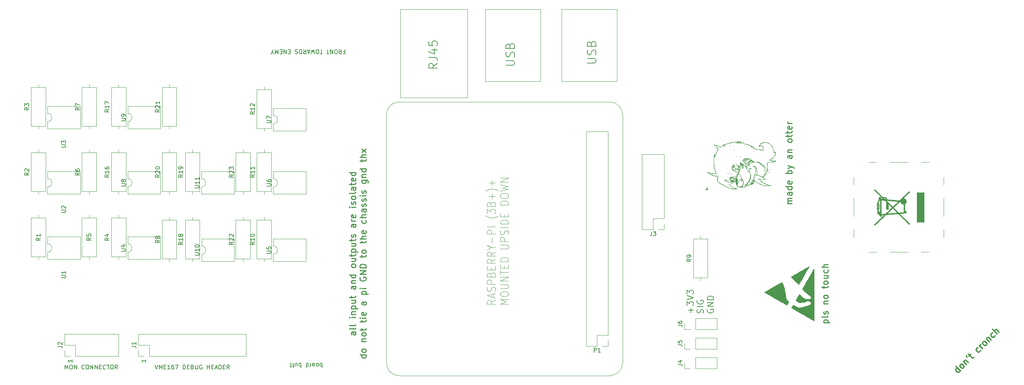
<source format=gbr>
G04 #@! TF.GenerationSoftware,KiCad,Pcbnew,(5.1.4-0-10_14)*
G04 #@! TF.CreationDate,2019-11-23T21:53:27+01:00*
G04 #@! TF.ProjectId,MVMEPI,4d564d45-5049-42e6-9b69-6361645f7063,rev?*
G04 #@! TF.SameCoordinates,Original*
G04 #@! TF.FileFunction,Legend,Top*
G04 #@! TF.FilePolarity,Positive*
%FSLAX46Y46*%
G04 Gerber Fmt 4.6, Leading zero omitted, Abs format (unit mm)*
G04 Created by KiCad (PCBNEW (5.1.4-0-10_14)) date 2019-11-23 21:53:27*
%MOMM*%
%LPD*%
G04 APERTURE LIST*
%ADD10C,0.250000*%
%ADD11C,0.300000*%
%ADD12C,0.150000*%
%ADD13C,0.100000*%
%ADD14C,0.120000*%
%ADD15C,0.010000*%
G04 APERTURE END LIST*
D10*
X112178571Y-129607142D02*
X111392857Y-129607142D01*
X111250000Y-129678571D01*
X111178571Y-129821428D01*
X111178571Y-130107142D01*
X111250000Y-130250000D01*
X112107142Y-129607142D02*
X112178571Y-129750000D01*
X112178571Y-130107142D01*
X112107142Y-130250000D01*
X111964285Y-130321428D01*
X111821428Y-130321428D01*
X111678571Y-130250000D01*
X111607142Y-130107142D01*
X111607142Y-129750000D01*
X111535714Y-129607142D01*
X112178571Y-128678571D02*
X112107142Y-128821428D01*
X111964285Y-128892857D01*
X110678571Y-128892857D01*
X112178571Y-127892857D02*
X112107142Y-128035714D01*
X111964285Y-128107142D01*
X110678571Y-128107142D01*
X112178571Y-126178571D02*
X111178571Y-126178571D01*
X110678571Y-126178571D02*
X110750000Y-126250000D01*
X110821428Y-126178571D01*
X110750000Y-126107142D01*
X110678571Y-126178571D01*
X110821428Y-126178571D01*
X111178571Y-125464285D02*
X112178571Y-125464285D01*
X111321428Y-125464285D02*
X111250000Y-125392857D01*
X111178571Y-125250000D01*
X111178571Y-125035714D01*
X111250000Y-124892857D01*
X111392857Y-124821428D01*
X112178571Y-124821428D01*
X111178571Y-124107142D02*
X112678571Y-124107142D01*
X111250000Y-124107142D02*
X111178571Y-123964285D01*
X111178571Y-123678571D01*
X111250000Y-123535714D01*
X111321428Y-123464285D01*
X111464285Y-123392857D01*
X111892857Y-123392857D01*
X112035714Y-123464285D01*
X112107142Y-123535714D01*
X112178571Y-123678571D01*
X112178571Y-123964285D01*
X112107142Y-124107142D01*
X111178571Y-122107142D02*
X112178571Y-122107142D01*
X111178571Y-122750000D02*
X111964285Y-122750000D01*
X112107142Y-122678571D01*
X112178571Y-122535714D01*
X112178571Y-122321428D01*
X112107142Y-122178571D01*
X112035714Y-122107142D01*
X111178571Y-121607142D02*
X111178571Y-121035714D01*
X110678571Y-121392857D02*
X111964285Y-121392857D01*
X112107142Y-121321428D01*
X112178571Y-121178571D01*
X112178571Y-121035714D01*
X112178571Y-118750000D02*
X111392857Y-118750000D01*
X111250000Y-118821428D01*
X111178571Y-118964285D01*
X111178571Y-119250000D01*
X111250000Y-119392857D01*
X112107142Y-118750000D02*
X112178571Y-118892857D01*
X112178571Y-119250000D01*
X112107142Y-119392857D01*
X111964285Y-119464285D01*
X111821428Y-119464285D01*
X111678571Y-119392857D01*
X111607142Y-119250000D01*
X111607142Y-118892857D01*
X111535714Y-118750000D01*
X111178571Y-118035714D02*
X112178571Y-118035714D01*
X111321428Y-118035714D02*
X111250000Y-117964285D01*
X111178571Y-117821428D01*
X111178571Y-117607142D01*
X111250000Y-117464285D01*
X111392857Y-117392857D01*
X112178571Y-117392857D01*
X112178571Y-116035714D02*
X110678571Y-116035714D01*
X112107142Y-116035714D02*
X112178571Y-116178571D01*
X112178571Y-116464285D01*
X112107142Y-116607142D01*
X112035714Y-116678571D01*
X111892857Y-116750000D01*
X111464285Y-116750000D01*
X111321428Y-116678571D01*
X111250000Y-116607142D01*
X111178571Y-116464285D01*
X111178571Y-116178571D01*
X111250000Y-116035714D01*
X112178571Y-113964285D02*
X112107142Y-114107142D01*
X112035714Y-114178571D01*
X111892857Y-114250000D01*
X111464285Y-114250000D01*
X111321428Y-114178571D01*
X111250000Y-114107142D01*
X111178571Y-113964285D01*
X111178571Y-113750000D01*
X111250000Y-113607142D01*
X111321428Y-113535714D01*
X111464285Y-113464285D01*
X111892857Y-113464285D01*
X112035714Y-113535714D01*
X112107142Y-113607142D01*
X112178571Y-113750000D01*
X112178571Y-113964285D01*
X111178571Y-112178571D02*
X112178571Y-112178571D01*
X111178571Y-112821428D02*
X111964285Y-112821428D01*
X112107142Y-112750000D01*
X112178571Y-112607142D01*
X112178571Y-112392857D01*
X112107142Y-112250000D01*
X112035714Y-112178571D01*
X111178571Y-111678571D02*
X111178571Y-111107142D01*
X110678571Y-111464285D02*
X111964285Y-111464285D01*
X112107142Y-111392857D01*
X112178571Y-111250000D01*
X112178571Y-111107142D01*
X111178571Y-110607142D02*
X112678571Y-110607142D01*
X111250000Y-110607142D02*
X111178571Y-110464285D01*
X111178571Y-110178571D01*
X111250000Y-110035714D01*
X111321428Y-109964285D01*
X111464285Y-109892857D01*
X111892857Y-109892857D01*
X112035714Y-109964285D01*
X112107142Y-110035714D01*
X112178571Y-110178571D01*
X112178571Y-110464285D01*
X112107142Y-110607142D01*
X111178571Y-108607142D02*
X112178571Y-108607142D01*
X111178571Y-109250000D02*
X111964285Y-109250000D01*
X112107142Y-109178571D01*
X112178571Y-109035714D01*
X112178571Y-108821428D01*
X112107142Y-108678571D01*
X112035714Y-108607142D01*
X111178571Y-108107142D02*
X111178571Y-107535714D01*
X110678571Y-107892857D02*
X111964285Y-107892857D01*
X112107142Y-107821428D01*
X112178571Y-107678571D01*
X112178571Y-107535714D01*
X112107142Y-107107142D02*
X112178571Y-106964285D01*
X112178571Y-106678571D01*
X112107142Y-106535714D01*
X111964285Y-106464285D01*
X111892857Y-106464285D01*
X111750000Y-106535714D01*
X111678571Y-106678571D01*
X111678571Y-106892857D01*
X111607142Y-107035714D01*
X111464285Y-107107142D01*
X111392857Y-107107142D01*
X111250000Y-107035714D01*
X111178571Y-106892857D01*
X111178571Y-106678571D01*
X111250000Y-106535714D01*
X112178571Y-104035714D02*
X111392857Y-104035714D01*
X111250000Y-104107142D01*
X111178571Y-104250000D01*
X111178571Y-104535714D01*
X111250000Y-104678571D01*
X112107142Y-104035714D02*
X112178571Y-104178571D01*
X112178571Y-104535714D01*
X112107142Y-104678571D01*
X111964285Y-104750000D01*
X111821428Y-104750000D01*
X111678571Y-104678571D01*
X111607142Y-104535714D01*
X111607142Y-104178571D01*
X111535714Y-104035714D01*
X112178571Y-103321428D02*
X111178571Y-103321428D01*
X111464285Y-103321428D02*
X111321428Y-103250000D01*
X111250000Y-103178571D01*
X111178571Y-103035714D01*
X111178571Y-102892857D01*
X112107142Y-101821428D02*
X112178571Y-101964285D01*
X112178571Y-102250000D01*
X112107142Y-102392857D01*
X111964285Y-102464285D01*
X111392857Y-102464285D01*
X111250000Y-102392857D01*
X111178571Y-102250000D01*
X111178571Y-101964285D01*
X111250000Y-101821428D01*
X111392857Y-101750000D01*
X111535714Y-101750000D01*
X111678571Y-102464285D01*
X112178571Y-99964285D02*
X111178571Y-99964285D01*
X110678571Y-99964285D02*
X110750000Y-100035714D01*
X110821428Y-99964285D01*
X110750000Y-99892857D01*
X110678571Y-99964285D01*
X110821428Y-99964285D01*
X112107142Y-99321428D02*
X112178571Y-99178571D01*
X112178571Y-98892857D01*
X112107142Y-98750000D01*
X111964285Y-98678571D01*
X111892857Y-98678571D01*
X111750000Y-98750000D01*
X111678571Y-98892857D01*
X111678571Y-99107142D01*
X111607142Y-99250000D01*
X111464285Y-99321428D01*
X111392857Y-99321428D01*
X111250000Y-99250000D01*
X111178571Y-99107142D01*
X111178571Y-98892857D01*
X111250000Y-98750000D01*
X112178571Y-97821428D02*
X112107142Y-97964285D01*
X112035714Y-98035714D01*
X111892857Y-98107142D01*
X111464285Y-98107142D01*
X111321428Y-98035714D01*
X111250000Y-97964285D01*
X111178571Y-97821428D01*
X111178571Y-97607142D01*
X111250000Y-97464285D01*
X111321428Y-97392857D01*
X111464285Y-97321428D01*
X111892857Y-97321428D01*
X112035714Y-97392857D01*
X112107142Y-97464285D01*
X112178571Y-97607142D01*
X112178571Y-97821428D01*
X112178571Y-96464285D02*
X112107142Y-96607142D01*
X111964285Y-96678571D01*
X110678571Y-96678571D01*
X112178571Y-95250000D02*
X111392857Y-95250000D01*
X111250000Y-95321428D01*
X111178571Y-95464285D01*
X111178571Y-95750000D01*
X111250000Y-95892857D01*
X112107142Y-95250000D02*
X112178571Y-95392857D01*
X112178571Y-95750000D01*
X112107142Y-95892857D01*
X111964285Y-95964285D01*
X111821428Y-95964285D01*
X111678571Y-95892857D01*
X111607142Y-95750000D01*
X111607142Y-95392857D01*
X111535714Y-95250000D01*
X111178571Y-94750000D02*
X111178571Y-94178571D01*
X110678571Y-94535714D02*
X111964285Y-94535714D01*
X112107142Y-94464285D01*
X112178571Y-94321428D01*
X112178571Y-94178571D01*
X112107142Y-93107142D02*
X112178571Y-93250000D01*
X112178571Y-93535714D01*
X112107142Y-93678571D01*
X111964285Y-93750000D01*
X111392857Y-93750000D01*
X111250000Y-93678571D01*
X111178571Y-93535714D01*
X111178571Y-93250000D01*
X111250000Y-93107142D01*
X111392857Y-93035714D01*
X111535714Y-93035714D01*
X111678571Y-93750000D01*
X112178571Y-91750000D02*
X110678571Y-91750000D01*
X112107142Y-91750000D02*
X112178571Y-91892857D01*
X112178571Y-92178571D01*
X112107142Y-92321428D01*
X112035714Y-92392857D01*
X111892857Y-92464285D01*
X111464285Y-92464285D01*
X111321428Y-92392857D01*
X111250000Y-92321428D01*
X111178571Y-92178571D01*
X111178571Y-91892857D01*
X111250000Y-91750000D01*
X114678571Y-135071428D02*
X113178571Y-135071428D01*
X114607142Y-135071428D02*
X114678571Y-135214285D01*
X114678571Y-135500000D01*
X114607142Y-135642857D01*
X114535714Y-135714285D01*
X114392857Y-135785714D01*
X113964285Y-135785714D01*
X113821428Y-135714285D01*
X113750000Y-135642857D01*
X113678571Y-135500000D01*
X113678571Y-135214285D01*
X113750000Y-135071428D01*
X114678571Y-134142857D02*
X114607142Y-134285714D01*
X114535714Y-134357142D01*
X114392857Y-134428571D01*
X113964285Y-134428571D01*
X113821428Y-134357142D01*
X113750000Y-134285714D01*
X113678571Y-134142857D01*
X113678571Y-133928571D01*
X113750000Y-133785714D01*
X113821428Y-133714285D01*
X113964285Y-133642857D01*
X114392857Y-133642857D01*
X114535714Y-133714285D01*
X114607142Y-133785714D01*
X114678571Y-133928571D01*
X114678571Y-134142857D01*
X113678571Y-131857142D02*
X114678571Y-131857142D01*
X113821428Y-131857142D02*
X113750000Y-131785714D01*
X113678571Y-131642857D01*
X113678571Y-131428571D01*
X113750000Y-131285714D01*
X113892857Y-131214285D01*
X114678571Y-131214285D01*
X114678571Y-130285714D02*
X114607142Y-130428571D01*
X114535714Y-130500000D01*
X114392857Y-130571428D01*
X113964285Y-130571428D01*
X113821428Y-130500000D01*
X113750000Y-130428571D01*
X113678571Y-130285714D01*
X113678571Y-130071428D01*
X113750000Y-129928571D01*
X113821428Y-129857142D01*
X113964285Y-129785714D01*
X114392857Y-129785714D01*
X114535714Y-129857142D01*
X114607142Y-129928571D01*
X114678571Y-130071428D01*
X114678571Y-130285714D01*
X113678571Y-129357142D02*
X113678571Y-128785714D01*
X113178571Y-129142857D02*
X114464285Y-129142857D01*
X114607142Y-129071428D01*
X114678571Y-128928571D01*
X114678571Y-128785714D01*
X113678571Y-127357142D02*
X113678571Y-126785714D01*
X113178571Y-127142857D02*
X114464285Y-127142857D01*
X114607142Y-127071428D01*
X114678571Y-126928571D01*
X114678571Y-126785714D01*
X114678571Y-126285714D02*
X113678571Y-126285714D01*
X113178571Y-126285714D02*
X113250000Y-126357142D01*
X113321428Y-126285714D01*
X113250000Y-126214285D01*
X113178571Y-126285714D01*
X113321428Y-126285714D01*
X114607142Y-125000000D02*
X114678571Y-125142857D01*
X114678571Y-125428571D01*
X114607142Y-125571428D01*
X114464285Y-125642857D01*
X113892857Y-125642857D01*
X113750000Y-125571428D01*
X113678571Y-125428571D01*
X113678571Y-125142857D01*
X113750000Y-125000000D01*
X113892857Y-124928571D01*
X114035714Y-124928571D01*
X114178571Y-125642857D01*
X114678571Y-122500000D02*
X113892857Y-122500000D01*
X113750000Y-122571428D01*
X113678571Y-122714285D01*
X113678571Y-123000000D01*
X113750000Y-123142857D01*
X114607142Y-122500000D02*
X114678571Y-122642857D01*
X114678571Y-123000000D01*
X114607142Y-123142857D01*
X114464285Y-123214285D01*
X114321428Y-123214285D01*
X114178571Y-123142857D01*
X114107142Y-123000000D01*
X114107142Y-122642857D01*
X114035714Y-122500000D01*
X113678571Y-120642857D02*
X115178571Y-120642857D01*
X113750000Y-120642857D02*
X113678571Y-120500000D01*
X113678571Y-120214285D01*
X113750000Y-120071428D01*
X113821428Y-120000000D01*
X113964285Y-119928571D01*
X114392857Y-119928571D01*
X114535714Y-120000000D01*
X114607142Y-120071428D01*
X114678571Y-120214285D01*
X114678571Y-120500000D01*
X114607142Y-120642857D01*
X114678571Y-119285714D02*
X113678571Y-119285714D01*
X113178571Y-119285714D02*
X113250000Y-119357142D01*
X113321428Y-119285714D01*
X113250000Y-119214285D01*
X113178571Y-119285714D01*
X113321428Y-119285714D01*
X113250000Y-116642857D02*
X113178571Y-116785714D01*
X113178571Y-117000000D01*
X113250000Y-117214285D01*
X113392857Y-117357142D01*
X113535714Y-117428571D01*
X113821428Y-117500000D01*
X114035714Y-117500000D01*
X114321428Y-117428571D01*
X114464285Y-117357142D01*
X114607142Y-117214285D01*
X114678571Y-117000000D01*
X114678571Y-116857142D01*
X114607142Y-116642857D01*
X114535714Y-116571428D01*
X114035714Y-116571428D01*
X114035714Y-116857142D01*
X114678571Y-115928571D02*
X113178571Y-115928571D01*
X114678571Y-115071428D01*
X113178571Y-115071428D01*
X114678571Y-114357142D02*
X113178571Y-114357142D01*
X113178571Y-114000000D01*
X113250000Y-113785714D01*
X113392857Y-113642857D01*
X113535714Y-113571428D01*
X113821428Y-113500000D01*
X114035714Y-113500000D01*
X114321428Y-113571428D01*
X114464285Y-113642857D01*
X114607142Y-113785714D01*
X114678571Y-114000000D01*
X114678571Y-114357142D01*
X113678571Y-111928571D02*
X113678571Y-111357142D01*
X113178571Y-111714285D02*
X114464285Y-111714285D01*
X114607142Y-111642857D01*
X114678571Y-111500000D01*
X114678571Y-111357142D01*
X114678571Y-110642857D02*
X114607142Y-110785714D01*
X114535714Y-110857142D01*
X114392857Y-110928571D01*
X113964285Y-110928571D01*
X113821428Y-110857142D01*
X113750000Y-110785714D01*
X113678571Y-110642857D01*
X113678571Y-110428571D01*
X113750000Y-110285714D01*
X113821428Y-110214285D01*
X113964285Y-110142857D01*
X114392857Y-110142857D01*
X114535714Y-110214285D01*
X114607142Y-110285714D01*
X114678571Y-110428571D01*
X114678571Y-110642857D01*
X113678571Y-108571428D02*
X113678571Y-108000000D01*
X113178571Y-108357142D02*
X114464285Y-108357142D01*
X114607142Y-108285714D01*
X114678571Y-108142857D01*
X114678571Y-108000000D01*
X114678571Y-107500000D02*
X113178571Y-107500000D01*
X114678571Y-106857142D02*
X113892857Y-106857142D01*
X113750000Y-106928571D01*
X113678571Y-107071428D01*
X113678571Y-107285714D01*
X113750000Y-107428571D01*
X113821428Y-107500000D01*
X114607142Y-105571428D02*
X114678571Y-105714285D01*
X114678571Y-106000000D01*
X114607142Y-106142857D01*
X114464285Y-106214285D01*
X113892857Y-106214285D01*
X113750000Y-106142857D01*
X113678571Y-106000000D01*
X113678571Y-105714285D01*
X113750000Y-105571428D01*
X113892857Y-105500000D01*
X114035714Y-105500000D01*
X114178571Y-106214285D01*
X114607142Y-103071428D02*
X114678571Y-103214285D01*
X114678571Y-103500000D01*
X114607142Y-103642857D01*
X114535714Y-103714285D01*
X114392857Y-103785714D01*
X113964285Y-103785714D01*
X113821428Y-103714285D01*
X113750000Y-103642857D01*
X113678571Y-103500000D01*
X113678571Y-103214285D01*
X113750000Y-103071428D01*
X114678571Y-102428571D02*
X113178571Y-102428571D01*
X114678571Y-101785714D02*
X113892857Y-101785714D01*
X113750000Y-101857142D01*
X113678571Y-102000000D01*
X113678571Y-102214285D01*
X113750000Y-102357142D01*
X113821428Y-102428571D01*
X114678571Y-100428571D02*
X113892857Y-100428571D01*
X113750000Y-100500000D01*
X113678571Y-100642857D01*
X113678571Y-100928571D01*
X113750000Y-101071428D01*
X114607142Y-100428571D02*
X114678571Y-100571428D01*
X114678571Y-100928571D01*
X114607142Y-101071428D01*
X114464285Y-101142857D01*
X114321428Y-101142857D01*
X114178571Y-101071428D01*
X114107142Y-100928571D01*
X114107142Y-100571428D01*
X114035714Y-100428571D01*
X114607142Y-99785714D02*
X114678571Y-99642857D01*
X114678571Y-99357142D01*
X114607142Y-99214285D01*
X114464285Y-99142857D01*
X114392857Y-99142857D01*
X114250000Y-99214285D01*
X114178571Y-99357142D01*
X114178571Y-99571428D01*
X114107142Y-99714285D01*
X113964285Y-99785714D01*
X113892857Y-99785714D01*
X113750000Y-99714285D01*
X113678571Y-99571428D01*
X113678571Y-99357142D01*
X113750000Y-99214285D01*
X114607142Y-98571428D02*
X114678571Y-98428571D01*
X114678571Y-98142857D01*
X114607142Y-98000000D01*
X114464285Y-97928571D01*
X114392857Y-97928571D01*
X114250000Y-98000000D01*
X114178571Y-98142857D01*
X114178571Y-98357142D01*
X114107142Y-98500000D01*
X113964285Y-98571428D01*
X113892857Y-98571428D01*
X113750000Y-98500000D01*
X113678571Y-98357142D01*
X113678571Y-98142857D01*
X113750000Y-98000000D01*
X114678571Y-97285714D02*
X113678571Y-97285714D01*
X113178571Y-97285714D02*
X113250000Y-97357142D01*
X113321428Y-97285714D01*
X113250000Y-97214285D01*
X113178571Y-97285714D01*
X113321428Y-97285714D01*
X114607142Y-96642857D02*
X114678571Y-96500000D01*
X114678571Y-96214285D01*
X114607142Y-96071428D01*
X114464285Y-96000000D01*
X114392857Y-96000000D01*
X114250000Y-96071428D01*
X114178571Y-96214285D01*
X114178571Y-96428571D01*
X114107142Y-96571428D01*
X113964285Y-96642857D01*
X113892857Y-96642857D01*
X113750000Y-96571428D01*
X113678571Y-96428571D01*
X113678571Y-96214285D01*
X113750000Y-96071428D01*
X113678571Y-93571428D02*
X114892857Y-93571428D01*
X115035714Y-93642857D01*
X115107142Y-93714285D01*
X115178571Y-93857142D01*
X115178571Y-94071428D01*
X115107142Y-94214285D01*
X114607142Y-93571428D02*
X114678571Y-93714285D01*
X114678571Y-94000000D01*
X114607142Y-94142857D01*
X114535714Y-94214285D01*
X114392857Y-94285714D01*
X113964285Y-94285714D01*
X113821428Y-94214285D01*
X113750000Y-94142857D01*
X113678571Y-94000000D01*
X113678571Y-93714285D01*
X113750000Y-93571428D01*
X113678571Y-92857142D02*
X114678571Y-92857142D01*
X113821428Y-92857142D02*
X113750000Y-92785714D01*
X113678571Y-92642857D01*
X113678571Y-92428571D01*
X113750000Y-92285714D01*
X113892857Y-92214285D01*
X114678571Y-92214285D01*
X114678571Y-90857142D02*
X113178571Y-90857142D01*
X114607142Y-90857142D02*
X114678571Y-91000000D01*
X114678571Y-91285714D01*
X114607142Y-91428571D01*
X114535714Y-91500000D01*
X114392857Y-91571428D01*
X113964285Y-91571428D01*
X113821428Y-91500000D01*
X113750000Y-91428571D01*
X113678571Y-91285714D01*
X113678571Y-91000000D01*
X113750000Y-90857142D01*
X113678571Y-89214285D02*
X113678571Y-88642857D01*
X113178571Y-89000000D02*
X114464285Y-89000000D01*
X114607142Y-88928571D01*
X114678571Y-88785714D01*
X114678571Y-88642857D01*
X114678571Y-88142857D02*
X113178571Y-88142857D01*
X114678571Y-87500000D02*
X113892857Y-87500000D01*
X113750000Y-87571428D01*
X113678571Y-87714285D01*
X113678571Y-87928571D01*
X113750000Y-88071428D01*
X113821428Y-88142857D01*
X114678571Y-86928571D02*
X113678571Y-86142857D01*
X113678571Y-86928571D02*
X114678571Y-86142857D01*
X215678571Y-99107142D02*
X214678571Y-99107142D01*
X214821428Y-99107142D02*
X214750000Y-99035714D01*
X214678571Y-98892857D01*
X214678571Y-98678571D01*
X214750000Y-98535714D01*
X214892857Y-98464285D01*
X215678571Y-98464285D01*
X214892857Y-98464285D02*
X214750000Y-98392857D01*
X214678571Y-98250000D01*
X214678571Y-98035714D01*
X214750000Y-97892857D01*
X214892857Y-97821428D01*
X215678571Y-97821428D01*
X215678571Y-96464285D02*
X214892857Y-96464285D01*
X214750000Y-96535714D01*
X214678571Y-96678571D01*
X214678571Y-96964285D01*
X214750000Y-97107142D01*
X215607142Y-96464285D02*
X215678571Y-96607142D01*
X215678571Y-96964285D01*
X215607142Y-97107142D01*
X215464285Y-97178571D01*
X215321428Y-97178571D01*
X215178571Y-97107142D01*
X215107142Y-96964285D01*
X215107142Y-96607142D01*
X215035714Y-96464285D01*
X215678571Y-95107142D02*
X214178571Y-95107142D01*
X215607142Y-95107142D02*
X215678571Y-95250000D01*
X215678571Y-95535714D01*
X215607142Y-95678571D01*
X215535714Y-95750000D01*
X215392857Y-95821428D01*
X214964285Y-95821428D01*
X214821428Y-95750000D01*
X214750000Y-95678571D01*
X214678571Y-95535714D01*
X214678571Y-95250000D01*
X214750000Y-95107142D01*
X215607142Y-93821428D02*
X215678571Y-93964285D01*
X215678571Y-94250000D01*
X215607142Y-94392857D01*
X215464285Y-94464285D01*
X214892857Y-94464285D01*
X214750000Y-94392857D01*
X214678571Y-94250000D01*
X214678571Y-93964285D01*
X214750000Y-93821428D01*
X214892857Y-93750000D01*
X215035714Y-93750000D01*
X215178571Y-94464285D01*
X215678571Y-91964285D02*
X214178571Y-91964285D01*
X214750000Y-91964285D02*
X214678571Y-91821428D01*
X214678571Y-91535714D01*
X214750000Y-91392857D01*
X214821428Y-91321428D01*
X214964285Y-91250000D01*
X215392857Y-91250000D01*
X215535714Y-91321428D01*
X215607142Y-91392857D01*
X215678571Y-91535714D01*
X215678571Y-91821428D01*
X215607142Y-91964285D01*
X214678571Y-90750000D02*
X215678571Y-90392857D01*
X214678571Y-90035714D02*
X215678571Y-90392857D01*
X216035714Y-90535714D01*
X216107142Y-90607142D01*
X216178571Y-90750000D01*
X215678571Y-87678571D02*
X214892857Y-87678571D01*
X214750000Y-87750000D01*
X214678571Y-87892857D01*
X214678571Y-88178571D01*
X214750000Y-88321428D01*
X215607142Y-87678571D02*
X215678571Y-87821428D01*
X215678571Y-88178571D01*
X215607142Y-88321428D01*
X215464285Y-88392857D01*
X215321428Y-88392857D01*
X215178571Y-88321428D01*
X215107142Y-88178571D01*
X215107142Y-87821428D01*
X215035714Y-87678571D01*
X214678571Y-86964285D02*
X215678571Y-86964285D01*
X214821428Y-86964285D02*
X214750000Y-86892857D01*
X214678571Y-86750000D01*
X214678571Y-86535714D01*
X214750000Y-86392857D01*
X214892857Y-86321428D01*
X215678571Y-86321428D01*
X215678571Y-84250000D02*
X215607142Y-84392857D01*
X215535714Y-84464285D01*
X215392857Y-84535714D01*
X214964285Y-84535714D01*
X214821428Y-84464285D01*
X214750000Y-84392857D01*
X214678571Y-84250000D01*
X214678571Y-84035714D01*
X214750000Y-83892857D01*
X214821428Y-83821428D01*
X214964285Y-83750000D01*
X215392857Y-83750000D01*
X215535714Y-83821428D01*
X215607142Y-83892857D01*
X215678571Y-84035714D01*
X215678571Y-84250000D01*
X214678571Y-83321428D02*
X214678571Y-82750000D01*
X214178571Y-83107142D02*
X215464285Y-83107142D01*
X215607142Y-83035714D01*
X215678571Y-82892857D01*
X215678571Y-82750000D01*
X214678571Y-82464285D02*
X214678571Y-81892857D01*
X214178571Y-82250000D02*
X215464285Y-82250000D01*
X215607142Y-82178571D01*
X215678571Y-82035714D01*
X215678571Y-81892857D01*
X215607142Y-80821428D02*
X215678571Y-80964285D01*
X215678571Y-81250000D01*
X215607142Y-81392857D01*
X215464285Y-81464285D01*
X214892857Y-81464285D01*
X214750000Y-81392857D01*
X214678571Y-81250000D01*
X214678571Y-80964285D01*
X214750000Y-80821428D01*
X214892857Y-80750000D01*
X215035714Y-80750000D01*
X215178571Y-81464285D01*
X215678571Y-80107142D02*
X214678571Y-80107142D01*
X214964285Y-80107142D02*
X214821428Y-80035714D01*
X214750000Y-79964285D01*
X214678571Y-79821428D01*
X214678571Y-79678571D01*
D11*
X255610912Y-138848732D02*
X254550252Y-137788072D01*
X255560405Y-138798224D02*
X255509897Y-138949747D01*
X255307866Y-139151777D01*
X255156344Y-139202285D01*
X255055328Y-139202285D01*
X254903805Y-139151777D01*
X254600760Y-138848732D01*
X254550252Y-138697209D01*
X254550252Y-138596194D01*
X254600760Y-138444671D01*
X254802790Y-138242640D01*
X254954313Y-138192133D01*
X256267511Y-138192133D02*
X256115988Y-138242640D01*
X256014973Y-138242640D01*
X255863450Y-138192133D01*
X255560405Y-137889087D01*
X255509897Y-137737564D01*
X255509897Y-137636549D01*
X255560405Y-137485026D01*
X255711927Y-137333503D01*
X255863450Y-137282995D01*
X255964466Y-137282995D01*
X256115988Y-137333503D01*
X256419034Y-137636549D01*
X256469542Y-137788072D01*
X256469542Y-137889087D01*
X256419034Y-138040610D01*
X256267511Y-138192133D01*
X256368527Y-136676904D02*
X257075633Y-137384011D01*
X256469542Y-136777919D02*
X256469542Y-136676904D01*
X256520049Y-136525381D01*
X256671572Y-136373858D01*
X256823095Y-136323350D01*
X256974618Y-136373858D01*
X257530202Y-136929442D01*
X257025126Y-135313198D02*
X257075633Y-135363705D01*
X257126141Y-135515228D01*
X257126141Y-135616244D01*
X257681725Y-135363705D02*
X258085786Y-134959644D01*
X257479694Y-134858629D02*
X258388832Y-135767766D01*
X258540355Y-135818274D01*
X258691877Y-135767766D01*
X258792893Y-135666751D01*
X260358629Y-134000000D02*
X260308122Y-134151522D01*
X260106091Y-134353553D01*
X259954568Y-134404061D01*
X259853553Y-134404061D01*
X259702030Y-134353553D01*
X259398984Y-134050507D01*
X259348477Y-133898984D01*
X259348477Y-133797969D01*
X259398984Y-133646446D01*
X259601015Y-133444416D01*
X259752538Y-133393908D01*
X260863705Y-133595938D02*
X260156599Y-132888832D01*
X260358629Y-133090862D02*
X260308122Y-132939339D01*
X260308122Y-132838324D01*
X260358629Y-132686801D01*
X260459644Y-132585786D01*
X261671827Y-132787816D02*
X261520305Y-132838324D01*
X261419289Y-132838324D01*
X261267766Y-132787816D01*
X260964721Y-132484771D01*
X260914213Y-132333248D01*
X260914213Y-132232233D01*
X260964721Y-132080710D01*
X261116244Y-131929187D01*
X261267766Y-131878679D01*
X261368782Y-131878679D01*
X261520305Y-131929187D01*
X261823350Y-132232233D01*
X261873858Y-132383755D01*
X261873858Y-132484771D01*
X261823350Y-132636294D01*
X261671827Y-132787816D01*
X261772843Y-131272588D02*
X262479950Y-131979694D01*
X261873858Y-131373603D02*
X261873858Y-131272588D01*
X261924366Y-131121065D01*
X262075888Y-130969542D01*
X262227411Y-130919034D01*
X262378934Y-130969542D01*
X262934518Y-131525126D01*
X263843655Y-130514973D02*
X263793148Y-130666496D01*
X263591117Y-130868527D01*
X263439594Y-130919034D01*
X263338579Y-130919034D01*
X263187056Y-130868527D01*
X262884011Y-130565481D01*
X262833503Y-130413958D01*
X262833503Y-130312943D01*
X262884011Y-130161420D01*
X263086041Y-129959389D01*
X263237564Y-129908882D01*
X264348732Y-130110912D02*
X263288072Y-129050252D01*
X264803300Y-129656344D02*
X264247716Y-129100760D01*
X264096194Y-129050252D01*
X263944671Y-129100760D01*
X263793148Y-129252283D01*
X263742640Y-129403805D01*
X263742640Y-129504821D01*
D10*
X223178571Y-127428571D02*
X224678571Y-127428571D01*
X223250000Y-127428571D02*
X223178571Y-127285714D01*
X223178571Y-127000000D01*
X223250000Y-126857142D01*
X223321428Y-126785714D01*
X223464285Y-126714285D01*
X223892857Y-126714285D01*
X224035714Y-126785714D01*
X224107142Y-126857142D01*
X224178571Y-127000000D01*
X224178571Y-127285714D01*
X224107142Y-127428571D01*
X224178571Y-125857142D02*
X224107142Y-126000000D01*
X223964285Y-126071428D01*
X222678571Y-126071428D01*
X224107142Y-125357142D02*
X224178571Y-125214285D01*
X224178571Y-124928571D01*
X224107142Y-124785714D01*
X223964285Y-124714285D01*
X223892857Y-124714285D01*
X223750000Y-124785714D01*
X223678571Y-124928571D01*
X223678571Y-125142857D01*
X223607142Y-125285714D01*
X223464285Y-125357142D01*
X223392857Y-125357142D01*
X223250000Y-125285714D01*
X223178571Y-125142857D01*
X223178571Y-124928571D01*
X223250000Y-124785714D01*
X223178571Y-122928571D02*
X224178571Y-122928571D01*
X223321428Y-122928571D02*
X223250000Y-122857142D01*
X223178571Y-122714285D01*
X223178571Y-122500000D01*
X223250000Y-122357142D01*
X223392857Y-122285714D01*
X224178571Y-122285714D01*
X224178571Y-121357142D02*
X224107142Y-121500000D01*
X224035714Y-121571428D01*
X223892857Y-121642857D01*
X223464285Y-121642857D01*
X223321428Y-121571428D01*
X223250000Y-121500000D01*
X223178571Y-121357142D01*
X223178571Y-121142857D01*
X223250000Y-121000000D01*
X223321428Y-120928571D01*
X223464285Y-120857142D01*
X223892857Y-120857142D01*
X224035714Y-120928571D01*
X224107142Y-121000000D01*
X224178571Y-121142857D01*
X224178571Y-121357142D01*
X223178571Y-119285714D02*
X223178571Y-118714285D01*
X222678571Y-119071428D02*
X223964285Y-119071428D01*
X224107142Y-119000000D01*
X224178571Y-118857142D01*
X224178571Y-118714285D01*
X224178571Y-118000000D02*
X224107142Y-118142857D01*
X224035714Y-118214285D01*
X223892857Y-118285714D01*
X223464285Y-118285714D01*
X223321428Y-118214285D01*
X223250000Y-118142857D01*
X223178571Y-118000000D01*
X223178571Y-117785714D01*
X223250000Y-117642857D01*
X223321428Y-117571428D01*
X223464285Y-117500000D01*
X223892857Y-117500000D01*
X224035714Y-117571428D01*
X224107142Y-117642857D01*
X224178571Y-117785714D01*
X224178571Y-118000000D01*
X223178571Y-116214285D02*
X224178571Y-116214285D01*
X223178571Y-116857142D02*
X223964285Y-116857142D01*
X224107142Y-116785714D01*
X224178571Y-116642857D01*
X224178571Y-116428571D01*
X224107142Y-116285714D01*
X224035714Y-116214285D01*
X224107142Y-114857142D02*
X224178571Y-115000000D01*
X224178571Y-115285714D01*
X224107142Y-115428571D01*
X224035714Y-115500000D01*
X223892857Y-115571428D01*
X223464285Y-115571428D01*
X223321428Y-115500000D01*
X223250000Y-115428571D01*
X223178571Y-115285714D01*
X223178571Y-115000000D01*
X223250000Y-114857142D01*
X224178571Y-114214285D02*
X222678571Y-114214285D01*
X224178571Y-113571428D02*
X223392857Y-113571428D01*
X223250000Y-113642857D01*
X223178571Y-113785714D01*
X223178571Y-114000000D01*
X223250000Y-114142857D01*
X223321428Y-114214285D01*
D12*
X104238095Y-137047619D02*
X104238095Y-138047619D01*
X104238095Y-137666666D02*
X104142857Y-137714285D01*
X103952380Y-137714285D01*
X103857142Y-137666666D01*
X103809523Y-137619047D01*
X103761904Y-137523809D01*
X103761904Y-137238095D01*
X103809523Y-137142857D01*
X103857142Y-137095238D01*
X103952380Y-137047619D01*
X104142857Y-137047619D01*
X104238095Y-137095238D01*
X103190476Y-137047619D02*
X103285714Y-137095238D01*
X103333333Y-137142857D01*
X103380952Y-137238095D01*
X103380952Y-137523809D01*
X103333333Y-137619047D01*
X103285714Y-137666666D01*
X103190476Y-137714285D01*
X103047619Y-137714285D01*
X102952380Y-137666666D01*
X102904761Y-137619047D01*
X102857142Y-137523809D01*
X102857142Y-137238095D01*
X102904761Y-137142857D01*
X102952380Y-137095238D01*
X103047619Y-137047619D01*
X103190476Y-137047619D01*
X102000000Y-137047619D02*
X102000000Y-137571428D01*
X102047619Y-137666666D01*
X102142857Y-137714285D01*
X102333333Y-137714285D01*
X102428571Y-137666666D01*
X102000000Y-137095238D02*
X102095238Y-137047619D01*
X102333333Y-137047619D01*
X102428571Y-137095238D01*
X102476190Y-137190476D01*
X102476190Y-137285714D01*
X102428571Y-137380952D01*
X102333333Y-137428571D01*
X102095238Y-137428571D01*
X102000000Y-137476190D01*
X101523809Y-137047619D02*
X101523809Y-137714285D01*
X101523809Y-137523809D02*
X101476190Y-137619047D01*
X101428571Y-137666666D01*
X101333333Y-137714285D01*
X101238095Y-137714285D01*
X100476190Y-137047619D02*
X100476190Y-138047619D01*
X100476190Y-137095238D02*
X100571428Y-137047619D01*
X100761904Y-137047619D01*
X100857142Y-137095238D01*
X100904761Y-137142857D01*
X100952380Y-137238095D01*
X100952380Y-137523809D01*
X100904761Y-137619047D01*
X100857142Y-137666666D01*
X100761904Y-137714285D01*
X100571428Y-137714285D01*
X100476190Y-137666666D01*
X99238095Y-137047619D02*
X99238095Y-138047619D01*
X99238095Y-137666666D02*
X99142857Y-137714285D01*
X98952380Y-137714285D01*
X98857142Y-137666666D01*
X98809523Y-137619047D01*
X98761904Y-137523809D01*
X98761904Y-137238095D01*
X98809523Y-137142857D01*
X98857142Y-137095238D01*
X98952380Y-137047619D01*
X99142857Y-137047619D01*
X99238095Y-137095238D01*
X97904761Y-137714285D02*
X97904761Y-137047619D01*
X98333333Y-137714285D02*
X98333333Y-137190476D01*
X98285714Y-137095238D01*
X98190476Y-137047619D01*
X98047619Y-137047619D01*
X97952380Y-137095238D01*
X97904761Y-137142857D01*
X97571428Y-137714285D02*
X97190476Y-137714285D01*
X97428571Y-138047619D02*
X97428571Y-137190476D01*
X97380952Y-137095238D01*
X97285714Y-137047619D01*
X97190476Y-137047619D01*
X97000000Y-137714285D02*
X96619047Y-137714285D01*
X96857142Y-138047619D02*
X96857142Y-137190476D01*
X96809523Y-137095238D01*
X96714285Y-137047619D01*
X96619047Y-137047619D01*
X109357142Y-63071428D02*
X109690476Y-63071428D01*
X109690476Y-62547619D02*
X109690476Y-63547619D01*
X109214285Y-63547619D01*
X108261904Y-62547619D02*
X108595238Y-63023809D01*
X108833333Y-62547619D02*
X108833333Y-63547619D01*
X108452380Y-63547619D01*
X108357142Y-63500000D01*
X108309523Y-63452380D01*
X108261904Y-63357142D01*
X108261904Y-63214285D01*
X108309523Y-63119047D01*
X108357142Y-63071428D01*
X108452380Y-63023809D01*
X108833333Y-63023809D01*
X107642857Y-63547619D02*
X107452380Y-63547619D01*
X107357142Y-63500000D01*
X107261904Y-63404761D01*
X107214285Y-63214285D01*
X107214285Y-62880952D01*
X107261904Y-62690476D01*
X107357142Y-62595238D01*
X107452380Y-62547619D01*
X107642857Y-62547619D01*
X107738095Y-62595238D01*
X107833333Y-62690476D01*
X107880952Y-62880952D01*
X107880952Y-63214285D01*
X107833333Y-63404761D01*
X107738095Y-63500000D01*
X107642857Y-63547619D01*
X106785714Y-62547619D02*
X106785714Y-63547619D01*
X106214285Y-62547619D01*
X106214285Y-63547619D01*
X105880952Y-63547619D02*
X105309523Y-63547619D01*
X105595238Y-62547619D02*
X105595238Y-63547619D01*
X104357142Y-63547619D02*
X103785714Y-63547619D01*
X104071428Y-62547619D02*
X104071428Y-63547619D01*
X103261904Y-63547619D02*
X103071428Y-63547619D01*
X102976190Y-63500000D01*
X102880952Y-63404761D01*
X102833333Y-63214285D01*
X102833333Y-62880952D01*
X102880952Y-62690476D01*
X102976190Y-62595238D01*
X103071428Y-62547619D01*
X103261904Y-62547619D01*
X103357142Y-62595238D01*
X103452380Y-62690476D01*
X103500000Y-62880952D01*
X103500000Y-63214285D01*
X103452380Y-63404761D01*
X103357142Y-63500000D01*
X103261904Y-63547619D01*
X102500000Y-63547619D02*
X102261904Y-62547619D01*
X102071428Y-63261904D01*
X101880952Y-62547619D01*
X101642857Y-63547619D01*
X101309523Y-62833333D02*
X100833333Y-62833333D01*
X101404761Y-62547619D02*
X101071428Y-63547619D01*
X100738095Y-62547619D01*
X99833333Y-62547619D02*
X100166666Y-63023809D01*
X100404761Y-62547619D02*
X100404761Y-63547619D01*
X100023809Y-63547619D01*
X99928571Y-63500000D01*
X99880952Y-63452380D01*
X99833333Y-63357142D01*
X99833333Y-63214285D01*
X99880952Y-63119047D01*
X99928571Y-63071428D01*
X100023809Y-63023809D01*
X100404761Y-63023809D01*
X99404761Y-62547619D02*
X99404761Y-63547619D01*
X99166666Y-63547619D01*
X99023809Y-63500000D01*
X98928571Y-63404761D01*
X98880952Y-63309523D01*
X98833333Y-63119047D01*
X98833333Y-62976190D01*
X98880952Y-62785714D01*
X98928571Y-62690476D01*
X99023809Y-62595238D01*
X99166666Y-62547619D01*
X99404761Y-62547619D01*
X98452380Y-62595238D02*
X98309523Y-62547619D01*
X98071428Y-62547619D01*
X97976190Y-62595238D01*
X97928571Y-62642857D01*
X97880952Y-62738095D01*
X97880952Y-62833333D01*
X97928571Y-62928571D01*
X97976190Y-62976190D01*
X98071428Y-63023809D01*
X98261904Y-63071428D01*
X98357142Y-63119047D01*
X98404761Y-63166666D01*
X98452380Y-63261904D01*
X98452380Y-63357142D01*
X98404761Y-63452380D01*
X98357142Y-63500000D01*
X98261904Y-63547619D01*
X98023809Y-63547619D01*
X97880952Y-63500000D01*
X96690476Y-63071428D02*
X96357142Y-63071428D01*
X96214285Y-62547619D02*
X96690476Y-62547619D01*
X96690476Y-63547619D01*
X96214285Y-63547619D01*
X95785714Y-62547619D02*
X95785714Y-63547619D01*
X95214285Y-62547619D01*
X95214285Y-63547619D01*
X94738095Y-63071428D02*
X94404761Y-63071428D01*
X94261904Y-62547619D02*
X94738095Y-62547619D01*
X94738095Y-63547619D01*
X94261904Y-63547619D01*
X93833333Y-62547619D02*
X93833333Y-63547619D01*
X93500000Y-62833333D01*
X93166666Y-63547619D01*
X93166666Y-62547619D01*
X92500000Y-63023809D02*
X92500000Y-62547619D01*
X92833333Y-63547619D02*
X92500000Y-63023809D01*
X92166666Y-63547619D01*
X62452380Y-136214285D02*
X62452380Y-136785714D01*
X62452380Y-136500000D02*
X61452380Y-136500000D01*
X61595238Y-136595238D01*
X61690476Y-136690476D01*
X61738095Y-136785714D01*
X44952380Y-136214285D02*
X44952380Y-136785714D01*
X44952380Y-136500000D02*
X43952380Y-136500000D01*
X44095238Y-136595238D01*
X44190476Y-136690476D01*
X44238095Y-136785714D01*
X191707142Y-125045357D02*
X191707142Y-123902500D01*
X192278571Y-124473928D02*
X191135714Y-124473928D01*
X190778571Y-123331071D02*
X190778571Y-122402500D01*
X191350000Y-122902500D01*
X191350000Y-122688214D01*
X191421428Y-122545357D01*
X191492857Y-122473928D01*
X191635714Y-122402500D01*
X191992857Y-122402500D01*
X192135714Y-122473928D01*
X192207142Y-122545357D01*
X192278571Y-122688214D01*
X192278571Y-123116785D01*
X192207142Y-123259642D01*
X192135714Y-123331071D01*
X190778571Y-121973928D02*
X192278571Y-121473928D01*
X190778571Y-120973928D01*
X190778571Y-120616785D02*
X190778571Y-119688214D01*
X191350000Y-120188214D01*
X191350000Y-119973928D01*
X191421428Y-119831071D01*
X191492857Y-119759642D01*
X191635714Y-119688214D01*
X191992857Y-119688214D01*
X192135714Y-119759642D01*
X192207142Y-119831071D01*
X192278571Y-119973928D01*
X192278571Y-120402500D01*
X192207142Y-120545357D01*
X192135714Y-120616785D01*
X194607142Y-125116785D02*
X194678571Y-124902500D01*
X194678571Y-124545357D01*
X194607142Y-124402500D01*
X194535714Y-124331071D01*
X194392857Y-124259642D01*
X194250000Y-124259642D01*
X194107142Y-124331071D01*
X194035714Y-124402500D01*
X193964285Y-124545357D01*
X193892857Y-124831071D01*
X193821428Y-124973928D01*
X193750000Y-125045357D01*
X193607142Y-125116785D01*
X193464285Y-125116785D01*
X193321428Y-125045357D01*
X193250000Y-124973928D01*
X193178571Y-124831071D01*
X193178571Y-124473928D01*
X193250000Y-124259642D01*
X194678571Y-123616785D02*
X193178571Y-123616785D01*
X193250000Y-122116785D02*
X193178571Y-122259642D01*
X193178571Y-122473928D01*
X193250000Y-122688214D01*
X193392857Y-122831071D01*
X193535714Y-122902500D01*
X193821428Y-122973928D01*
X194035714Y-122973928D01*
X194321428Y-122902500D01*
X194464285Y-122831071D01*
X194607142Y-122688214D01*
X194678571Y-122473928D01*
X194678571Y-122331071D01*
X194607142Y-122116785D01*
X194535714Y-122045357D01*
X194035714Y-122045357D01*
X194035714Y-122331071D01*
X195650000Y-124259642D02*
X195578571Y-124402500D01*
X195578571Y-124616785D01*
X195650000Y-124831071D01*
X195792857Y-124973928D01*
X195935714Y-125045357D01*
X196221428Y-125116785D01*
X196435714Y-125116785D01*
X196721428Y-125045357D01*
X196864285Y-124973928D01*
X197007142Y-124831071D01*
X197078571Y-124616785D01*
X197078571Y-124473928D01*
X197007142Y-124259642D01*
X196935714Y-124188214D01*
X196435714Y-124188214D01*
X196435714Y-124473928D01*
X197078571Y-123545357D02*
X195578571Y-123545357D01*
X197078571Y-122688214D01*
X195578571Y-122688214D01*
X197078571Y-121973928D02*
X195578571Y-121973928D01*
X195578571Y-121616785D01*
X195650000Y-121402500D01*
X195792857Y-121259642D01*
X195935714Y-121188214D01*
X196221428Y-121116785D01*
X196435714Y-121116785D01*
X196721428Y-121188214D01*
X196864285Y-121259642D01*
X197007142Y-121402500D01*
X197078571Y-121616785D01*
X197078571Y-121973928D01*
D13*
X174144075Y-70100000D02*
X174144075Y-53000000D01*
X174144075Y-53000000D02*
X161044075Y-53000000D01*
X161044075Y-53000000D02*
X161044075Y-70100000D01*
X161044075Y-70100000D02*
X174144075Y-70100000D01*
X138675000Y-74000000D02*
X138675000Y-53000000D01*
X138675000Y-53000000D02*
X122825000Y-53000000D01*
X122825000Y-53000000D02*
X122825000Y-74000000D01*
X122825000Y-74000000D02*
X138675000Y-74000000D01*
X156050000Y-53000000D02*
X142950000Y-53000000D01*
X142950000Y-53000000D02*
X142950000Y-70100000D01*
X142950000Y-70100000D02*
X156050000Y-70100000D01*
X156050000Y-70100000D02*
X156050000Y-53000000D01*
D12*
X167156761Y-65791809D02*
X168775809Y-65791809D01*
X168966285Y-65696571D01*
X169061523Y-65601333D01*
X169156761Y-65410857D01*
X169156761Y-65029904D01*
X169061523Y-64839428D01*
X168966285Y-64744190D01*
X168775809Y-64648952D01*
X167156761Y-64648952D01*
X169061523Y-63791809D02*
X169156761Y-63506095D01*
X169156761Y-63029904D01*
X169061523Y-62839428D01*
X168966285Y-62744190D01*
X168775809Y-62648952D01*
X168585333Y-62648952D01*
X168394857Y-62744190D01*
X168299619Y-62839428D01*
X168204380Y-63029904D01*
X168109142Y-63410857D01*
X168013904Y-63601333D01*
X167918666Y-63696571D01*
X167728190Y-63791809D01*
X167537714Y-63791809D01*
X167347238Y-63696571D01*
X167252000Y-63601333D01*
X167156761Y-63410857D01*
X167156761Y-62934666D01*
X167252000Y-62648952D01*
X168109142Y-61125142D02*
X168204380Y-60839428D01*
X168299619Y-60744190D01*
X168490095Y-60648952D01*
X168775809Y-60648952D01*
X168966285Y-60744190D01*
X169061523Y-60839428D01*
X169156761Y-61029904D01*
X169156761Y-61791809D01*
X167156761Y-61791809D01*
X167156761Y-61125142D01*
X167252000Y-60934666D01*
X167347238Y-60839428D01*
X167537714Y-60744190D01*
X167728190Y-60744190D01*
X167918666Y-60839428D01*
X168013904Y-60934666D01*
X168109142Y-61125142D01*
X168109142Y-61791809D01*
X147852761Y-66299809D02*
X149471809Y-66299809D01*
X149662285Y-66204571D01*
X149757523Y-66109333D01*
X149852761Y-65918857D01*
X149852761Y-65537904D01*
X149757523Y-65347428D01*
X149662285Y-65252190D01*
X149471809Y-65156952D01*
X147852761Y-65156952D01*
X149757523Y-64299809D02*
X149852761Y-64014095D01*
X149852761Y-63537904D01*
X149757523Y-63347428D01*
X149662285Y-63252190D01*
X149471809Y-63156952D01*
X149281333Y-63156952D01*
X149090857Y-63252190D01*
X148995619Y-63347428D01*
X148900380Y-63537904D01*
X148805142Y-63918857D01*
X148709904Y-64109333D01*
X148614666Y-64204571D01*
X148424190Y-64299809D01*
X148233714Y-64299809D01*
X148043238Y-64204571D01*
X147948000Y-64109333D01*
X147852761Y-63918857D01*
X147852761Y-63442666D01*
X147948000Y-63156952D01*
X148805142Y-61633142D02*
X148900380Y-61347428D01*
X148995619Y-61252190D01*
X149186095Y-61156952D01*
X149471809Y-61156952D01*
X149662285Y-61252190D01*
X149757523Y-61347428D01*
X149852761Y-61537904D01*
X149852761Y-62299809D01*
X147852761Y-62299809D01*
X147852761Y-61633142D01*
X147948000Y-61442666D01*
X148043238Y-61347428D01*
X148233714Y-61252190D01*
X148424190Y-61252190D01*
X148614666Y-61347428D01*
X148709904Y-61442666D01*
X148805142Y-61633142D01*
X148805142Y-62299809D01*
X131564761Y-65847619D02*
X130612380Y-66514285D01*
X131564761Y-66990476D02*
X129564761Y-66990476D01*
X129564761Y-66228571D01*
X129660000Y-66038095D01*
X129755238Y-65942857D01*
X129945714Y-65847619D01*
X130231428Y-65847619D01*
X130421904Y-65942857D01*
X130517142Y-66038095D01*
X130612380Y-66228571D01*
X130612380Y-66990476D01*
X129564761Y-64419047D02*
X130993333Y-64419047D01*
X131279047Y-64514285D01*
X131469523Y-64704761D01*
X131564761Y-64990476D01*
X131564761Y-65180952D01*
X130231428Y-62609523D02*
X131564761Y-62609523D01*
X129469523Y-63085714D02*
X130898095Y-63561904D01*
X130898095Y-62323809D01*
X129564761Y-60609523D02*
X129564761Y-61561904D01*
X130517142Y-61657142D01*
X130421904Y-61561904D01*
X130326666Y-61371428D01*
X130326666Y-60895238D01*
X130421904Y-60704761D01*
X130517142Y-60609523D01*
X130707619Y-60514285D01*
X131183809Y-60514285D01*
X131374285Y-60609523D01*
X131469523Y-60704761D01*
X131564761Y-60895238D01*
X131564761Y-61371428D01*
X131469523Y-61561904D01*
X131374285Y-61657142D01*
D13*
X122500000Y-75000000D02*
X172500000Y-75000000D01*
X172500000Y-75000000D02*
G75*
G02X175500000Y-78000000I0J-3000000D01*
G01*
X175500000Y-78000000D02*
X175500000Y-137000000D01*
X172500000Y-140000000D02*
X156500000Y-140000000D01*
X175500000Y-137000000D02*
G75*
G02X172500000Y-140000000I-3000000J0D01*
G01*
X138500000Y-140000000D02*
X122500000Y-140000000D01*
X122500000Y-140000000D02*
G75*
G02X119500000Y-137000000I0J3000000D01*
G01*
X119500000Y-137000000D02*
X119500000Y-78000000D01*
X119500000Y-78000000D02*
G75*
G02X122500000Y-75000000I3000000J0D01*
G01*
D14*
X145344761Y-122045809D02*
X144392380Y-122612476D01*
X145344761Y-123017238D02*
X143344761Y-123017238D01*
X143344761Y-122369619D01*
X143440000Y-122207714D01*
X143535238Y-122126761D01*
X143725714Y-122045809D01*
X144011428Y-122045809D01*
X144201904Y-122126761D01*
X144297142Y-122207714D01*
X144392380Y-122369619D01*
X144392380Y-123017238D01*
X144773333Y-121398190D02*
X144773333Y-120588666D01*
X145344761Y-121560095D02*
X143344761Y-120993428D01*
X145344761Y-120426761D01*
X145249523Y-119941047D02*
X145344761Y-119698190D01*
X145344761Y-119293428D01*
X145249523Y-119131523D01*
X145154285Y-119050571D01*
X144963809Y-118969619D01*
X144773333Y-118969619D01*
X144582857Y-119050571D01*
X144487619Y-119131523D01*
X144392380Y-119293428D01*
X144297142Y-119617238D01*
X144201904Y-119779142D01*
X144106666Y-119860095D01*
X143916190Y-119941047D01*
X143725714Y-119941047D01*
X143535238Y-119860095D01*
X143440000Y-119779142D01*
X143344761Y-119617238D01*
X143344761Y-119212476D01*
X143440000Y-118969619D01*
X145344761Y-118241047D02*
X143344761Y-118241047D01*
X143344761Y-117593428D01*
X143440000Y-117431523D01*
X143535238Y-117350571D01*
X143725714Y-117269619D01*
X144011428Y-117269619D01*
X144201904Y-117350571D01*
X144297142Y-117431523D01*
X144392380Y-117593428D01*
X144392380Y-118241047D01*
X144297142Y-115974380D02*
X144392380Y-115731523D01*
X144487619Y-115650571D01*
X144678095Y-115569619D01*
X144963809Y-115569619D01*
X145154285Y-115650571D01*
X145249523Y-115731523D01*
X145344761Y-115893428D01*
X145344761Y-116541047D01*
X143344761Y-116541047D01*
X143344761Y-115974380D01*
X143440000Y-115812476D01*
X143535238Y-115731523D01*
X143725714Y-115650571D01*
X143916190Y-115650571D01*
X144106666Y-115731523D01*
X144201904Y-115812476D01*
X144297142Y-115974380D01*
X144297142Y-116541047D01*
X144297142Y-114841047D02*
X144297142Y-114274380D01*
X145344761Y-114031523D02*
X145344761Y-114841047D01*
X143344761Y-114841047D01*
X143344761Y-114031523D01*
X145344761Y-112331523D02*
X144392380Y-112898190D01*
X145344761Y-113302952D02*
X143344761Y-113302952D01*
X143344761Y-112655333D01*
X143440000Y-112493428D01*
X143535238Y-112412476D01*
X143725714Y-112331523D01*
X144011428Y-112331523D01*
X144201904Y-112412476D01*
X144297142Y-112493428D01*
X144392380Y-112655333D01*
X144392380Y-113302952D01*
X145344761Y-110631523D02*
X144392380Y-111198190D01*
X145344761Y-111602952D02*
X143344761Y-111602952D01*
X143344761Y-110955333D01*
X143440000Y-110793428D01*
X143535238Y-110712476D01*
X143725714Y-110631523D01*
X144011428Y-110631523D01*
X144201904Y-110712476D01*
X144297142Y-110793428D01*
X144392380Y-110955333D01*
X144392380Y-111602952D01*
X144392380Y-109579142D02*
X145344761Y-109579142D01*
X143344761Y-110145809D02*
X144392380Y-109579142D01*
X143344761Y-109012476D01*
X144582857Y-108445809D02*
X144582857Y-107150571D01*
X145344761Y-106341047D02*
X143344761Y-106341047D01*
X143344761Y-105693428D01*
X143440000Y-105531523D01*
X143535238Y-105450571D01*
X143725714Y-105369619D01*
X144011428Y-105369619D01*
X144201904Y-105450571D01*
X144297142Y-105531523D01*
X144392380Y-105693428D01*
X144392380Y-106341047D01*
X145344761Y-104641047D02*
X143344761Y-104641047D01*
X146106666Y-102050571D02*
X146011428Y-102131523D01*
X145725714Y-102293428D01*
X145535238Y-102374380D01*
X145249523Y-102455333D01*
X144773333Y-102536285D01*
X144392380Y-102536285D01*
X143916190Y-102455333D01*
X143630476Y-102374380D01*
X143440000Y-102293428D01*
X143154285Y-102131523D01*
X143059047Y-102050571D01*
X143344761Y-101564857D02*
X143344761Y-100512476D01*
X144106666Y-101079142D01*
X144106666Y-100836285D01*
X144201904Y-100674380D01*
X144297142Y-100593428D01*
X144487619Y-100512476D01*
X144963809Y-100512476D01*
X145154285Y-100593428D01*
X145249523Y-100674380D01*
X145344761Y-100836285D01*
X145344761Y-101322000D01*
X145249523Y-101483904D01*
X145154285Y-101564857D01*
X144297142Y-99217238D02*
X144392380Y-98974380D01*
X144487619Y-98893428D01*
X144678095Y-98812476D01*
X144963809Y-98812476D01*
X145154285Y-98893428D01*
X145249523Y-98974380D01*
X145344761Y-99136285D01*
X145344761Y-99783904D01*
X143344761Y-99783904D01*
X143344761Y-99217238D01*
X143440000Y-99055333D01*
X143535238Y-98974380D01*
X143725714Y-98893428D01*
X143916190Y-98893428D01*
X144106666Y-98974380D01*
X144201904Y-99055333D01*
X144297142Y-99217238D01*
X144297142Y-99783904D01*
X144582857Y-98083904D02*
X144582857Y-96788666D01*
X145344761Y-97436285D02*
X143820952Y-97436285D01*
X146106666Y-96141047D02*
X146011428Y-96060095D01*
X145725714Y-95898190D01*
X145535238Y-95817238D01*
X145249523Y-95736285D01*
X144773333Y-95655333D01*
X144392380Y-95655333D01*
X143916190Y-95736285D01*
X143630476Y-95817238D01*
X143440000Y-95898190D01*
X143154285Y-96060095D01*
X143059047Y-96141047D01*
X144582857Y-94845809D02*
X144582857Y-93550571D01*
X145344761Y-94198190D02*
X143820952Y-94198190D01*
X148464761Y-123017238D02*
X146464761Y-123017238D01*
X147893333Y-122450571D01*
X146464761Y-121883904D01*
X148464761Y-121883904D01*
X146464761Y-120750571D02*
X146464761Y-120426761D01*
X146560000Y-120264857D01*
X146750476Y-120102952D01*
X147131428Y-120022000D01*
X147798095Y-120022000D01*
X148179047Y-120102952D01*
X148369523Y-120264857D01*
X148464761Y-120426761D01*
X148464761Y-120750571D01*
X148369523Y-120912476D01*
X148179047Y-121074380D01*
X147798095Y-121155333D01*
X147131428Y-121155333D01*
X146750476Y-121074380D01*
X146560000Y-120912476D01*
X146464761Y-120750571D01*
X146464761Y-119293428D02*
X148083809Y-119293428D01*
X148274285Y-119212476D01*
X148369523Y-119131523D01*
X148464761Y-118969619D01*
X148464761Y-118645809D01*
X148369523Y-118483904D01*
X148274285Y-118402952D01*
X148083809Y-118322000D01*
X146464761Y-118322000D01*
X148464761Y-117512476D02*
X146464761Y-117512476D01*
X148464761Y-116541047D01*
X146464761Y-116541047D01*
X146464761Y-115974380D02*
X146464761Y-115002952D01*
X148464761Y-115488666D02*
X146464761Y-115488666D01*
X147417142Y-114436285D02*
X147417142Y-113869619D01*
X148464761Y-113626761D02*
X148464761Y-114436285D01*
X146464761Y-114436285D01*
X146464761Y-113626761D01*
X148464761Y-112898190D02*
X146464761Y-112898190D01*
X146464761Y-112493428D01*
X146560000Y-112250571D01*
X146750476Y-112088666D01*
X146940952Y-112007714D01*
X147321904Y-111926761D01*
X147607619Y-111926761D01*
X147988571Y-112007714D01*
X148179047Y-112088666D01*
X148369523Y-112250571D01*
X148464761Y-112493428D01*
X148464761Y-112898190D01*
X146464761Y-109902952D02*
X148083809Y-109902952D01*
X148274285Y-109822000D01*
X148369523Y-109741047D01*
X148464761Y-109579142D01*
X148464761Y-109255333D01*
X148369523Y-109093428D01*
X148274285Y-109012476D01*
X148083809Y-108931523D01*
X146464761Y-108931523D01*
X148464761Y-108122000D02*
X146464761Y-108122000D01*
X146464761Y-107474380D01*
X146560000Y-107312476D01*
X146655238Y-107231523D01*
X146845714Y-107150571D01*
X147131428Y-107150571D01*
X147321904Y-107231523D01*
X147417142Y-107312476D01*
X147512380Y-107474380D01*
X147512380Y-108122000D01*
X148369523Y-106502952D02*
X148464761Y-106260095D01*
X148464761Y-105855333D01*
X148369523Y-105693428D01*
X148274285Y-105612476D01*
X148083809Y-105531523D01*
X147893333Y-105531523D01*
X147702857Y-105612476D01*
X147607619Y-105693428D01*
X147512380Y-105855333D01*
X147417142Y-106179142D01*
X147321904Y-106341047D01*
X147226666Y-106422000D01*
X147036190Y-106502952D01*
X146845714Y-106502952D01*
X146655238Y-106422000D01*
X146560000Y-106341047D01*
X146464761Y-106179142D01*
X146464761Y-105774380D01*
X146560000Y-105531523D01*
X148464761Y-104802952D02*
X146464761Y-104802952D01*
X148464761Y-103993428D02*
X146464761Y-103993428D01*
X146464761Y-103588666D01*
X146560000Y-103345809D01*
X146750476Y-103183904D01*
X146940952Y-103102952D01*
X147321904Y-103022000D01*
X147607619Y-103022000D01*
X147988571Y-103102952D01*
X148179047Y-103183904D01*
X148369523Y-103345809D01*
X148464761Y-103588666D01*
X148464761Y-103993428D01*
X147417142Y-102293428D02*
X147417142Y-101726761D01*
X148464761Y-101483904D02*
X148464761Y-102293428D01*
X146464761Y-102293428D01*
X146464761Y-101483904D01*
X148464761Y-99460095D02*
X146464761Y-99460095D01*
X146464761Y-99055333D01*
X146560000Y-98812476D01*
X146750476Y-98650571D01*
X146940952Y-98569619D01*
X147321904Y-98488666D01*
X147607619Y-98488666D01*
X147988571Y-98569619D01*
X148179047Y-98650571D01*
X148369523Y-98812476D01*
X148464761Y-99055333D01*
X148464761Y-99460095D01*
X146464761Y-97436285D02*
X146464761Y-97112476D01*
X146560000Y-96950571D01*
X146750476Y-96788666D01*
X147131428Y-96707714D01*
X147798095Y-96707714D01*
X148179047Y-96788666D01*
X148369523Y-96950571D01*
X148464761Y-97112476D01*
X148464761Y-97436285D01*
X148369523Y-97598190D01*
X148179047Y-97760095D01*
X147798095Y-97841047D01*
X147131428Y-97841047D01*
X146750476Y-97760095D01*
X146560000Y-97598190D01*
X146464761Y-97436285D01*
X146464761Y-96141047D02*
X148464761Y-95736285D01*
X147036190Y-95412476D01*
X148464761Y-95088666D01*
X146464761Y-94683904D01*
X148464761Y-94036285D02*
X146464761Y-94036285D01*
X148464761Y-93064857D01*
X146464761Y-93064857D01*
D13*
X156500000Y-140000000D02*
X138500000Y-140000000D01*
D14*
X172060000Y-132960000D02*
X170730000Y-132960000D01*
X172060000Y-131630000D02*
X172060000Y-132960000D01*
X169460000Y-132960000D02*
X166860000Y-132960000D01*
X169460000Y-130360000D02*
X169460000Y-132960000D01*
X172060000Y-130360000D02*
X169460000Y-130360000D01*
X166860000Y-132960000D02*
X166860000Y-82040000D01*
X172060000Y-130360000D02*
X172060000Y-82040000D01*
X172060000Y-82040000D02*
X166860000Y-82040000D01*
X90500000Y-102340000D02*
X90500000Y-103030000D01*
X90500000Y-112960000D02*
X90500000Y-112270000D01*
X88780000Y-103030000D02*
X88780000Y-112270000D01*
X92220000Y-103030000D02*
X88780000Y-103030000D01*
X92220000Y-112270000D02*
X92220000Y-103030000D01*
X88780000Y-112270000D02*
X92220000Y-112270000D01*
X190170000Y-129030000D02*
X190170000Y-127700000D01*
X191500000Y-129030000D02*
X190170000Y-129030000D01*
X192770000Y-129030000D02*
X192770000Y-126370000D01*
X192770000Y-126370000D02*
X197910000Y-126370000D01*
X192770000Y-129030000D02*
X197910000Y-129030000D01*
X197910000Y-129030000D02*
X197910000Y-126370000D01*
X190170000Y-133680000D02*
X190170000Y-132350000D01*
X191500000Y-133680000D02*
X190170000Y-133680000D01*
X192770000Y-133680000D02*
X192770000Y-131020000D01*
X192770000Y-131020000D02*
X197910000Y-131020000D01*
X192770000Y-133680000D02*
X197910000Y-133680000D01*
X197910000Y-133680000D02*
X197910000Y-131020000D01*
X190170000Y-138330000D02*
X190170000Y-137000000D01*
X191500000Y-138330000D02*
X190170000Y-138330000D01*
X192770000Y-138330000D02*
X192770000Y-135670000D01*
X192770000Y-135670000D02*
X197910000Y-135670000D01*
X192770000Y-138330000D02*
X197910000Y-138330000D01*
X197910000Y-138330000D02*
X197910000Y-135670000D01*
X246350000Y-89350000D02*
X248150000Y-89350000D01*
X246350000Y-110650000D02*
X248150000Y-110650000D01*
X238850000Y-89350000D02*
X243150000Y-89350000D01*
X238850000Y-110650000D02*
X243150000Y-110650000D01*
X233850000Y-89350000D02*
X235650000Y-89350000D01*
X233850000Y-110650000D02*
X235650000Y-110650000D01*
X251650000Y-94650000D02*
X251650000Y-92850000D01*
X230350000Y-94650000D02*
X230350000Y-92850000D01*
X251650000Y-102150000D02*
X251650000Y-97850000D01*
X230350000Y-102150000D02*
X230350000Y-97850000D01*
X251650000Y-107150000D02*
X251650000Y-105350000D01*
X230350000Y-107150000D02*
X230350000Y-105350000D01*
D15*
G36*
X235187248Y-95792795D02*
G01*
X235359706Y-95794022D01*
X236268628Y-96688614D01*
X237177549Y-97583206D01*
X238011765Y-97584510D01*
X238011765Y-98129301D01*
X238117598Y-98143339D01*
X238165837Y-98148655D01*
X238256679Y-98157614D01*
X238384704Y-98169739D01*
X238544494Y-98184550D01*
X238730630Y-98201568D01*
X238937693Y-98220313D01*
X239160265Y-98240306D01*
X239392926Y-98261068D01*
X239630257Y-98282120D01*
X239866840Y-98302983D01*
X240097256Y-98323177D01*
X240316086Y-98342222D01*
X240517911Y-98359641D01*
X240697312Y-98374953D01*
X240848870Y-98387679D01*
X240967168Y-98397341D01*
X241046784Y-98403458D01*
X241082302Y-98405551D01*
X241082471Y-98405550D01*
X241110970Y-98390284D01*
X241169815Y-98344430D01*
X241259691Y-98267365D01*
X241381283Y-98158465D01*
X241535276Y-98017105D01*
X241722355Y-97842662D01*
X241943204Y-97634512D01*
X242198510Y-97392032D01*
X242270000Y-97323875D01*
X243403039Y-96242925D01*
X243490196Y-96330316D01*
X243577353Y-96417706D01*
X243423521Y-96559098D01*
X243367926Y-96610824D01*
X243281953Y-96691624D01*
X243171235Y-96796167D01*
X243041403Y-96919121D01*
X242898089Y-97055157D01*
X242746927Y-97198941D01*
X242656644Y-97284960D01*
X242487509Y-97446451D01*
X242352033Y-97576983D01*
X242247752Y-97679884D01*
X242172203Y-97758483D01*
X242122922Y-97816108D01*
X242097446Y-97856089D01*
X242093311Y-97881752D01*
X242108054Y-97896427D01*
X242139212Y-97903442D01*
X242184320Y-97906125D01*
X242196630Y-97906485D01*
X242281433Y-97925137D01*
X242383934Y-97971094D01*
X242487924Y-98035181D01*
X242577191Y-98108226D01*
X242604766Y-98137454D01*
X242701250Y-98287422D01*
X242755234Y-98462605D01*
X242768039Y-98617488D01*
X242743886Y-98793014D01*
X242673061Y-98955121D01*
X242558017Y-99098596D01*
X242529381Y-99125068D01*
X242419412Y-99221867D01*
X242419412Y-100896471D01*
X242768039Y-100896471D01*
X242768039Y-101344706D01*
X242605168Y-101344706D01*
X242493980Y-101350331D01*
X242416805Y-101369229D01*
X242374825Y-101392197D01*
X242344789Y-101408607D01*
X242301239Y-101422659D01*
X242237720Y-101435284D01*
X242147774Y-101447413D01*
X242024947Y-101459976D01*
X241862782Y-101473906D01*
X241742144Y-101483444D01*
X241176934Y-101527200D01*
X242265085Y-102601374D01*
X242461981Y-102795595D01*
X242651281Y-102982043D01*
X242829506Y-103157310D01*
X242993180Y-103317989D01*
X243138824Y-103460674D01*
X243262962Y-103581958D01*
X243362115Y-103678434D01*
X243432807Y-103746696D01*
X243471520Y-103783298D01*
X243532811Y-103843432D01*
X243575559Y-103893592D01*
X243589804Y-103920571D01*
X243573118Y-103955032D01*
X243531425Y-104005264D01*
X243514447Y-104022291D01*
X243439089Y-104094488D01*
X243035164Y-103696999D01*
X242932266Y-103595592D01*
X242799820Y-103464833D01*
X242643625Y-103310459D01*
X242469478Y-103138204D01*
X242283176Y-102953806D01*
X242090518Y-102763001D01*
X241897301Y-102571523D01*
X241758777Y-102434167D01*
X241547678Y-102225372D01*
X241368960Y-102049962D01*
X241220204Y-101905692D01*
X241098991Y-101790320D01*
X241002903Y-101701601D01*
X240952727Y-101657630D01*
X240952727Y-101304531D01*
X241517981Y-101260323D01*
X241683668Y-101246991D01*
X241835185Y-101234095D01*
X241964611Y-101222364D01*
X242064027Y-101212530D01*
X242125515Y-101205324D01*
X242139265Y-101203005D01*
X242195294Y-101189895D01*
X242195294Y-99309564D01*
X242038925Y-99297012D01*
X241854173Y-99259116D01*
X241690742Y-99179812D01*
X241554585Y-99064101D01*
X241451654Y-98916981D01*
X241389866Y-98751854D01*
X241360883Y-98698284D01*
X241298680Y-98671465D01*
X241295937Y-98670903D01*
X241269677Y-98667685D01*
X241242787Y-98671663D01*
X241210279Y-98686719D01*
X241167166Y-98716736D01*
X241108461Y-98765597D01*
X241029174Y-98837184D01*
X240924319Y-98935380D01*
X240788907Y-99064068D01*
X240780186Y-99072383D01*
X240634837Y-99210800D01*
X240480021Y-99357957D01*
X240326397Y-99503741D01*
X240184623Y-99638042D01*
X240065355Y-99750747D01*
X240038692Y-99775882D01*
X239938153Y-99872238D01*
X239852115Y-99957834D01*
X239786496Y-100026527D01*
X239747214Y-100072172D01*
X239738580Y-100087497D01*
X239756650Y-100110352D01*
X239806219Y-100163799D01*
X239883162Y-100243630D01*
X239983351Y-100345636D01*
X240102660Y-100465608D01*
X240236962Y-100599337D01*
X240347589Y-100708636D01*
X240952727Y-101304531D01*
X240952727Y-101657630D01*
X240929519Y-101637292D01*
X240876420Y-101595148D01*
X240841189Y-101572927D01*
X240824873Y-101567983D01*
X240789266Y-101569856D01*
X240708669Y-101575546D01*
X240587720Y-101584685D01*
X240431058Y-101596904D01*
X240243320Y-101611836D01*
X240029146Y-101629113D01*
X239793172Y-101648365D01*
X239540036Y-101669225D01*
X239337729Y-101686037D01*
X238197099Y-101781157D01*
X238197099Y-101536398D01*
X238221714Y-101535344D01*
X238291041Y-101530386D01*
X238400171Y-101521922D01*
X238544200Y-101510352D01*
X238718219Y-101496072D01*
X238917322Y-101479483D01*
X239136604Y-101460981D01*
X239344797Y-101443225D01*
X239581016Y-101423113D01*
X239804000Y-101404379D01*
X240008428Y-101387454D01*
X240188975Y-101372765D01*
X240340320Y-101360743D01*
X240457139Y-101351817D01*
X240534111Y-101346415D01*
X240564004Y-101344916D01*
X240582608Y-101342577D01*
X240589991Y-101333311D01*
X240583070Y-101313546D01*
X240558767Y-101279710D01*
X240513999Y-101228231D01*
X240445688Y-101155538D01*
X240350751Y-101058058D01*
X240226110Y-100932221D01*
X240092917Y-100798703D01*
X239547337Y-100252699D01*
X239543235Y-100256526D01*
X239543235Y-99895613D01*
X239565761Y-99879164D01*
X239618801Y-99833117D01*
X239697481Y-99762086D01*
X239796926Y-99670686D01*
X239912261Y-99563532D01*
X240038612Y-99445240D01*
X240171104Y-99320424D01*
X240304863Y-99193700D01*
X240435013Y-99069682D01*
X240556680Y-98952987D01*
X240664990Y-98848228D01*
X240755068Y-98760021D01*
X240822038Y-98692981D01*
X240861027Y-98651724D01*
X240868970Y-98640473D01*
X240843332Y-98636764D01*
X240772519Y-98629065D01*
X240660964Y-98617798D01*
X240513100Y-98603389D01*
X240333359Y-98586259D01*
X240126175Y-98566833D01*
X239895981Y-98545533D01*
X239647210Y-98522783D01*
X239446615Y-98504619D01*
X239186512Y-98481384D01*
X238941484Y-98459917D01*
X238715976Y-98440579D01*
X238514432Y-98423732D01*
X238341297Y-98409735D01*
X238201018Y-98398950D01*
X238098037Y-98391739D01*
X238036801Y-98388461D01*
X238020902Y-98388836D01*
X238035064Y-98408426D01*
X238080587Y-98458311D01*
X238153064Y-98534132D01*
X238248090Y-98631528D01*
X238361258Y-98746136D01*
X238488162Y-98873597D01*
X238624396Y-99009548D01*
X238765554Y-99149629D01*
X238907230Y-99289478D01*
X239045016Y-99424735D01*
X239174508Y-99551038D01*
X239291300Y-99664026D01*
X239390984Y-99759338D01*
X239469154Y-99832612D01*
X239521406Y-99879489D01*
X239543235Y-99895613D01*
X239543235Y-100256526D01*
X239329132Y-100456301D01*
X239218393Y-100559992D01*
X239094759Y-100676372D01*
X238963054Y-100800840D01*
X238828100Y-100928794D01*
X238694720Y-101055633D01*
X238567737Y-101176755D01*
X238451972Y-101287558D01*
X238352250Y-101383442D01*
X238273392Y-101459806D01*
X238220222Y-101512046D01*
X238197562Y-101535563D01*
X238197099Y-101536398D01*
X238197099Y-101781157D01*
X237912026Y-101804931D01*
X235410520Y-104183529D01*
X235060882Y-104181779D01*
X235266103Y-103989664D01*
X235380564Y-103882145D01*
X235515041Y-103755204D01*
X235665956Y-103612266D01*
X235829729Y-103456757D01*
X236002782Y-103292103D01*
X236181537Y-103121729D01*
X236362415Y-102949061D01*
X236541838Y-102777525D01*
X236716226Y-102610546D01*
X236882002Y-102451550D01*
X237035586Y-102303963D01*
X237173400Y-102171211D01*
X237291866Y-102056718D01*
X237387404Y-101963912D01*
X237456437Y-101896217D01*
X237495385Y-101857060D01*
X237502857Y-101848478D01*
X237476866Y-101847888D01*
X237410319Y-101851134D01*
X237312272Y-101857653D01*
X237191779Y-101866880D01*
X237143645Y-101870841D01*
X236791569Y-101900339D01*
X236791569Y-101669380D01*
X236847598Y-101657456D01*
X236891909Y-101651375D01*
X236975283Y-101642830D01*
X237087097Y-101632809D01*
X237216728Y-101622299D01*
X237264706Y-101618662D01*
X237402460Y-101607934D01*
X237530387Y-101597106D01*
X237636399Y-101587261D01*
X237708409Y-101579482D01*
X237721477Y-101577728D01*
X237748307Y-101571111D01*
X237779712Y-101556788D01*
X237819214Y-101531713D01*
X237870332Y-101492841D01*
X237936589Y-101437126D01*
X238021503Y-101361523D01*
X238128595Y-101262987D01*
X238261386Y-101138471D01*
X238423397Y-100984930D01*
X238587783Y-100828300D01*
X238750461Y-100672470D01*
X238901118Y-100527006D01*
X239036093Y-100395531D01*
X239151722Y-100281665D01*
X239244343Y-100189030D01*
X239310294Y-100121246D01*
X239345910Y-100081935D01*
X239351208Y-100073552D01*
X239331996Y-100051496D01*
X239281893Y-99999942D01*
X239205926Y-99923894D01*
X239109121Y-99828355D01*
X238996504Y-99718328D01*
X238914461Y-99638760D01*
X238484902Y-99223350D01*
X238484902Y-100448235D01*
X238011765Y-100448235D01*
X238011765Y-98954118D01*
X238222582Y-98954118D01*
X237949510Y-98680196D01*
X237755800Y-98485884D01*
X237755800Y-98107451D01*
X237786358Y-98103831D01*
X237803383Y-98085509D01*
X237810801Y-98041293D01*
X237812536Y-97959988D01*
X237812549Y-97945588D01*
X237812549Y-97783726D01*
X237378204Y-97783726D01*
X237538628Y-97945588D01*
X237636161Y-98036895D01*
X237710883Y-98091507D01*
X237755800Y-98107451D01*
X237755800Y-98485884D01*
X237676438Y-98406275D01*
X237433219Y-98406275D01*
X237321323Y-98405512D01*
X237250137Y-98402021D01*
X237210579Y-98394000D01*
X237193562Y-98379644D01*
X237190000Y-98357996D01*
X237184771Y-98333920D01*
X237163805Y-98316125D01*
X237119186Y-98302459D01*
X237042997Y-98290772D01*
X236927320Y-98278911D01*
X236884951Y-98275104D01*
X236791569Y-98266863D01*
X236791569Y-101669380D01*
X236791569Y-101900339D01*
X236791569Y-102216275D01*
X236567451Y-102216275D01*
X236567451Y-102082013D01*
X236565300Y-102003486D01*
X236554919Y-101960817D01*
X236548740Y-101955597D01*
X236548740Y-101680593D01*
X236562855Y-101666120D01*
X236567212Y-101615986D01*
X236567451Y-101582151D01*
X236567451Y-101469216D01*
X236567451Y-101048064D01*
X236567451Y-98246755D01*
X236470419Y-98341504D01*
X236350681Y-98488664D01*
X236258330Y-98670793D01*
X236192100Y-98890977D01*
X236155470Y-99109755D01*
X236138379Y-99252941D01*
X236318431Y-99252941D01*
X236318431Y-100398431D01*
X236114161Y-100398431D01*
X236131197Y-100566520D01*
X236145574Y-100683963D01*
X236164633Y-100809091D01*
X236178245Y-100884020D01*
X236208257Y-101033431D01*
X236387854Y-101040748D01*
X236567451Y-101048064D01*
X236567451Y-101469216D01*
X236467843Y-101469216D01*
X236405443Y-101472508D01*
X236370760Y-101480733D01*
X236368235Y-101484048D01*
X236384208Y-101520914D01*
X236422957Y-101574774D01*
X236470732Y-101628769D01*
X236513781Y-101666038D01*
X236519379Y-101669358D01*
X236548740Y-101680593D01*
X236548740Y-101955597D01*
X236530416Y-101940115D01*
X236503724Y-101931758D01*
X236434456Y-101897648D01*
X236351185Y-101832136D01*
X236265587Y-101746493D01*
X236189339Y-101651991D01*
X236149625Y-101589917D01*
X236106155Y-101519205D01*
X236069638Y-101482956D01*
X236026578Y-101470220D01*
X236000931Y-101469241D01*
X235994706Y-101469240D01*
X235994706Y-100199216D01*
X236119216Y-100199216D01*
X236119216Y-99452157D01*
X235994706Y-99452157D01*
X235994706Y-100199216D01*
X235994706Y-101469240D01*
X235920000Y-101469216D01*
X235920000Y-101259624D01*
X235922331Y-101163193D01*
X235928543Y-101088037D01*
X235937465Y-101046257D01*
X235941078Y-101041732D01*
X235946624Y-101015230D01*
X235944352Y-100950733D01*
X235934935Y-100859323D01*
X235926240Y-100796863D01*
X235909159Y-100683608D01*
X235893739Y-100580030D01*
X235882363Y-100502192D01*
X235879132Y-100479363D01*
X235860660Y-100419718D01*
X235831715Y-100398431D01*
X235819926Y-100391959D01*
X235810933Y-100368808D01*
X235804381Y-100323374D01*
X235799915Y-100250055D01*
X235797181Y-100143246D01*
X235795826Y-99997346D01*
X235795490Y-99825686D01*
X235795681Y-99642481D01*
X235796579Y-99503108D01*
X235798677Y-99401596D01*
X235802467Y-99331974D01*
X235808439Y-99288269D01*
X235817085Y-99264512D01*
X235828897Y-99254731D01*
X235842630Y-99252941D01*
X235886221Y-99237705D01*
X235911027Y-99187799D01*
X235919874Y-99096924D01*
X235920000Y-99080574D01*
X235935876Y-98926680D01*
X235979579Y-98751891D01*
X236045224Y-98571968D01*
X236126927Y-98402676D01*
X236218801Y-98259777D01*
X236233358Y-98241269D01*
X236280720Y-98180944D01*
X236299690Y-98145220D01*
X236293557Y-98120272D01*
X236268256Y-98094664D01*
X236218695Y-98019028D01*
X236199669Y-97920591D01*
X236209564Y-97814588D01*
X236246763Y-97716254D01*
X236309651Y-97640824D01*
X236316961Y-97635361D01*
X236434354Y-97578919D01*
X236555869Y-97568418D01*
X236671707Y-97602699D01*
X236772068Y-97680604D01*
X236780355Y-97690130D01*
X236819722Y-97745442D01*
X236837058Y-97801562D01*
X236838310Y-97880459D01*
X236837200Y-97900168D01*
X236834367Y-97977362D01*
X236840857Y-98017124D01*
X236860441Y-98031519D01*
X236878726Y-98032996D01*
X236931768Y-98036013D01*
X237011539Y-98043500D01*
X237059265Y-98048881D01*
X237135069Y-98056686D01*
X237173874Y-98053440D01*
X237188058Y-98034617D01*
X237190000Y-98001089D01*
X237183587Y-97981204D01*
X237162831Y-97949126D01*
X237125456Y-97902478D01*
X237069189Y-97838882D01*
X236991755Y-97755962D01*
X236890878Y-97651340D01*
X236764283Y-97522639D01*
X236609696Y-97367482D01*
X236424842Y-97183492D01*
X236207446Y-96968291D01*
X236102395Y-96864581D01*
X235014791Y-95791569D01*
X235187248Y-95792795D01*
X235187248Y-95792795D01*
G37*
X235187248Y-95792795D02*
X235359706Y-95794022D01*
X236268628Y-96688614D01*
X237177549Y-97583206D01*
X238011765Y-97584510D01*
X238011765Y-98129301D01*
X238117598Y-98143339D01*
X238165837Y-98148655D01*
X238256679Y-98157614D01*
X238384704Y-98169739D01*
X238544494Y-98184550D01*
X238730630Y-98201568D01*
X238937693Y-98220313D01*
X239160265Y-98240306D01*
X239392926Y-98261068D01*
X239630257Y-98282120D01*
X239866840Y-98302983D01*
X240097256Y-98323177D01*
X240316086Y-98342222D01*
X240517911Y-98359641D01*
X240697312Y-98374953D01*
X240848870Y-98387679D01*
X240967168Y-98397341D01*
X241046784Y-98403458D01*
X241082302Y-98405551D01*
X241082471Y-98405550D01*
X241110970Y-98390284D01*
X241169815Y-98344430D01*
X241259691Y-98267365D01*
X241381283Y-98158465D01*
X241535276Y-98017105D01*
X241722355Y-97842662D01*
X241943204Y-97634512D01*
X242198510Y-97392032D01*
X242270000Y-97323875D01*
X243403039Y-96242925D01*
X243490196Y-96330316D01*
X243577353Y-96417706D01*
X243423521Y-96559098D01*
X243367926Y-96610824D01*
X243281953Y-96691624D01*
X243171235Y-96796167D01*
X243041403Y-96919121D01*
X242898089Y-97055157D01*
X242746927Y-97198941D01*
X242656644Y-97284960D01*
X242487509Y-97446451D01*
X242352033Y-97576983D01*
X242247752Y-97679884D01*
X242172203Y-97758483D01*
X242122922Y-97816108D01*
X242097446Y-97856089D01*
X242093311Y-97881752D01*
X242108054Y-97896427D01*
X242139212Y-97903442D01*
X242184320Y-97906125D01*
X242196630Y-97906485D01*
X242281433Y-97925137D01*
X242383934Y-97971094D01*
X242487924Y-98035181D01*
X242577191Y-98108226D01*
X242604766Y-98137454D01*
X242701250Y-98287422D01*
X242755234Y-98462605D01*
X242768039Y-98617488D01*
X242743886Y-98793014D01*
X242673061Y-98955121D01*
X242558017Y-99098596D01*
X242529381Y-99125068D01*
X242419412Y-99221867D01*
X242419412Y-100896471D01*
X242768039Y-100896471D01*
X242768039Y-101344706D01*
X242605168Y-101344706D01*
X242493980Y-101350331D01*
X242416805Y-101369229D01*
X242374825Y-101392197D01*
X242344789Y-101408607D01*
X242301239Y-101422659D01*
X242237720Y-101435284D01*
X242147774Y-101447413D01*
X242024947Y-101459976D01*
X241862782Y-101473906D01*
X241742144Y-101483444D01*
X241176934Y-101527200D01*
X242265085Y-102601374D01*
X242461981Y-102795595D01*
X242651281Y-102982043D01*
X242829506Y-103157310D01*
X242993180Y-103317989D01*
X243138824Y-103460674D01*
X243262962Y-103581958D01*
X243362115Y-103678434D01*
X243432807Y-103746696D01*
X243471520Y-103783298D01*
X243532811Y-103843432D01*
X243575559Y-103893592D01*
X243589804Y-103920571D01*
X243573118Y-103955032D01*
X243531425Y-104005264D01*
X243514447Y-104022291D01*
X243439089Y-104094488D01*
X243035164Y-103696999D01*
X242932266Y-103595592D01*
X242799820Y-103464833D01*
X242643625Y-103310459D01*
X242469478Y-103138204D01*
X242283176Y-102953806D01*
X242090518Y-102763001D01*
X241897301Y-102571523D01*
X241758777Y-102434167D01*
X241547678Y-102225372D01*
X241368960Y-102049962D01*
X241220204Y-101905692D01*
X241098991Y-101790320D01*
X241002903Y-101701601D01*
X240952727Y-101657630D01*
X240952727Y-101304531D01*
X241517981Y-101260323D01*
X241683668Y-101246991D01*
X241835185Y-101234095D01*
X241964611Y-101222364D01*
X242064027Y-101212530D01*
X242125515Y-101205324D01*
X242139265Y-101203005D01*
X242195294Y-101189895D01*
X242195294Y-99309564D01*
X242038925Y-99297012D01*
X241854173Y-99259116D01*
X241690742Y-99179812D01*
X241554585Y-99064101D01*
X241451654Y-98916981D01*
X241389866Y-98751854D01*
X241360883Y-98698284D01*
X241298680Y-98671465D01*
X241295937Y-98670903D01*
X241269677Y-98667685D01*
X241242787Y-98671663D01*
X241210279Y-98686719D01*
X241167166Y-98716736D01*
X241108461Y-98765597D01*
X241029174Y-98837184D01*
X240924319Y-98935380D01*
X240788907Y-99064068D01*
X240780186Y-99072383D01*
X240634837Y-99210800D01*
X240480021Y-99357957D01*
X240326397Y-99503741D01*
X240184623Y-99638042D01*
X240065355Y-99750747D01*
X240038692Y-99775882D01*
X239938153Y-99872238D01*
X239852115Y-99957834D01*
X239786496Y-100026527D01*
X239747214Y-100072172D01*
X239738580Y-100087497D01*
X239756650Y-100110352D01*
X239806219Y-100163799D01*
X239883162Y-100243630D01*
X239983351Y-100345636D01*
X240102660Y-100465608D01*
X240236962Y-100599337D01*
X240347589Y-100708636D01*
X240952727Y-101304531D01*
X240952727Y-101657630D01*
X240929519Y-101637292D01*
X240876420Y-101595148D01*
X240841189Y-101572927D01*
X240824873Y-101567983D01*
X240789266Y-101569856D01*
X240708669Y-101575546D01*
X240587720Y-101584685D01*
X240431058Y-101596904D01*
X240243320Y-101611836D01*
X240029146Y-101629113D01*
X239793172Y-101648365D01*
X239540036Y-101669225D01*
X239337729Y-101686037D01*
X238197099Y-101781157D01*
X238197099Y-101536398D01*
X238221714Y-101535344D01*
X238291041Y-101530386D01*
X238400171Y-101521922D01*
X238544200Y-101510352D01*
X238718219Y-101496072D01*
X238917322Y-101479483D01*
X239136604Y-101460981D01*
X239344797Y-101443225D01*
X239581016Y-101423113D01*
X239804000Y-101404379D01*
X240008428Y-101387454D01*
X240188975Y-101372765D01*
X240340320Y-101360743D01*
X240457139Y-101351817D01*
X240534111Y-101346415D01*
X240564004Y-101344916D01*
X240582608Y-101342577D01*
X240589991Y-101333311D01*
X240583070Y-101313546D01*
X240558767Y-101279710D01*
X240513999Y-101228231D01*
X240445688Y-101155538D01*
X240350751Y-101058058D01*
X240226110Y-100932221D01*
X240092917Y-100798703D01*
X239547337Y-100252699D01*
X239543235Y-100256526D01*
X239543235Y-99895613D01*
X239565761Y-99879164D01*
X239618801Y-99833117D01*
X239697481Y-99762086D01*
X239796926Y-99670686D01*
X239912261Y-99563532D01*
X240038612Y-99445240D01*
X240171104Y-99320424D01*
X240304863Y-99193700D01*
X240435013Y-99069682D01*
X240556680Y-98952987D01*
X240664990Y-98848228D01*
X240755068Y-98760021D01*
X240822038Y-98692981D01*
X240861027Y-98651724D01*
X240868970Y-98640473D01*
X240843332Y-98636764D01*
X240772519Y-98629065D01*
X240660964Y-98617798D01*
X240513100Y-98603389D01*
X240333359Y-98586259D01*
X240126175Y-98566833D01*
X239895981Y-98545533D01*
X239647210Y-98522783D01*
X239446615Y-98504619D01*
X239186512Y-98481384D01*
X238941484Y-98459917D01*
X238715976Y-98440579D01*
X238514432Y-98423732D01*
X238341297Y-98409735D01*
X238201018Y-98398950D01*
X238098037Y-98391739D01*
X238036801Y-98388461D01*
X238020902Y-98388836D01*
X238035064Y-98408426D01*
X238080587Y-98458311D01*
X238153064Y-98534132D01*
X238248090Y-98631528D01*
X238361258Y-98746136D01*
X238488162Y-98873597D01*
X238624396Y-99009548D01*
X238765554Y-99149629D01*
X238907230Y-99289478D01*
X239045016Y-99424735D01*
X239174508Y-99551038D01*
X239291300Y-99664026D01*
X239390984Y-99759338D01*
X239469154Y-99832612D01*
X239521406Y-99879489D01*
X239543235Y-99895613D01*
X239543235Y-100256526D01*
X239329132Y-100456301D01*
X239218393Y-100559992D01*
X239094759Y-100676372D01*
X238963054Y-100800840D01*
X238828100Y-100928794D01*
X238694720Y-101055633D01*
X238567737Y-101176755D01*
X238451972Y-101287558D01*
X238352250Y-101383442D01*
X238273392Y-101459806D01*
X238220222Y-101512046D01*
X238197562Y-101535563D01*
X238197099Y-101536398D01*
X238197099Y-101781157D01*
X237912026Y-101804931D01*
X235410520Y-104183529D01*
X235060882Y-104181779D01*
X235266103Y-103989664D01*
X235380564Y-103882145D01*
X235515041Y-103755204D01*
X235665956Y-103612266D01*
X235829729Y-103456757D01*
X236002782Y-103292103D01*
X236181537Y-103121729D01*
X236362415Y-102949061D01*
X236541838Y-102777525D01*
X236716226Y-102610546D01*
X236882002Y-102451550D01*
X237035586Y-102303963D01*
X237173400Y-102171211D01*
X237291866Y-102056718D01*
X237387404Y-101963912D01*
X237456437Y-101896217D01*
X237495385Y-101857060D01*
X237502857Y-101848478D01*
X237476866Y-101847888D01*
X237410319Y-101851134D01*
X237312272Y-101857653D01*
X237191779Y-101866880D01*
X237143645Y-101870841D01*
X236791569Y-101900339D01*
X236791569Y-101669380D01*
X236847598Y-101657456D01*
X236891909Y-101651375D01*
X236975283Y-101642830D01*
X237087097Y-101632809D01*
X237216728Y-101622299D01*
X237264706Y-101618662D01*
X237402460Y-101607934D01*
X237530387Y-101597106D01*
X237636399Y-101587261D01*
X237708409Y-101579482D01*
X237721477Y-101577728D01*
X237748307Y-101571111D01*
X237779712Y-101556788D01*
X237819214Y-101531713D01*
X237870332Y-101492841D01*
X237936589Y-101437126D01*
X238021503Y-101361523D01*
X238128595Y-101262987D01*
X238261386Y-101138471D01*
X238423397Y-100984930D01*
X238587783Y-100828300D01*
X238750461Y-100672470D01*
X238901118Y-100527006D01*
X239036093Y-100395531D01*
X239151722Y-100281665D01*
X239244343Y-100189030D01*
X239310294Y-100121246D01*
X239345910Y-100081935D01*
X239351208Y-100073552D01*
X239331996Y-100051496D01*
X239281893Y-99999942D01*
X239205926Y-99923894D01*
X239109121Y-99828355D01*
X238996504Y-99718328D01*
X238914461Y-99638760D01*
X238484902Y-99223350D01*
X238484902Y-100448235D01*
X238011765Y-100448235D01*
X238011765Y-98954118D01*
X238222582Y-98954118D01*
X237949510Y-98680196D01*
X237755800Y-98485884D01*
X237755800Y-98107451D01*
X237786358Y-98103831D01*
X237803383Y-98085509D01*
X237810801Y-98041293D01*
X237812536Y-97959988D01*
X237812549Y-97945588D01*
X237812549Y-97783726D01*
X237378204Y-97783726D01*
X237538628Y-97945588D01*
X237636161Y-98036895D01*
X237710883Y-98091507D01*
X237755800Y-98107451D01*
X237755800Y-98485884D01*
X237676438Y-98406275D01*
X237433219Y-98406275D01*
X237321323Y-98405512D01*
X237250137Y-98402021D01*
X237210579Y-98394000D01*
X237193562Y-98379644D01*
X237190000Y-98357996D01*
X237184771Y-98333920D01*
X237163805Y-98316125D01*
X237119186Y-98302459D01*
X237042997Y-98290772D01*
X236927320Y-98278911D01*
X236884951Y-98275104D01*
X236791569Y-98266863D01*
X236791569Y-101669380D01*
X236791569Y-101900339D01*
X236791569Y-102216275D01*
X236567451Y-102216275D01*
X236567451Y-102082013D01*
X236565300Y-102003486D01*
X236554919Y-101960817D01*
X236548740Y-101955597D01*
X236548740Y-101680593D01*
X236562855Y-101666120D01*
X236567212Y-101615986D01*
X236567451Y-101582151D01*
X236567451Y-101469216D01*
X236567451Y-101048064D01*
X236567451Y-98246755D01*
X236470419Y-98341504D01*
X236350681Y-98488664D01*
X236258330Y-98670793D01*
X236192100Y-98890977D01*
X236155470Y-99109755D01*
X236138379Y-99252941D01*
X236318431Y-99252941D01*
X236318431Y-100398431D01*
X236114161Y-100398431D01*
X236131197Y-100566520D01*
X236145574Y-100683963D01*
X236164633Y-100809091D01*
X236178245Y-100884020D01*
X236208257Y-101033431D01*
X236387854Y-101040748D01*
X236567451Y-101048064D01*
X236567451Y-101469216D01*
X236467843Y-101469216D01*
X236405443Y-101472508D01*
X236370760Y-101480733D01*
X236368235Y-101484048D01*
X236384208Y-101520914D01*
X236422957Y-101574774D01*
X236470732Y-101628769D01*
X236513781Y-101666038D01*
X236519379Y-101669358D01*
X236548740Y-101680593D01*
X236548740Y-101955597D01*
X236530416Y-101940115D01*
X236503724Y-101931758D01*
X236434456Y-101897648D01*
X236351185Y-101832136D01*
X236265587Y-101746493D01*
X236189339Y-101651991D01*
X236149625Y-101589917D01*
X236106155Y-101519205D01*
X236069638Y-101482956D01*
X236026578Y-101470220D01*
X236000931Y-101469241D01*
X235994706Y-101469240D01*
X235994706Y-100199216D01*
X236119216Y-100199216D01*
X236119216Y-99452157D01*
X235994706Y-99452157D01*
X235994706Y-100199216D01*
X235994706Y-101469240D01*
X235920000Y-101469216D01*
X235920000Y-101259624D01*
X235922331Y-101163193D01*
X235928543Y-101088037D01*
X235937465Y-101046257D01*
X235941078Y-101041732D01*
X235946624Y-101015230D01*
X235944352Y-100950733D01*
X235934935Y-100859323D01*
X235926240Y-100796863D01*
X235909159Y-100683608D01*
X235893739Y-100580030D01*
X235882363Y-100502192D01*
X235879132Y-100479363D01*
X235860660Y-100419718D01*
X235831715Y-100398431D01*
X235819926Y-100391959D01*
X235810933Y-100368808D01*
X235804381Y-100323374D01*
X235799915Y-100250055D01*
X235797181Y-100143246D01*
X235795826Y-99997346D01*
X235795490Y-99825686D01*
X235795681Y-99642481D01*
X235796579Y-99503108D01*
X235798677Y-99401596D01*
X235802467Y-99331974D01*
X235808439Y-99288269D01*
X235817085Y-99264512D01*
X235828897Y-99254731D01*
X235842630Y-99252941D01*
X235886221Y-99237705D01*
X235911027Y-99187799D01*
X235919874Y-99096924D01*
X235920000Y-99080574D01*
X235935876Y-98926680D01*
X235979579Y-98751891D01*
X236045224Y-98571968D01*
X236126927Y-98402676D01*
X236218801Y-98259777D01*
X236233358Y-98241269D01*
X236280720Y-98180944D01*
X236299690Y-98145220D01*
X236293557Y-98120272D01*
X236268256Y-98094664D01*
X236218695Y-98019028D01*
X236199669Y-97920591D01*
X236209564Y-97814588D01*
X236246763Y-97716254D01*
X236309651Y-97640824D01*
X236316961Y-97635361D01*
X236434354Y-97578919D01*
X236555869Y-97568418D01*
X236671707Y-97602699D01*
X236772068Y-97680604D01*
X236780355Y-97690130D01*
X236819722Y-97745442D01*
X236837058Y-97801562D01*
X236838310Y-97880459D01*
X236837200Y-97900168D01*
X236834367Y-97977362D01*
X236840857Y-98017124D01*
X236860441Y-98031519D01*
X236878726Y-98032996D01*
X236931768Y-98036013D01*
X237011539Y-98043500D01*
X237059265Y-98048881D01*
X237135069Y-98056686D01*
X237173874Y-98053440D01*
X237188058Y-98034617D01*
X237190000Y-98001089D01*
X237183587Y-97981204D01*
X237162831Y-97949126D01*
X237125456Y-97902478D01*
X237069189Y-97838882D01*
X236991755Y-97755962D01*
X236890878Y-97651340D01*
X236764283Y-97522639D01*
X236609696Y-97367482D01*
X236424842Y-97183492D01*
X236207446Y-96968291D01*
X236102395Y-96864581D01*
X235014791Y-95791569D01*
X235187248Y-95792795D01*
G36*
X246976471Y-96538628D02*
G01*
X246976471Y-103511177D01*
X245258235Y-103511177D01*
X245258235Y-96538628D01*
X246976471Y-96538628D01*
X246976471Y-96538628D01*
G37*
X246976471Y-96538628D02*
X246976471Y-103511177D01*
X245258235Y-103511177D01*
X245258235Y-96538628D01*
X246976471Y-96538628D01*
G36*
X195494668Y-95701969D02*
G01*
X195509002Y-95693075D01*
X195517365Y-95694880D01*
X195514254Y-95705335D01*
X195505051Y-95714768D01*
X195490534Y-95722214D01*
X195487454Y-95717095D01*
X195494668Y-95701969D01*
X195494668Y-95701969D01*
G37*
X195494668Y-95701969D02*
X195509002Y-95693075D01*
X195517365Y-95694880D01*
X195514254Y-95705335D01*
X195505051Y-95714768D01*
X195490534Y-95722214D01*
X195487454Y-95717095D01*
X195494668Y-95701969D01*
G36*
X195328907Y-95570382D02*
G01*
X195336660Y-95554106D01*
X195348245Y-95543551D01*
X195364065Y-95551580D01*
X195365347Y-95552633D01*
X195379543Y-95571263D01*
X195383167Y-95589764D01*
X195374821Y-95599399D01*
X195372846Y-95599545D01*
X195361295Y-95590035D01*
X195356867Y-95579341D01*
X195352479Y-95565112D01*
X195350670Y-95573310D01*
X195350248Y-95579341D01*
X195343635Y-95596507D01*
X195337363Y-95599545D01*
X195327152Y-95590944D01*
X195328907Y-95570382D01*
X195328907Y-95570382D01*
G37*
X195328907Y-95570382D02*
X195336660Y-95554106D01*
X195348245Y-95543551D01*
X195364065Y-95551580D01*
X195365347Y-95552633D01*
X195379543Y-95571263D01*
X195383167Y-95589764D01*
X195374821Y-95599399D01*
X195372846Y-95599545D01*
X195361295Y-95590035D01*
X195356867Y-95579341D01*
X195352479Y-95565112D01*
X195350670Y-95573310D01*
X195350248Y-95579341D01*
X195343635Y-95596507D01*
X195337363Y-95599545D01*
X195327152Y-95590944D01*
X195328907Y-95570382D01*
G36*
X195305568Y-95670571D02*
G01*
X195309259Y-95668818D01*
X195328856Y-95675296D01*
X195349404Y-95689643D01*
X195360299Y-95704232D01*
X195360454Y-95705650D01*
X195353402Y-95708366D01*
X195336400Y-95696924D01*
X195336021Y-95696585D01*
X195318785Y-95681926D01*
X195313855Y-95683086D01*
X195315975Y-95697682D01*
X195328923Y-95716713D01*
X195349067Y-95720772D01*
X195370204Y-95716599D01*
X195374248Y-95701028D01*
X195373790Y-95698001D01*
X195361455Y-95673191D01*
X195347813Y-95659824D01*
X195328444Y-95640916D01*
X195330808Y-95628189D01*
X195354344Y-95623712D01*
X195357568Y-95623787D01*
X195389318Y-95624938D01*
X195360454Y-95634182D01*
X195343935Y-95641139D01*
X195345198Y-95644576D01*
X195368822Y-95655616D01*
X195386745Y-95678896D01*
X195394842Y-95706028D01*
X195388987Y-95728624D01*
X195387394Y-95730394D01*
X195366857Y-95737685D01*
X195338952Y-95735299D01*
X195316715Y-95724369D01*
X195316581Y-95724236D01*
X195306736Y-95706663D01*
X195302610Y-95685330D01*
X195305568Y-95670571D01*
X195305568Y-95670571D01*
G37*
X195305568Y-95670571D02*
X195309259Y-95668818D01*
X195328856Y-95675296D01*
X195349404Y-95689643D01*
X195360299Y-95704232D01*
X195360454Y-95705650D01*
X195353402Y-95708366D01*
X195336400Y-95696924D01*
X195336021Y-95696585D01*
X195318785Y-95681926D01*
X195313855Y-95683086D01*
X195315975Y-95697682D01*
X195328923Y-95716713D01*
X195349067Y-95720772D01*
X195370204Y-95716599D01*
X195374248Y-95701028D01*
X195373790Y-95698001D01*
X195361455Y-95673191D01*
X195347813Y-95659824D01*
X195328444Y-95640916D01*
X195330808Y-95628189D01*
X195354344Y-95623712D01*
X195357568Y-95623787D01*
X195389318Y-95624938D01*
X195360454Y-95634182D01*
X195343935Y-95641139D01*
X195345198Y-95644576D01*
X195368822Y-95655616D01*
X195386745Y-95678896D01*
X195394842Y-95706028D01*
X195388987Y-95728624D01*
X195387394Y-95730394D01*
X195366857Y-95737685D01*
X195338952Y-95735299D01*
X195316715Y-95724369D01*
X195316581Y-95724236D01*
X195306736Y-95706663D01*
X195302610Y-95685330D01*
X195305568Y-95670571D01*
G36*
X195243398Y-95800876D02*
G01*
X195267934Y-95788134D01*
X195274230Y-95777814D01*
X195265636Y-95764144D01*
X195265086Y-95763511D01*
X195246850Y-95738992D01*
X195233170Y-95714499D01*
X195227341Y-95696781D01*
X195230162Y-95691998D01*
X195240792Y-95701192D01*
X195257240Y-95724349D01*
X195265465Y-95738034D01*
X195291703Y-95783980D01*
X195349169Y-95762145D01*
X195387037Y-95748771D01*
X195404112Y-95745343D01*
X195400443Y-95751866D01*
X195380659Y-95765486D01*
X195349337Y-95781704D01*
X195327717Y-95789934D01*
X195300752Y-95798001D01*
X195326800Y-95825727D01*
X195342635Y-95846331D01*
X195346511Y-95859600D01*
X195346028Y-95860274D01*
X195335894Y-95856603D01*
X195320472Y-95838463D01*
X195319173Y-95836517D01*
X195303251Y-95817046D01*
X195284305Y-95810076D01*
X195252736Y-95812151D01*
X195251865Y-95812267D01*
X195204591Y-95818594D01*
X195243398Y-95800876D01*
X195243398Y-95800876D01*
G37*
X195243398Y-95800876D02*
X195267934Y-95788134D01*
X195274230Y-95777814D01*
X195265636Y-95764144D01*
X195265086Y-95763511D01*
X195246850Y-95738992D01*
X195233170Y-95714499D01*
X195227341Y-95696781D01*
X195230162Y-95691998D01*
X195240792Y-95701192D01*
X195257240Y-95724349D01*
X195265465Y-95738034D01*
X195291703Y-95783980D01*
X195349169Y-95762145D01*
X195387037Y-95748771D01*
X195404112Y-95745343D01*
X195400443Y-95751866D01*
X195380659Y-95765486D01*
X195349337Y-95781704D01*
X195327717Y-95789934D01*
X195300752Y-95798001D01*
X195326800Y-95825727D01*
X195342635Y-95846331D01*
X195346511Y-95859600D01*
X195346028Y-95860274D01*
X195335894Y-95856603D01*
X195320472Y-95838463D01*
X195319173Y-95836517D01*
X195303251Y-95817046D01*
X195284305Y-95810076D01*
X195252736Y-95812151D01*
X195251865Y-95812267D01*
X195204591Y-95818594D01*
X195243398Y-95800876D01*
G36*
X195444700Y-95598810D02*
G01*
X195453596Y-95557936D01*
X195466031Y-95525769D01*
X195480033Y-95508434D01*
X195484864Y-95507005D01*
X195498484Y-95504901D01*
X195507819Y-95497180D01*
X195513173Y-95480724D01*
X195514849Y-95452414D01*
X195513148Y-95409132D01*
X195508374Y-95347758D01*
X195504500Y-95304652D01*
X195498696Y-95237942D01*
X195493896Y-95175775D01*
X195490461Y-95123387D01*
X195488750Y-95086013D01*
X195488661Y-95074227D01*
X195489774Y-95028045D01*
X195498694Y-95068454D01*
X195502656Y-95093707D01*
X195507762Y-95136993D01*
X195513488Y-95193318D01*
X195519314Y-95257683D01*
X195522512Y-95296477D01*
X195527954Y-95359293D01*
X195533488Y-95413170D01*
X195538652Y-95454287D01*
X195542982Y-95478824D01*
X195545240Y-95484091D01*
X195552661Y-95493939D01*
X195562574Y-95517929D01*
X195572164Y-95547731D01*
X195578620Y-95575014D01*
X195579818Y-95586453D01*
X195575412Y-95599889D01*
X195565762Y-95596542D01*
X195556217Y-95580147D01*
X195553086Y-95567795D01*
X195551188Y-95561306D01*
X195551131Y-95574894D01*
X195552908Y-95605318D01*
X195555524Y-95654910D01*
X195556786Y-95705372D01*
X195556710Y-95729432D01*
X195556505Y-95764012D01*
X195560407Y-95779879D01*
X195572401Y-95781409D01*
X195596384Y-95773013D01*
X195618460Y-95755891D01*
X195627159Y-95731700D01*
X195621792Y-95708649D01*
X195602909Y-95695254D01*
X195584192Y-95686116D01*
X195579818Y-95679017D01*
X195587163Y-95669393D01*
X195609036Y-95677475D01*
X195623431Y-95686791D01*
X195645290Y-95713048D01*
X195645305Y-95743677D01*
X195626000Y-95772727D01*
X195600866Y-95790025D01*
X195579818Y-95795818D01*
X195565968Y-95798857D01*
X195559060Y-95811758D01*
X195556826Y-95840193D01*
X195556727Y-95853545D01*
X195554650Y-95886475D01*
X195549340Y-95907377D01*
X195545181Y-95911272D01*
X195538529Y-95900903D01*
X195534357Y-95874450D01*
X195533636Y-95854892D01*
X195531927Y-95819490D01*
X195529383Y-95812321D01*
X195529383Y-95784272D01*
X195541659Y-95779807D01*
X195541263Y-95775613D01*
X195538778Y-95761117D01*
X195536222Y-95728768D01*
X195533941Y-95683798D01*
X195532641Y-95645727D01*
X195530873Y-95594815D01*
X195528722Y-95552669D01*
X195526498Y-95524525D01*
X195524995Y-95515809D01*
X195513364Y-95510761D01*
X195496139Y-95521596D01*
X195478186Y-95543607D01*
X195464369Y-95572091D01*
X195463287Y-95575494D01*
X195455990Y-95621656D01*
X195458761Y-95670422D01*
X195469890Y-95716391D01*
X195487666Y-95754159D01*
X195510379Y-95778324D01*
X195529383Y-95784272D01*
X195529383Y-95812321D01*
X195525307Y-95800834D01*
X195511540Y-95792735D01*
X195511125Y-95792624D01*
X195482552Y-95774024D01*
X195459855Y-95737675D01*
X195445387Y-95688648D01*
X195441315Y-95642267D01*
X195444700Y-95598810D01*
X195444700Y-95598810D01*
G37*
X195444700Y-95598810D02*
X195453596Y-95557936D01*
X195466031Y-95525769D01*
X195480033Y-95508434D01*
X195484864Y-95507005D01*
X195498484Y-95504901D01*
X195507819Y-95497180D01*
X195513173Y-95480724D01*
X195514849Y-95452414D01*
X195513148Y-95409132D01*
X195508374Y-95347758D01*
X195504500Y-95304652D01*
X195498696Y-95237942D01*
X195493896Y-95175775D01*
X195490461Y-95123387D01*
X195488750Y-95086013D01*
X195488661Y-95074227D01*
X195489774Y-95028045D01*
X195498694Y-95068454D01*
X195502656Y-95093707D01*
X195507762Y-95136993D01*
X195513488Y-95193318D01*
X195519314Y-95257683D01*
X195522512Y-95296477D01*
X195527954Y-95359293D01*
X195533488Y-95413170D01*
X195538652Y-95454287D01*
X195542982Y-95478824D01*
X195545240Y-95484091D01*
X195552661Y-95493939D01*
X195562574Y-95517929D01*
X195572164Y-95547731D01*
X195578620Y-95575014D01*
X195579818Y-95586453D01*
X195575412Y-95599889D01*
X195565762Y-95596542D01*
X195556217Y-95580147D01*
X195553086Y-95567795D01*
X195551188Y-95561306D01*
X195551131Y-95574894D01*
X195552908Y-95605318D01*
X195555524Y-95654910D01*
X195556786Y-95705372D01*
X195556710Y-95729432D01*
X195556505Y-95764012D01*
X195560407Y-95779879D01*
X195572401Y-95781409D01*
X195596384Y-95773013D01*
X195618460Y-95755891D01*
X195627159Y-95731700D01*
X195621792Y-95708649D01*
X195602909Y-95695254D01*
X195584192Y-95686116D01*
X195579818Y-95679017D01*
X195587163Y-95669393D01*
X195609036Y-95677475D01*
X195623431Y-95686791D01*
X195645290Y-95713048D01*
X195645305Y-95743677D01*
X195626000Y-95772727D01*
X195600866Y-95790025D01*
X195579818Y-95795818D01*
X195565968Y-95798857D01*
X195559060Y-95811758D01*
X195556826Y-95840193D01*
X195556727Y-95853545D01*
X195554650Y-95886475D01*
X195549340Y-95907377D01*
X195545181Y-95911272D01*
X195538529Y-95900903D01*
X195534357Y-95874450D01*
X195533636Y-95854892D01*
X195531927Y-95819490D01*
X195529383Y-95812321D01*
X195529383Y-95784272D01*
X195541659Y-95779807D01*
X195541263Y-95775613D01*
X195538778Y-95761117D01*
X195536222Y-95728768D01*
X195533941Y-95683798D01*
X195532641Y-95645727D01*
X195530873Y-95594815D01*
X195528722Y-95552669D01*
X195526498Y-95524525D01*
X195524995Y-95515809D01*
X195513364Y-95510761D01*
X195496139Y-95521596D01*
X195478186Y-95543607D01*
X195464369Y-95572091D01*
X195463287Y-95575494D01*
X195455990Y-95621656D01*
X195458761Y-95670422D01*
X195469890Y-95716391D01*
X195487666Y-95754159D01*
X195510379Y-95778324D01*
X195529383Y-95784272D01*
X195529383Y-95812321D01*
X195525307Y-95800834D01*
X195511540Y-95792735D01*
X195511125Y-95792624D01*
X195482552Y-95774024D01*
X195459855Y-95737675D01*
X195445387Y-95688648D01*
X195441315Y-95642267D01*
X195444700Y-95598810D01*
G36*
X197140067Y-85198858D02*
G01*
X197155772Y-85201774D01*
X197180910Y-85205100D01*
X197223058Y-85208567D01*
X197276141Y-85211744D01*
X197328954Y-85214026D01*
X197538846Y-85232582D01*
X197747599Y-85272834D01*
X197951953Y-85333736D01*
X198148648Y-85414243D01*
X198334424Y-85513310D01*
X198408010Y-85559935D01*
X198456391Y-85593311D01*
X198503424Y-85627788D01*
X198545962Y-85660794D01*
X198580858Y-85689760D01*
X198604966Y-85712115D01*
X198615138Y-85725287D01*
X198613399Y-85727708D01*
X198601086Y-85721126D01*
X198575631Y-85703147D01*
X198541669Y-85677115D01*
X198526808Y-85665251D01*
X198412127Y-85581523D01*
X198281896Y-85501687D01*
X198143653Y-85429908D01*
X198004937Y-85370352D01*
X197969727Y-85357385D01*
X197904348Y-85336625D01*
X197825087Y-85315273D01*
X197737041Y-85294348D01*
X197645306Y-85274867D01*
X197554980Y-85257848D01*
X197471158Y-85244309D01*
X197398938Y-85235267D01*
X197343415Y-85231741D01*
X197340491Y-85231727D01*
X197313395Y-85232975D01*
X197305379Y-85238300D01*
X197311636Y-85249045D01*
X197319091Y-85263074D01*
X197315936Y-85266617D01*
X197319329Y-85270906D01*
X197339043Y-85281597D01*
X197356731Y-85289949D01*
X197425900Y-85328768D01*
X197502098Y-85384406D01*
X197581539Y-85453277D01*
X197660440Y-85531798D01*
X197735015Y-85616384D01*
X197801482Y-85703450D01*
X197816641Y-85725562D01*
X197853876Y-85784532D01*
X197893908Y-85853639D01*
X197935109Y-85929479D01*
X197975854Y-86008650D01*
X198014516Y-86087748D01*
X198049471Y-86163370D01*
X198079090Y-86232114D01*
X198101749Y-86290576D01*
X198115822Y-86335353D01*
X198119818Y-86360056D01*
X198113823Y-86380229D01*
X198097389Y-86415169D01*
X198072837Y-86460402D01*
X198042491Y-86511451D01*
X198035130Y-86523236D01*
X197967513Y-86634029D01*
X197896264Y-86757183D01*
X197822912Y-86889605D01*
X197748988Y-87028201D01*
X197676022Y-87169875D01*
X197605545Y-87311535D01*
X197539087Y-87450084D01*
X197478179Y-87582431D01*
X197424350Y-87705479D01*
X197379131Y-87816135D01*
X197344053Y-87911304D01*
X197334851Y-87939136D01*
X197314043Y-88003866D01*
X197299060Y-88048649D01*
X197288932Y-88075608D01*
X197282688Y-88086865D01*
X197279360Y-88084541D01*
X197277977Y-88070759D01*
X197277781Y-88064008D01*
X197282690Y-88025074D01*
X197297985Y-87968184D01*
X197322648Y-87895459D01*
X197355664Y-87809023D01*
X197396018Y-87711000D01*
X197442694Y-87603511D01*
X197494675Y-87488681D01*
X197550946Y-87368632D01*
X197610490Y-87245487D01*
X197672294Y-87121369D01*
X197735339Y-86998402D01*
X197798611Y-86878708D01*
X197861094Y-86764411D01*
X197921772Y-86657633D01*
X197979629Y-86560498D01*
X198033649Y-86475129D01*
X198049191Y-86451779D01*
X198105702Y-86368034D01*
X198057053Y-86247267D01*
X197974180Y-86058976D01*
X197884282Y-85887566D01*
X197788339Y-85734639D01*
X197687333Y-85601799D01*
X197612165Y-85519635D01*
X197544734Y-85456713D01*
X197470214Y-85395233D01*
X197393184Y-85338401D01*
X197318221Y-85289418D01*
X197265454Y-85260123D01*
X197265454Y-85243272D01*
X197274957Y-85239048D01*
X197273151Y-85235576D01*
X197259449Y-85234194D01*
X197257757Y-85235576D01*
X197259342Y-85242439D01*
X197265454Y-85243272D01*
X197265454Y-85260123D01*
X197249904Y-85251490D01*
X197197079Y-85229185D01*
X197157705Y-85215169D01*
X197133912Y-85204669D01*
X197127450Y-85198845D01*
X197140067Y-85198858D01*
X197140067Y-85198858D01*
G37*
X197140067Y-85198858D02*
X197155772Y-85201774D01*
X197180910Y-85205100D01*
X197223058Y-85208567D01*
X197276141Y-85211744D01*
X197328954Y-85214026D01*
X197538846Y-85232582D01*
X197747599Y-85272834D01*
X197951953Y-85333736D01*
X198148648Y-85414243D01*
X198334424Y-85513310D01*
X198408010Y-85559935D01*
X198456391Y-85593311D01*
X198503424Y-85627788D01*
X198545962Y-85660794D01*
X198580858Y-85689760D01*
X198604966Y-85712115D01*
X198615138Y-85725287D01*
X198613399Y-85727708D01*
X198601086Y-85721126D01*
X198575631Y-85703147D01*
X198541669Y-85677115D01*
X198526808Y-85665251D01*
X198412127Y-85581523D01*
X198281896Y-85501687D01*
X198143653Y-85429908D01*
X198004937Y-85370352D01*
X197969727Y-85357385D01*
X197904348Y-85336625D01*
X197825087Y-85315273D01*
X197737041Y-85294348D01*
X197645306Y-85274867D01*
X197554980Y-85257848D01*
X197471158Y-85244309D01*
X197398938Y-85235267D01*
X197343415Y-85231741D01*
X197340491Y-85231727D01*
X197313395Y-85232975D01*
X197305379Y-85238300D01*
X197311636Y-85249045D01*
X197319091Y-85263074D01*
X197315936Y-85266617D01*
X197319329Y-85270906D01*
X197339043Y-85281597D01*
X197356731Y-85289949D01*
X197425900Y-85328768D01*
X197502098Y-85384406D01*
X197581539Y-85453277D01*
X197660440Y-85531798D01*
X197735015Y-85616384D01*
X197801482Y-85703450D01*
X197816641Y-85725562D01*
X197853876Y-85784532D01*
X197893908Y-85853639D01*
X197935109Y-85929479D01*
X197975854Y-86008650D01*
X198014516Y-86087748D01*
X198049471Y-86163370D01*
X198079090Y-86232114D01*
X198101749Y-86290576D01*
X198115822Y-86335353D01*
X198119818Y-86360056D01*
X198113823Y-86380229D01*
X198097389Y-86415169D01*
X198072837Y-86460402D01*
X198042491Y-86511451D01*
X198035130Y-86523236D01*
X197967513Y-86634029D01*
X197896264Y-86757183D01*
X197822912Y-86889605D01*
X197748988Y-87028201D01*
X197676022Y-87169875D01*
X197605545Y-87311535D01*
X197539087Y-87450084D01*
X197478179Y-87582431D01*
X197424350Y-87705479D01*
X197379131Y-87816135D01*
X197344053Y-87911304D01*
X197334851Y-87939136D01*
X197314043Y-88003866D01*
X197299060Y-88048649D01*
X197288932Y-88075608D01*
X197282688Y-88086865D01*
X197279360Y-88084541D01*
X197277977Y-88070759D01*
X197277781Y-88064008D01*
X197282690Y-88025074D01*
X197297985Y-87968184D01*
X197322648Y-87895459D01*
X197355664Y-87809023D01*
X197396018Y-87711000D01*
X197442694Y-87603511D01*
X197494675Y-87488681D01*
X197550946Y-87368632D01*
X197610490Y-87245487D01*
X197672294Y-87121369D01*
X197735339Y-86998402D01*
X197798611Y-86878708D01*
X197861094Y-86764411D01*
X197921772Y-86657633D01*
X197979629Y-86560498D01*
X198033649Y-86475129D01*
X198049191Y-86451779D01*
X198105702Y-86368034D01*
X198057053Y-86247267D01*
X197974180Y-86058976D01*
X197884282Y-85887566D01*
X197788339Y-85734639D01*
X197687333Y-85601799D01*
X197612165Y-85519635D01*
X197544734Y-85456713D01*
X197470214Y-85395233D01*
X197393184Y-85338401D01*
X197318221Y-85289418D01*
X197265454Y-85260123D01*
X197265454Y-85243272D01*
X197274957Y-85239048D01*
X197273151Y-85235576D01*
X197259449Y-85234194D01*
X197257757Y-85235576D01*
X197259342Y-85242439D01*
X197265454Y-85243272D01*
X197265454Y-85260123D01*
X197249904Y-85251490D01*
X197197079Y-85229185D01*
X197157705Y-85215169D01*
X197133912Y-85204669D01*
X197127450Y-85198845D01*
X197140067Y-85198858D01*
G36*
X199754702Y-85000906D02*
G01*
X199756194Y-84999385D01*
X199771331Y-84990266D01*
X199776896Y-84991502D01*
X199773431Y-85000091D01*
X199762657Y-85005848D01*
X199749168Y-85009364D01*
X199754702Y-85000906D01*
X199754702Y-85000906D01*
G37*
X199754702Y-85000906D02*
X199756194Y-84999385D01*
X199771331Y-84990266D01*
X199776896Y-84991502D01*
X199773431Y-85000091D01*
X199762657Y-85005848D01*
X199749168Y-85009364D01*
X199754702Y-85000906D01*
G36*
X199775488Y-85522147D02*
G01*
X199786220Y-85509850D01*
X199788817Y-85508818D01*
X199793563Y-85514297D01*
X199782930Y-85525705D01*
X199780579Y-85527239D01*
X199772679Y-85528599D01*
X199775488Y-85522147D01*
X199775488Y-85522147D01*
G37*
X199775488Y-85522147D02*
X199786220Y-85509850D01*
X199788817Y-85508818D01*
X199793563Y-85514297D01*
X199782930Y-85525705D01*
X199780579Y-85527239D01*
X199772679Y-85528599D01*
X199775488Y-85522147D01*
G36*
X200249954Y-91662545D02*
G01*
X200255727Y-91668318D01*
X200249954Y-91674091D01*
X200244181Y-91668318D01*
X200249954Y-91662545D01*
X200249954Y-91662545D01*
G37*
X200249954Y-91662545D02*
X200255727Y-91668318D01*
X200249954Y-91674091D01*
X200244181Y-91668318D01*
X200249954Y-91662545D01*
G36*
X200329670Y-91987602D02*
G01*
X200341295Y-91975207D01*
X200347978Y-91977750D01*
X200348091Y-91979364D01*
X200339890Y-91989129D01*
X200334761Y-91992693D01*
X200326861Y-91994054D01*
X200329670Y-91987602D01*
X200329670Y-91987602D01*
G37*
X200329670Y-91987602D02*
X200341295Y-91975207D01*
X200347978Y-91977750D01*
X200348091Y-91979364D01*
X200339890Y-91989129D01*
X200334761Y-91992693D01*
X200326861Y-91994054D01*
X200329670Y-91987602D01*
G36*
X200596318Y-91870363D02*
G01*
X200602091Y-91876136D01*
X200596318Y-91881909D01*
X200590545Y-91876136D01*
X200596318Y-91870363D01*
X200596318Y-91870363D01*
G37*
X200596318Y-91870363D02*
X200602091Y-91876136D01*
X200596318Y-91881909D01*
X200590545Y-91876136D01*
X200596318Y-91870363D01*
G36*
X200802336Y-92017348D02*
G01*
X200806126Y-92016964D01*
X200807674Y-92035038D01*
X200807658Y-92037772D01*
X200805993Y-92055679D01*
X200802479Y-92053970D01*
X200801908Y-92051985D01*
X200800218Y-92026835D01*
X200802336Y-92017348D01*
X200802336Y-92017348D01*
G37*
X200802336Y-92017348D02*
X200806126Y-92016964D01*
X200807674Y-92035038D01*
X200807658Y-92037772D01*
X200805993Y-92055679D01*
X200802479Y-92053970D01*
X200801908Y-92051985D01*
X200800218Y-92026835D01*
X200802336Y-92017348D01*
G36*
X200954227Y-91824182D02*
G01*
X200960000Y-91829954D01*
X200954227Y-91835727D01*
X200948454Y-91829954D01*
X200954227Y-91824182D01*
X200954227Y-91824182D01*
G37*
X200954227Y-91824182D02*
X200960000Y-91829954D01*
X200954227Y-91835727D01*
X200948454Y-91829954D01*
X200954227Y-91824182D01*
G36*
X200975394Y-85212485D02*
G01*
X200989095Y-85211103D01*
X200990787Y-85212485D01*
X200989203Y-85219348D01*
X200983091Y-85220182D01*
X200973587Y-85215957D01*
X200975394Y-85212485D01*
X200975394Y-85212485D01*
G37*
X200975394Y-85212485D02*
X200989095Y-85211103D01*
X200990787Y-85212485D01*
X200989203Y-85219348D01*
X200983091Y-85220182D01*
X200973587Y-85215957D01*
X200975394Y-85212485D01*
G36*
X200889120Y-92945016D02*
G01*
X200919124Y-92927488D01*
X200948159Y-92921000D01*
X200984770Y-92931363D01*
X201016275Y-92957819D01*
X201036106Y-92993413D01*
X201039636Y-93017824D01*
X201038454Y-93053772D01*
X201029015Y-93013641D01*
X201009468Y-92969394D01*
X200978141Y-92942287D01*
X200939178Y-92934199D01*
X200896725Y-92947010D01*
X200890409Y-92950789D01*
X200861863Y-92969032D01*
X200889120Y-92945016D01*
X200889120Y-92945016D01*
G37*
X200889120Y-92945016D02*
X200919124Y-92927488D01*
X200948159Y-92921000D01*
X200984770Y-92931363D01*
X201016275Y-92957819D01*
X201036106Y-92993413D01*
X201039636Y-93017824D01*
X201038454Y-93053772D01*
X201029015Y-93013641D01*
X201009468Y-92969394D01*
X200978141Y-92942287D01*
X200939178Y-92934199D01*
X200896725Y-92947010D01*
X200890409Y-92950789D01*
X200861863Y-92969032D01*
X200889120Y-92945016D01*
G36*
X201173591Y-92828636D02*
G01*
X201179363Y-92834409D01*
X201173591Y-92840182D01*
X201167818Y-92834409D01*
X201173591Y-92828636D01*
X201173591Y-92828636D01*
G37*
X201173591Y-92828636D02*
X201179363Y-92834409D01*
X201173591Y-92840182D01*
X201167818Y-92834409D01*
X201173591Y-92828636D01*
G36*
X201156783Y-93325297D02*
G01*
X201161590Y-93323329D01*
X201173153Y-93338616D01*
X201179765Y-93350320D01*
X201196554Y-93378760D01*
X201210885Y-93397550D01*
X201213892Y-93400069D01*
X201223790Y-93412685D01*
X201224950Y-93425874D01*
X201220189Y-93429000D01*
X201209397Y-93419864D01*
X201193084Y-93397448D01*
X201175826Y-93369236D01*
X201162200Y-93342713D01*
X201156781Y-93325365D01*
X201156783Y-93325297D01*
X201156783Y-93325297D01*
G37*
X201156783Y-93325297D02*
X201161590Y-93323329D01*
X201173153Y-93338616D01*
X201179765Y-93350320D01*
X201196554Y-93378760D01*
X201210885Y-93397550D01*
X201213892Y-93400069D01*
X201223790Y-93412685D01*
X201224950Y-93425874D01*
X201220189Y-93429000D01*
X201209397Y-93419864D01*
X201193084Y-93397448D01*
X201175826Y-93369236D01*
X201162200Y-93342713D01*
X201156781Y-93325365D01*
X201156783Y-93325297D01*
G36*
X201231318Y-92135909D02*
G01*
X201237091Y-92141682D01*
X201231318Y-92147454D01*
X201225545Y-92141682D01*
X201231318Y-92135909D01*
X201231318Y-92135909D01*
G37*
X201231318Y-92135909D02*
X201237091Y-92141682D01*
X201231318Y-92147454D01*
X201225545Y-92141682D01*
X201231318Y-92135909D01*
G36*
X201175144Y-93022791D02*
G01*
X201184115Y-93005938D01*
X201185372Y-93001818D01*
X201192467Y-92985723D01*
X201206935Y-92964648D01*
X201221754Y-92948032D01*
X201228322Y-92944091D01*
X201236410Y-92949451D01*
X201231068Y-92967111D01*
X201211487Y-92999443D01*
X201207201Y-93005808D01*
X201188452Y-93030580D01*
X201174818Y-93043491D01*
X201171408Y-93043893D01*
X201171344Y-93030538D01*
X201175144Y-93022791D01*
X201175144Y-93022791D01*
G37*
X201175144Y-93022791D02*
X201184115Y-93005938D01*
X201185372Y-93001818D01*
X201192467Y-92985723D01*
X201206935Y-92964648D01*
X201221754Y-92948032D01*
X201228322Y-92944091D01*
X201236410Y-92949451D01*
X201231068Y-92967111D01*
X201211487Y-92999443D01*
X201207201Y-93005808D01*
X201188452Y-93030580D01*
X201174818Y-93043491D01*
X201171408Y-93043893D01*
X201171344Y-93030538D01*
X201175144Y-93022791D01*
G36*
X201254702Y-92174168D02*
G01*
X201263068Y-92180618D01*
X201281017Y-92197470D01*
X201280939Y-92204992D01*
X201278913Y-92205182D01*
X201269276Y-92197292D01*
X201258709Y-92184977D01*
X201248724Y-92171302D01*
X201254702Y-92174168D01*
X201254702Y-92174168D01*
G37*
X201254702Y-92174168D02*
X201263068Y-92180618D01*
X201281017Y-92197470D01*
X201280939Y-92204992D01*
X201278913Y-92205182D01*
X201269276Y-92197292D01*
X201258709Y-92184977D01*
X201248724Y-92171302D01*
X201254702Y-92174168D01*
G36*
X201706056Y-92844419D02*
G01*
X201715391Y-92851033D01*
X201727620Y-92856922D01*
X201733775Y-92844821D01*
X201735595Y-92832384D01*
X201738418Y-92814686D01*
X201742112Y-92815101D01*
X201748547Y-92835464D01*
X201752028Y-92848543D01*
X201764739Y-92897030D01*
X201731824Y-92873592D01*
X201709873Y-92856321D01*
X201699126Y-92844644D01*
X201698909Y-92843754D01*
X201706056Y-92844419D01*
X201706056Y-92844419D01*
G37*
X201706056Y-92844419D02*
X201715391Y-92851033D01*
X201727620Y-92856922D01*
X201733775Y-92844821D01*
X201735595Y-92832384D01*
X201738418Y-92814686D01*
X201742112Y-92815101D01*
X201748547Y-92835464D01*
X201752028Y-92848543D01*
X201764739Y-92897030D01*
X201731824Y-92873592D01*
X201709873Y-92856321D01*
X201699126Y-92844644D01*
X201698909Y-92843754D01*
X201706056Y-92844419D01*
G36*
X200829377Y-92893710D02*
G01*
X200853988Y-92842180D01*
X200896548Y-92804504D01*
X200958320Y-92779064D01*
X200964059Y-92777527D01*
X200997384Y-92770532D01*
X201040608Y-92763723D01*
X201088850Y-92757569D01*
X201137227Y-92752537D01*
X201180858Y-92749093D01*
X201214863Y-92747705D01*
X201234359Y-92748840D01*
X201236721Y-92751429D01*
X201223292Y-92755643D01*
X201192265Y-92761419D01*
X201149001Y-92767829D01*
X201121266Y-92771370D01*
X201063813Y-92779501D01*
X201006212Y-92789640D01*
X200958368Y-92799986D01*
X200946235Y-92803188D01*
X200908319Y-92815265D01*
X200885900Y-92827979D01*
X200871913Y-92846877D01*
X200862530Y-92868906D01*
X200846964Y-92936357D01*
X200846618Y-93011782D01*
X200851761Y-93046557D01*
X200858977Y-93082636D01*
X200970102Y-93082283D01*
X201017989Y-93081459D01*
X201075210Y-93079442D01*
X201137365Y-93076509D01*
X201200054Y-93072941D01*
X201258877Y-93069016D01*
X201309432Y-93065015D01*
X201347320Y-93061215D01*
X201368140Y-93057897D01*
X201370624Y-93056860D01*
X201365348Y-93047103D01*
X201347468Y-93025057D01*
X201320496Y-92994972D01*
X201312025Y-92985932D01*
X201264173Y-92928535D01*
X201236784Y-92878385D01*
X201229146Y-92833518D01*
X201240546Y-92791974D01*
X201241169Y-92790768D01*
X201260656Y-92753591D01*
X201254237Y-92796278D01*
X201256353Y-92849341D01*
X201275558Y-92900634D01*
X201303420Y-92936000D01*
X201316368Y-92946031D01*
X201327986Y-92947406D01*
X201343205Y-92937786D01*
X201366954Y-92914834D01*
X201382945Y-92898274D01*
X201444179Y-92847145D01*
X201509743Y-92818008D01*
X201582473Y-92809817D01*
X201615204Y-92812292D01*
X201655723Y-92820211D01*
X201674533Y-92831163D01*
X201675818Y-92835453D01*
X201670745Y-92845201D01*
X201652106Y-92842044D01*
X201646203Y-92839896D01*
X201584963Y-92828227D01*
X201520358Y-92835586D01*
X201457960Y-92859710D01*
X201403344Y-92898337D01*
X201362082Y-92949203D01*
X201357788Y-92956981D01*
X201348752Y-92979302D01*
X201353335Y-92995804D01*
X201370599Y-93014055D01*
X201399197Y-93040921D01*
X201417445Y-93014868D01*
X201450081Y-92985575D01*
X201498020Y-92963469D01*
X201554092Y-92950436D01*
X201611124Y-92948367D01*
X201647371Y-92954340D01*
X201687575Y-92972892D01*
X201725952Y-93008058D01*
X201736431Y-93020542D01*
X201764833Y-93057940D01*
X201777818Y-93081162D01*
X201776307Y-93092349D01*
X201768181Y-93094182D01*
X201757872Y-93084859D01*
X201756636Y-93077265D01*
X201749458Y-93058945D01*
X201731321Y-93032250D01*
X201720945Y-93019699D01*
X201672856Y-92980276D01*
X201616030Y-92961975D01*
X201549810Y-92964614D01*
X201533961Y-92967976D01*
X201508687Y-92975389D01*
X201485429Y-92986341D01*
X201460319Y-93003742D01*
X201429483Y-93030504D01*
X201389050Y-93069539D01*
X201359281Y-93099348D01*
X201288330Y-93167900D01*
X201224083Y-93222679D01*
X201159953Y-93268796D01*
X201089352Y-93311359D01*
X201077541Y-93317893D01*
X201050975Y-93329568D01*
X201033348Y-93332095D01*
X201031378Y-93331044D01*
X201029298Y-93324925D01*
X201036087Y-93316227D01*
X201054664Y-93302817D01*
X201087951Y-93282564D01*
X201134380Y-93255884D01*
X201179063Y-93227015D01*
X201229186Y-93189364D01*
X201274239Y-93150846D01*
X201276104Y-93149102D01*
X201346772Y-93082664D01*
X201289045Y-93088033D01*
X201220252Y-93093422D01*
X201147192Y-93097427D01*
X201074317Y-93099985D01*
X201006081Y-93101034D01*
X200946938Y-93100511D01*
X200901339Y-93098353D01*
X200873740Y-93094499D01*
X200871729Y-93093879D01*
X200847466Y-93080264D01*
X200832077Y-93056953D01*
X200823946Y-93019666D01*
X200821459Y-92964126D01*
X200821454Y-92960717D01*
X200829377Y-92893710D01*
X200829377Y-92893710D01*
G37*
X200829377Y-92893710D02*
X200853988Y-92842180D01*
X200896548Y-92804504D01*
X200958320Y-92779064D01*
X200964059Y-92777527D01*
X200997384Y-92770532D01*
X201040608Y-92763723D01*
X201088850Y-92757569D01*
X201137227Y-92752537D01*
X201180858Y-92749093D01*
X201214863Y-92747705D01*
X201234359Y-92748840D01*
X201236721Y-92751429D01*
X201223292Y-92755643D01*
X201192265Y-92761419D01*
X201149001Y-92767829D01*
X201121266Y-92771370D01*
X201063813Y-92779501D01*
X201006212Y-92789640D01*
X200958368Y-92799986D01*
X200946235Y-92803188D01*
X200908319Y-92815265D01*
X200885900Y-92827979D01*
X200871913Y-92846877D01*
X200862530Y-92868906D01*
X200846964Y-92936357D01*
X200846618Y-93011782D01*
X200851761Y-93046557D01*
X200858977Y-93082636D01*
X200970102Y-93082283D01*
X201017989Y-93081459D01*
X201075210Y-93079442D01*
X201137365Y-93076509D01*
X201200054Y-93072941D01*
X201258877Y-93069016D01*
X201309432Y-93065015D01*
X201347320Y-93061215D01*
X201368140Y-93057897D01*
X201370624Y-93056860D01*
X201365348Y-93047103D01*
X201347468Y-93025057D01*
X201320496Y-92994972D01*
X201312025Y-92985932D01*
X201264173Y-92928535D01*
X201236784Y-92878385D01*
X201229146Y-92833518D01*
X201240546Y-92791974D01*
X201241169Y-92790768D01*
X201260656Y-92753591D01*
X201254237Y-92796278D01*
X201256353Y-92849341D01*
X201275558Y-92900634D01*
X201303420Y-92936000D01*
X201316368Y-92946031D01*
X201327986Y-92947406D01*
X201343205Y-92937786D01*
X201366954Y-92914834D01*
X201382945Y-92898274D01*
X201444179Y-92847145D01*
X201509743Y-92818008D01*
X201582473Y-92809817D01*
X201615204Y-92812292D01*
X201655723Y-92820211D01*
X201674533Y-92831163D01*
X201675818Y-92835453D01*
X201670745Y-92845201D01*
X201652106Y-92842044D01*
X201646203Y-92839896D01*
X201584963Y-92828227D01*
X201520358Y-92835586D01*
X201457960Y-92859710D01*
X201403344Y-92898337D01*
X201362082Y-92949203D01*
X201357788Y-92956981D01*
X201348752Y-92979302D01*
X201353335Y-92995804D01*
X201370599Y-93014055D01*
X201399197Y-93040921D01*
X201417445Y-93014868D01*
X201450081Y-92985575D01*
X201498020Y-92963469D01*
X201554092Y-92950436D01*
X201611124Y-92948367D01*
X201647371Y-92954340D01*
X201687575Y-92972892D01*
X201725952Y-93008058D01*
X201736431Y-93020542D01*
X201764833Y-93057940D01*
X201777818Y-93081162D01*
X201776307Y-93092349D01*
X201768181Y-93094182D01*
X201757872Y-93084859D01*
X201756636Y-93077265D01*
X201749458Y-93058945D01*
X201731321Y-93032250D01*
X201720945Y-93019699D01*
X201672856Y-92980276D01*
X201616030Y-92961975D01*
X201549810Y-92964614D01*
X201533961Y-92967976D01*
X201508687Y-92975389D01*
X201485429Y-92986341D01*
X201460319Y-93003742D01*
X201429483Y-93030504D01*
X201389050Y-93069539D01*
X201359281Y-93099348D01*
X201288330Y-93167900D01*
X201224083Y-93222679D01*
X201159953Y-93268796D01*
X201089352Y-93311359D01*
X201077541Y-93317893D01*
X201050975Y-93329568D01*
X201033348Y-93332095D01*
X201031378Y-93331044D01*
X201029298Y-93324925D01*
X201036087Y-93316227D01*
X201054664Y-93302817D01*
X201087951Y-93282564D01*
X201134380Y-93255884D01*
X201179063Y-93227015D01*
X201229186Y-93189364D01*
X201274239Y-93150846D01*
X201276104Y-93149102D01*
X201346772Y-93082664D01*
X201289045Y-93088033D01*
X201220252Y-93093422D01*
X201147192Y-93097427D01*
X201074317Y-93099985D01*
X201006081Y-93101034D01*
X200946938Y-93100511D01*
X200901339Y-93098353D01*
X200873740Y-93094499D01*
X200871729Y-93093879D01*
X200847466Y-93080264D01*
X200832077Y-93056953D01*
X200823946Y-93019666D01*
X200821459Y-92964126D01*
X200821454Y-92960717D01*
X200829377Y-92893710D01*
G36*
X201808591Y-89549727D02*
G01*
X201814363Y-89555500D01*
X201808591Y-89561272D01*
X201802818Y-89555500D01*
X201808591Y-89549727D01*
X201808591Y-89549727D01*
G37*
X201808591Y-89549727D02*
X201814363Y-89555500D01*
X201808591Y-89561272D01*
X201802818Y-89555500D01*
X201808591Y-89549727D01*
G36*
X201841303Y-85478030D02*
G01*
X201855004Y-85476648D01*
X201856697Y-85478030D01*
X201855112Y-85484894D01*
X201849000Y-85485727D01*
X201839496Y-85481503D01*
X201841303Y-85478030D01*
X201841303Y-85478030D01*
G37*
X201841303Y-85478030D02*
X201855004Y-85476648D01*
X201856697Y-85478030D01*
X201855112Y-85484894D01*
X201849000Y-85485727D01*
X201839496Y-85481503D01*
X201841303Y-85478030D01*
G36*
X201877863Y-85485727D02*
G01*
X201883636Y-85491500D01*
X201877863Y-85497272D01*
X201872091Y-85491500D01*
X201877863Y-85485727D01*
X201877863Y-85485727D01*
G37*
X201877863Y-85485727D02*
X201883636Y-85491500D01*
X201877863Y-85497272D01*
X201872091Y-85491500D01*
X201877863Y-85485727D01*
G36*
X201888306Y-86549693D02*
G01*
X201899931Y-86537298D01*
X201906614Y-86539841D01*
X201906727Y-86541455D01*
X201898526Y-86551220D01*
X201893398Y-86554784D01*
X201885497Y-86556145D01*
X201888306Y-86549693D01*
X201888306Y-86549693D01*
G37*
X201888306Y-86549693D02*
X201899931Y-86537298D01*
X201906614Y-86539841D01*
X201906727Y-86541455D01*
X201898526Y-86551220D01*
X201893398Y-86554784D01*
X201885497Y-86556145D01*
X201888306Y-86549693D01*
G36*
X199674592Y-93506950D02*
G01*
X199696357Y-93520156D01*
X199730273Y-93545343D01*
X199772087Y-93579488D01*
X199931464Y-93703613D01*
X200090538Y-93805999D01*
X200251559Y-93887860D01*
X200416776Y-93950406D01*
X200509727Y-93976880D01*
X200596069Y-93997234D01*
X200674747Y-94011933D01*
X200751992Y-94021575D01*
X200834032Y-94026756D01*
X200927096Y-94028073D01*
X201026750Y-94026413D01*
X201146563Y-94021393D01*
X201250321Y-94012458D01*
X201344888Y-93998481D01*
X201437132Y-93978335D01*
X201533919Y-93950892D01*
X201583454Y-93934979D01*
X201631420Y-93917989D01*
X201688318Y-93896109D01*
X201749612Y-93871284D01*
X201810766Y-93845458D01*
X201867243Y-93820577D01*
X201914507Y-93798583D01*
X201948022Y-93781422D01*
X201961180Y-93773079D01*
X201980442Y-93762351D01*
X201988181Y-93768277D01*
X201983914Y-93787230D01*
X201967163Y-93815585D01*
X201966863Y-93815997D01*
X201930143Y-93860060D01*
X201877867Y-93914192D01*
X201813515Y-93975392D01*
X201740568Y-94040659D01*
X201662505Y-94106993D01*
X201582807Y-94171393D01*
X201504954Y-94230858D01*
X201432427Y-94282387D01*
X201404500Y-94300871D01*
X201317405Y-94354385D01*
X201222645Y-94408109D01*
X201127810Y-94457968D01*
X201040488Y-94499883D01*
X201005991Y-94514932D01*
X200944849Y-94539688D01*
X200884222Y-94562713D01*
X200828702Y-94582412D01*
X200782880Y-94597188D01*
X200751348Y-94605447D01*
X200742077Y-94606636D01*
X200730141Y-94603665D01*
X200740350Y-94594804D01*
X200772544Y-94580135D01*
X200826562Y-94559738D01*
X200856091Y-94549355D01*
X200923074Y-94523677D01*
X201003694Y-94488851D01*
X201091921Y-94447827D01*
X201181725Y-94403557D01*
X201267077Y-94358991D01*
X201341945Y-94317080D01*
X201386947Y-94289579D01*
X201438644Y-94254477D01*
X201496512Y-94212165D01*
X201558227Y-94164659D01*
X201621467Y-94113976D01*
X201683909Y-94062133D01*
X201743230Y-94011144D01*
X201797108Y-93963027D01*
X201843219Y-93919798D01*
X201879242Y-93883473D01*
X201902852Y-93856069D01*
X201911728Y-93839601D01*
X201909533Y-93835950D01*
X201894989Y-93838890D01*
X201865133Y-93849690D01*
X201825495Y-93866279D01*
X201810189Y-93873137D01*
X201764133Y-93892946D01*
X201721650Y-93909179D01*
X201690407Y-93918956D01*
X201685319Y-93920042D01*
X201653540Y-93927717D01*
X201630932Y-93936252D01*
X201604147Y-93946923D01*
X201559760Y-93960756D01*
X201502833Y-93976505D01*
X201438433Y-93992924D01*
X201371621Y-94008767D01*
X201307462Y-94022787D01*
X201251020Y-94033739D01*
X201208227Y-94040275D01*
X201041632Y-94052066D01*
X200870505Y-94049966D01*
X200700892Y-94034537D01*
X200538840Y-94006342D01*
X200390394Y-93965943D01*
X200383385Y-93963595D01*
X200331188Y-93943994D01*
X200271037Y-93918273D01*
X200206588Y-93888347D01*
X200141496Y-93856134D01*
X200079413Y-93823550D01*
X200023997Y-93792512D01*
X199978900Y-93764937D01*
X199947779Y-93742742D01*
X199934378Y-93728107D01*
X199921119Y-93718430D01*
X199914859Y-93717636D01*
X199899186Y-93710525D01*
X199870721Y-93691515D01*
X199833890Y-93664096D01*
X199793118Y-93631752D01*
X199752832Y-93597973D01*
X199717458Y-93566246D01*
X199696614Y-93545683D01*
X199673278Y-93519068D01*
X199666418Y-93506372D01*
X199674592Y-93506950D01*
X199674592Y-93506950D01*
G37*
X199674592Y-93506950D02*
X199696357Y-93520156D01*
X199730273Y-93545343D01*
X199772087Y-93579488D01*
X199931464Y-93703613D01*
X200090538Y-93805999D01*
X200251559Y-93887860D01*
X200416776Y-93950406D01*
X200509727Y-93976880D01*
X200596069Y-93997234D01*
X200674747Y-94011933D01*
X200751992Y-94021575D01*
X200834032Y-94026756D01*
X200927096Y-94028073D01*
X201026750Y-94026413D01*
X201146563Y-94021393D01*
X201250321Y-94012458D01*
X201344888Y-93998481D01*
X201437132Y-93978335D01*
X201533919Y-93950892D01*
X201583454Y-93934979D01*
X201631420Y-93917989D01*
X201688318Y-93896109D01*
X201749612Y-93871284D01*
X201810766Y-93845458D01*
X201867243Y-93820577D01*
X201914507Y-93798583D01*
X201948022Y-93781422D01*
X201961180Y-93773079D01*
X201980442Y-93762351D01*
X201988181Y-93768277D01*
X201983914Y-93787230D01*
X201967163Y-93815585D01*
X201966863Y-93815997D01*
X201930143Y-93860060D01*
X201877867Y-93914192D01*
X201813515Y-93975392D01*
X201740568Y-94040659D01*
X201662505Y-94106993D01*
X201582807Y-94171393D01*
X201504954Y-94230858D01*
X201432427Y-94282387D01*
X201404500Y-94300871D01*
X201317405Y-94354385D01*
X201222645Y-94408109D01*
X201127810Y-94457968D01*
X201040488Y-94499883D01*
X201005991Y-94514932D01*
X200944849Y-94539688D01*
X200884222Y-94562713D01*
X200828702Y-94582412D01*
X200782880Y-94597188D01*
X200751348Y-94605447D01*
X200742077Y-94606636D01*
X200730141Y-94603665D01*
X200740350Y-94594804D01*
X200772544Y-94580135D01*
X200826562Y-94559738D01*
X200856091Y-94549355D01*
X200923074Y-94523677D01*
X201003694Y-94488851D01*
X201091921Y-94447827D01*
X201181725Y-94403557D01*
X201267077Y-94358991D01*
X201341945Y-94317080D01*
X201386947Y-94289579D01*
X201438644Y-94254477D01*
X201496512Y-94212165D01*
X201558227Y-94164659D01*
X201621467Y-94113976D01*
X201683909Y-94062133D01*
X201743230Y-94011144D01*
X201797108Y-93963027D01*
X201843219Y-93919798D01*
X201879242Y-93883473D01*
X201902852Y-93856069D01*
X201911728Y-93839601D01*
X201909533Y-93835950D01*
X201894989Y-93838890D01*
X201865133Y-93849690D01*
X201825495Y-93866279D01*
X201810189Y-93873137D01*
X201764133Y-93892946D01*
X201721650Y-93909179D01*
X201690407Y-93918956D01*
X201685319Y-93920042D01*
X201653540Y-93927717D01*
X201630932Y-93936252D01*
X201604147Y-93946923D01*
X201559760Y-93960756D01*
X201502833Y-93976505D01*
X201438433Y-93992924D01*
X201371621Y-94008767D01*
X201307462Y-94022787D01*
X201251020Y-94033739D01*
X201208227Y-94040275D01*
X201041632Y-94052066D01*
X200870505Y-94049966D01*
X200700892Y-94034537D01*
X200538840Y-94006342D01*
X200390394Y-93965943D01*
X200383385Y-93963595D01*
X200331188Y-93943994D01*
X200271037Y-93918273D01*
X200206588Y-93888347D01*
X200141496Y-93856134D01*
X200079413Y-93823550D01*
X200023997Y-93792512D01*
X199978900Y-93764937D01*
X199947779Y-93742742D01*
X199934378Y-93728107D01*
X199921119Y-93718430D01*
X199914859Y-93717636D01*
X199899186Y-93710525D01*
X199870721Y-93691515D01*
X199833890Y-93664096D01*
X199793118Y-93631752D01*
X199752832Y-93597973D01*
X199717458Y-93566246D01*
X199696614Y-93545683D01*
X199673278Y-93519068D01*
X199666418Y-93506372D01*
X199674592Y-93506950D01*
G36*
X201997711Y-93118799D02*
G01*
X202022701Y-93117311D01*
X202027954Y-93117272D01*
X202054671Y-93119592D01*
X202068017Y-93125294D01*
X202068363Y-93126500D01*
X202058325Y-93131398D01*
X202033606Y-93131578D01*
X202027954Y-93131009D01*
X202001268Y-93126763D01*
X201987903Y-93122423D01*
X201987545Y-93121782D01*
X201997711Y-93118799D01*
X201997711Y-93118799D01*
G37*
X201997711Y-93118799D02*
X202022701Y-93117311D01*
X202027954Y-93117272D01*
X202054671Y-93119592D01*
X202068017Y-93125294D01*
X202068363Y-93126500D01*
X202058325Y-93131398D01*
X202033606Y-93131578D01*
X202027954Y-93131009D01*
X202001268Y-93126763D01*
X201987903Y-93122423D01*
X201987545Y-93121782D01*
X201997711Y-93118799D01*
G36*
X202037726Y-90471816D02*
G01*
X202060333Y-90465556D01*
X202071785Y-90472167D01*
X202074884Y-90481254D01*
X202057937Y-90484509D01*
X202050468Y-90484558D01*
X202028576Y-90483300D01*
X202027339Y-90478598D01*
X202037726Y-90471816D01*
X202037726Y-90471816D01*
G37*
X202037726Y-90471816D02*
X202060333Y-90465556D01*
X202071785Y-90472167D01*
X202074884Y-90481254D01*
X202057937Y-90484509D01*
X202050468Y-90484558D01*
X202028576Y-90483300D01*
X202027339Y-90478598D01*
X202037726Y-90471816D01*
G36*
X201586847Y-90713691D02*
G01*
X201603770Y-90693726D01*
X201628469Y-90671625D01*
X201648771Y-90657736D01*
X201651597Y-90656543D01*
X201660262Y-90642601D01*
X201660947Y-90613476D01*
X201654918Y-90575146D01*
X201643444Y-90533585D01*
X201627790Y-90494770D01*
X201611521Y-90467573D01*
X201593783Y-90441118D01*
X201589352Y-90428063D01*
X201597331Y-90430764D01*
X201616823Y-90451576D01*
X201617362Y-90452239D01*
X201625810Y-90461625D01*
X201631738Y-90463179D01*
X201635836Y-90453814D01*
X201638792Y-90430443D01*
X201641298Y-90389982D01*
X201643853Y-90333707D01*
X201648110Y-90261189D01*
X201654486Y-90204471D01*
X201664122Y-90156281D01*
X201678158Y-90109349D01*
X201679800Y-90104584D01*
X201696381Y-90061194D01*
X201712938Y-90024924D01*
X201726271Y-90002672D01*
X201727898Y-90000867D01*
X201734305Y-89998982D01*
X201729806Y-90016334D01*
X201715817Y-90049384D01*
X201698110Y-90095944D01*
X201681424Y-90152795D01*
X201669840Y-90205248D01*
X201662921Y-90253364D01*
X201657312Y-90308228D01*
X201653287Y-90364388D01*
X201651122Y-90416391D01*
X201651093Y-90458784D01*
X201653474Y-90486115D01*
X201655363Y-90491975D01*
X201660245Y-90508640D01*
X201666038Y-90539683D01*
X201669011Y-90559954D01*
X201674892Y-90601068D01*
X201680822Y-90637858D01*
X201682945Y-90649432D01*
X201684936Y-90671683D01*
X201674541Y-90680039D01*
X201654299Y-90681182D01*
X201618845Y-90691512D01*
X201593593Y-90718857D01*
X201583475Y-90757752D01*
X201583454Y-90759684D01*
X201591694Y-90788414D01*
X201612788Y-90815658D01*
X201641296Y-90838011D01*
X201671778Y-90852067D01*
X201698793Y-90854419D01*
X201716227Y-90842818D01*
X201730994Y-90831681D01*
X201743091Y-90838608D01*
X201745091Y-90848367D01*
X201750456Y-90869218D01*
X201764950Y-90905173D01*
X201786169Y-90951330D01*
X201811710Y-91002789D01*
X201839170Y-91054648D01*
X201866146Y-91102007D01*
X201882038Y-91127675D01*
X201910907Y-91169138D01*
X201948812Y-91219300D01*
X201989298Y-91269733D01*
X202005814Y-91289312D01*
X202039422Y-91328564D01*
X202058466Y-91351426D01*
X202063505Y-91358961D01*
X202055095Y-91352231D01*
X202033793Y-91332300D01*
X202022926Y-91321954D01*
X201951059Y-91244203D01*
X201883189Y-91151098D01*
X201817086Y-91039441D01*
X201790146Y-90987889D01*
X201763041Y-90934765D01*
X201743580Y-90899008D01*
X201729080Y-90877334D01*
X201716856Y-90866457D01*
X201704224Y-90863094D01*
X201688866Y-90863920D01*
X201661155Y-90862453D01*
X201635617Y-90848857D01*
X201612060Y-90827551D01*
X201581189Y-90787405D01*
X201572822Y-90750064D01*
X201586847Y-90713691D01*
X201586847Y-90713691D01*
G37*
X201586847Y-90713691D02*
X201603770Y-90693726D01*
X201628469Y-90671625D01*
X201648771Y-90657736D01*
X201651597Y-90656543D01*
X201660262Y-90642601D01*
X201660947Y-90613476D01*
X201654918Y-90575146D01*
X201643444Y-90533585D01*
X201627790Y-90494770D01*
X201611521Y-90467573D01*
X201593783Y-90441118D01*
X201589352Y-90428063D01*
X201597331Y-90430764D01*
X201616823Y-90451576D01*
X201617362Y-90452239D01*
X201625810Y-90461625D01*
X201631738Y-90463179D01*
X201635836Y-90453814D01*
X201638792Y-90430443D01*
X201641298Y-90389982D01*
X201643853Y-90333707D01*
X201648110Y-90261189D01*
X201654486Y-90204471D01*
X201664122Y-90156281D01*
X201678158Y-90109349D01*
X201679800Y-90104584D01*
X201696381Y-90061194D01*
X201712938Y-90024924D01*
X201726271Y-90002672D01*
X201727898Y-90000867D01*
X201734305Y-89998982D01*
X201729806Y-90016334D01*
X201715817Y-90049384D01*
X201698110Y-90095944D01*
X201681424Y-90152795D01*
X201669840Y-90205248D01*
X201662921Y-90253364D01*
X201657312Y-90308228D01*
X201653287Y-90364388D01*
X201651122Y-90416391D01*
X201651093Y-90458784D01*
X201653474Y-90486115D01*
X201655363Y-90491975D01*
X201660245Y-90508640D01*
X201666038Y-90539683D01*
X201669011Y-90559954D01*
X201674892Y-90601068D01*
X201680822Y-90637858D01*
X201682945Y-90649432D01*
X201684936Y-90671683D01*
X201674541Y-90680039D01*
X201654299Y-90681182D01*
X201618845Y-90691512D01*
X201593593Y-90718857D01*
X201583475Y-90757752D01*
X201583454Y-90759684D01*
X201591694Y-90788414D01*
X201612788Y-90815658D01*
X201641296Y-90838011D01*
X201671778Y-90852067D01*
X201698793Y-90854419D01*
X201716227Y-90842818D01*
X201730994Y-90831681D01*
X201743091Y-90838608D01*
X201745091Y-90848367D01*
X201750456Y-90869218D01*
X201764950Y-90905173D01*
X201786169Y-90951330D01*
X201811710Y-91002789D01*
X201839170Y-91054648D01*
X201866146Y-91102007D01*
X201882038Y-91127675D01*
X201910907Y-91169138D01*
X201948812Y-91219300D01*
X201989298Y-91269733D01*
X202005814Y-91289312D01*
X202039422Y-91328564D01*
X202058466Y-91351426D01*
X202063505Y-91358961D01*
X202055095Y-91352231D01*
X202033793Y-91332300D01*
X202022926Y-91321954D01*
X201951059Y-91244203D01*
X201883189Y-91151098D01*
X201817086Y-91039441D01*
X201790146Y-90987889D01*
X201763041Y-90934765D01*
X201743580Y-90899008D01*
X201729080Y-90877334D01*
X201716856Y-90866457D01*
X201704224Y-90863094D01*
X201688866Y-90863920D01*
X201661155Y-90862453D01*
X201635617Y-90848857D01*
X201612060Y-90827551D01*
X201581189Y-90787405D01*
X201572822Y-90750064D01*
X201586847Y-90713691D01*
G36*
X201766924Y-90133926D02*
G01*
X201801800Y-90062460D01*
X201856033Y-90002901D01*
X201878164Y-89986014D01*
X201913126Y-89965991D01*
X201958142Y-89946100D01*
X202006519Y-89928618D01*
X202051567Y-89915823D01*
X202086594Y-89909992D01*
X202099553Y-89910668D01*
X202112829Y-89915751D01*
X202104203Y-89921586D01*
X202103000Y-89922039D01*
X202082013Y-89928620D01*
X202048428Y-89938012D01*
X202029903Y-89942907D01*
X201977385Y-89962266D01*
X201922066Y-89992011D01*
X201870966Y-90027515D01*
X201831106Y-90064154D01*
X201816098Y-90083783D01*
X201788872Y-90147209D01*
X201776543Y-90221448D01*
X201780395Y-90298517D01*
X201786746Y-90333798D01*
X201792315Y-90358384D01*
X201794912Y-90365397D01*
X201807018Y-90363732D01*
X201832957Y-90354631D01*
X201850102Y-90347486D01*
X201885426Y-90334963D01*
X201926627Y-90324606D01*
X201967860Y-90317279D01*
X202003279Y-90313848D01*
X202027040Y-90315179D01*
X202033727Y-90320297D01*
X202023255Y-90327305D01*
X201996029Y-90334220D01*
X201964312Y-90338784D01*
X201924276Y-90345798D01*
X201882099Y-90357594D01*
X201843803Y-90371888D01*
X201815415Y-90386397D01*
X201802957Y-90398837D01*
X201802818Y-90399995D01*
X201807209Y-90413375D01*
X201818675Y-90441445D01*
X201833374Y-90475064D01*
X201850390Y-90511275D01*
X201862083Y-90529534D01*
X201871801Y-90533290D01*
X201882865Y-90526016D01*
X201908568Y-90508356D01*
X201941497Y-90492567D01*
X201973599Y-90481753D01*
X201996821Y-90479018D01*
X202001175Y-90480424D01*
X201998786Y-90488343D01*
X201979162Y-90500360D01*
X201958656Y-90509147D01*
X201920426Y-90526600D01*
X201887445Y-90546555D01*
X201877249Y-90554759D01*
X201850974Y-90579443D01*
X201837660Y-90554567D01*
X201814714Y-90504064D01*
X201791639Y-90440633D01*
X201771680Y-90374189D01*
X201758083Y-90314647D01*
X201756964Y-90308009D01*
X201751835Y-90216156D01*
X201766924Y-90133926D01*
X201766924Y-90133926D01*
G37*
X201766924Y-90133926D02*
X201801800Y-90062460D01*
X201856033Y-90002901D01*
X201878164Y-89986014D01*
X201913126Y-89965991D01*
X201958142Y-89946100D01*
X202006519Y-89928618D01*
X202051567Y-89915823D01*
X202086594Y-89909992D01*
X202099553Y-89910668D01*
X202112829Y-89915751D01*
X202104203Y-89921586D01*
X202103000Y-89922039D01*
X202082013Y-89928620D01*
X202048428Y-89938012D01*
X202029903Y-89942907D01*
X201977385Y-89962266D01*
X201922066Y-89992011D01*
X201870966Y-90027515D01*
X201831106Y-90064154D01*
X201816098Y-90083783D01*
X201788872Y-90147209D01*
X201776543Y-90221448D01*
X201780395Y-90298517D01*
X201786746Y-90333798D01*
X201792315Y-90358384D01*
X201794912Y-90365397D01*
X201807018Y-90363732D01*
X201832957Y-90354631D01*
X201850102Y-90347486D01*
X201885426Y-90334963D01*
X201926627Y-90324606D01*
X201967860Y-90317279D01*
X202003279Y-90313848D01*
X202027040Y-90315179D01*
X202033727Y-90320297D01*
X202023255Y-90327305D01*
X201996029Y-90334220D01*
X201964312Y-90338784D01*
X201924276Y-90345798D01*
X201882099Y-90357594D01*
X201843803Y-90371888D01*
X201815415Y-90386397D01*
X201802957Y-90398837D01*
X201802818Y-90399995D01*
X201807209Y-90413375D01*
X201818675Y-90441445D01*
X201833374Y-90475064D01*
X201850390Y-90511275D01*
X201862083Y-90529534D01*
X201871801Y-90533290D01*
X201882865Y-90526016D01*
X201908568Y-90508356D01*
X201941497Y-90492567D01*
X201973599Y-90481753D01*
X201996821Y-90479018D01*
X202001175Y-90480424D01*
X201998786Y-90488343D01*
X201979162Y-90500360D01*
X201958656Y-90509147D01*
X201920426Y-90526600D01*
X201887445Y-90546555D01*
X201877249Y-90554759D01*
X201850974Y-90579443D01*
X201837660Y-90554567D01*
X201814714Y-90504064D01*
X201791639Y-90440633D01*
X201771680Y-90374189D01*
X201758083Y-90314647D01*
X201756964Y-90308009D01*
X201751835Y-90216156D01*
X201766924Y-90133926D01*
G36*
X202131863Y-92551545D02*
G01*
X202137636Y-92557318D01*
X202131863Y-92563091D01*
X202126091Y-92557318D01*
X202131863Y-92551545D01*
X202131863Y-92551545D01*
G37*
X202131863Y-92551545D02*
X202137636Y-92557318D01*
X202131863Y-92563091D01*
X202126091Y-92557318D01*
X202131863Y-92551545D01*
G36*
X202154954Y-92540000D02*
G01*
X202160727Y-92545772D01*
X202154954Y-92551545D01*
X202149181Y-92545772D01*
X202154954Y-92540000D01*
X202154954Y-92540000D01*
G37*
X202154954Y-92540000D02*
X202160727Y-92545772D01*
X202154954Y-92551545D01*
X202149181Y-92545772D01*
X202154954Y-92540000D01*
G36*
X202222303Y-89495848D02*
G01*
X202229166Y-89497433D01*
X202230000Y-89503545D01*
X202225775Y-89513048D01*
X202222303Y-89511242D01*
X202220921Y-89497540D01*
X202222303Y-89495848D01*
X202222303Y-89495848D01*
G37*
X202222303Y-89495848D02*
X202229166Y-89497433D01*
X202230000Y-89503545D01*
X202225775Y-89513048D01*
X202222303Y-89511242D01*
X202220921Y-89497540D01*
X202222303Y-89495848D01*
G36*
X202054921Y-90318672D02*
G01*
X202074890Y-90316627D01*
X202108360Y-90322954D01*
X202149545Y-90335414D01*
X202192658Y-90351768D01*
X202231913Y-90369778D01*
X202261524Y-90387205D01*
X202275705Y-90401810D01*
X202276181Y-90404285D01*
X202270802Y-90415363D01*
X202269305Y-90415636D01*
X202256326Y-90409541D01*
X202232754Y-90394426D01*
X202226042Y-90389727D01*
X202195017Y-90372950D01*
X202151888Y-90356015D01*
X202115833Y-90345234D01*
X202080709Y-90334883D01*
X202058805Y-90325404D01*
X202054720Y-90318805D01*
X202054921Y-90318672D01*
X202054921Y-90318672D01*
G37*
X202054921Y-90318672D02*
X202074890Y-90316627D01*
X202108360Y-90322954D01*
X202149545Y-90335414D01*
X202192658Y-90351768D01*
X202231913Y-90369778D01*
X202261524Y-90387205D01*
X202275705Y-90401810D01*
X202276181Y-90404285D01*
X202270802Y-90415363D01*
X202269305Y-90415636D01*
X202256326Y-90409541D01*
X202232754Y-90394426D01*
X202226042Y-90389727D01*
X202195017Y-90372950D01*
X202151888Y-90356015D01*
X202115833Y-90345234D01*
X202080709Y-90334883D01*
X202058805Y-90325404D01*
X202054720Y-90318805D01*
X202054921Y-90318672D01*
G36*
X202316591Y-93717636D02*
G01*
X202322363Y-93723409D01*
X202316591Y-93729182D01*
X202310818Y-93723409D01*
X202316591Y-93717636D01*
X202316591Y-93717636D01*
G37*
X202316591Y-93717636D02*
X202322363Y-93723409D01*
X202316591Y-93729182D01*
X202310818Y-93723409D01*
X202316591Y-93717636D01*
G36*
X201854772Y-92760938D02*
G01*
X201881903Y-92761524D01*
X201927173Y-92764052D01*
X201985748Y-92768121D01*
X202052797Y-92773329D01*
X202123486Y-92779273D01*
X202192983Y-92785552D01*
X202256454Y-92791765D01*
X202309068Y-92797508D01*
X202336795Y-92801027D01*
X202391636Y-92808684D01*
X202393394Y-92734955D01*
X202394665Y-92686940D01*
X202396071Y-92656956D01*
X202398209Y-92639949D01*
X202401671Y-92630865D01*
X202406279Y-92625418D01*
X202409692Y-92632218D01*
X202411810Y-92657534D01*
X202412369Y-92696814D01*
X202411904Y-92723202D01*
X202410138Y-92773124D01*
X202407550Y-92804029D01*
X202403146Y-92819991D01*
X202395933Y-92825085D01*
X202387310Y-92824031D01*
X202369371Y-92821365D01*
X202332407Y-92817258D01*
X202280410Y-92812104D01*
X202217372Y-92806300D01*
X202147285Y-92800239D01*
X202144855Y-92800035D01*
X202071418Y-92793645D01*
X202001878Y-92787137D01*
X201941089Y-92780999D01*
X201893906Y-92775721D01*
X201866318Y-92771984D01*
X201808591Y-92762397D01*
X201854772Y-92760938D01*
X201854772Y-92760938D01*
G37*
X201854772Y-92760938D02*
X201881903Y-92761524D01*
X201927173Y-92764052D01*
X201985748Y-92768121D01*
X202052797Y-92773329D01*
X202123486Y-92779273D01*
X202192983Y-92785552D01*
X202256454Y-92791765D01*
X202309068Y-92797508D01*
X202336795Y-92801027D01*
X202391636Y-92808684D01*
X202393394Y-92734955D01*
X202394665Y-92686940D01*
X202396071Y-92656956D01*
X202398209Y-92639949D01*
X202401671Y-92630865D01*
X202406279Y-92625418D01*
X202409692Y-92632218D01*
X202411810Y-92657534D01*
X202412369Y-92696814D01*
X202411904Y-92723202D01*
X202410138Y-92773124D01*
X202407550Y-92804029D01*
X202403146Y-92819991D01*
X202395933Y-92825085D01*
X202387310Y-92824031D01*
X202369371Y-92821365D01*
X202332407Y-92817258D01*
X202280410Y-92812104D01*
X202217372Y-92806300D01*
X202147285Y-92800239D01*
X202144855Y-92800035D01*
X202071418Y-92793645D01*
X202001878Y-92787137D01*
X201941089Y-92780999D01*
X201893906Y-92775721D01*
X201866318Y-92771984D01*
X201808591Y-92762397D01*
X201854772Y-92760938D01*
G36*
X202385608Y-90854363D02*
G01*
X202390784Y-90826660D01*
X202396400Y-90786710D01*
X202399525Y-90759407D01*
X202404701Y-90725126D01*
X202411179Y-90703627D01*
X202416304Y-90699474D01*
X202422714Y-90707648D01*
X202424362Y-90724647D01*
X202421212Y-90755462D01*
X202415642Y-90790863D01*
X202406942Y-90826843D01*
X202395424Y-90856285D01*
X202393202Y-90860136D01*
X202383010Y-90874939D01*
X202382013Y-90869894D01*
X202385608Y-90854363D01*
X202385608Y-90854363D01*
G37*
X202385608Y-90854363D02*
X202390784Y-90826660D01*
X202396400Y-90786710D01*
X202399525Y-90759407D01*
X202404701Y-90725126D01*
X202411179Y-90703627D01*
X202416304Y-90699474D01*
X202422714Y-90707648D01*
X202424362Y-90724647D01*
X202421212Y-90755462D01*
X202415642Y-90790863D01*
X202406942Y-90826843D01*
X202395424Y-90856285D01*
X202393202Y-90860136D01*
X202383010Y-90874939D01*
X202382013Y-90869894D01*
X202385608Y-90854363D01*
G36*
X202106169Y-93164915D02*
G01*
X202126551Y-93164447D01*
X202190915Y-93157491D01*
X202265382Y-93140341D01*
X202340689Y-93115375D01*
X202377204Y-93100049D01*
X202412116Y-93085067D01*
X202433559Y-93077779D01*
X202439031Y-93078752D01*
X202426029Y-93088556D01*
X202425046Y-93089167D01*
X202356100Y-93126292D01*
X202284939Y-93154984D01*
X202216674Y-93173835D01*
X202156418Y-93181438D01*
X202109283Y-93176386D01*
X202108772Y-93176229D01*
X202089327Y-93169658D01*
X202087788Y-93166331D01*
X202106169Y-93164915D01*
X202106169Y-93164915D01*
G37*
X202106169Y-93164915D02*
X202126551Y-93164447D01*
X202190915Y-93157491D01*
X202265382Y-93140341D01*
X202340689Y-93115375D01*
X202377204Y-93100049D01*
X202412116Y-93085067D01*
X202433559Y-93077779D01*
X202439031Y-93078752D01*
X202426029Y-93088556D01*
X202425046Y-93089167D01*
X202356100Y-93126292D01*
X202284939Y-93154984D01*
X202216674Y-93173835D01*
X202156418Y-93181438D01*
X202109283Y-93176386D01*
X202108772Y-93176229D01*
X202089327Y-93169658D01*
X202087788Y-93166331D01*
X202106169Y-93164915D01*
G36*
X202441666Y-89680576D02*
G01*
X202448530Y-89682160D01*
X202449363Y-89688272D01*
X202445139Y-89697776D01*
X202441666Y-89695969D01*
X202440284Y-89682268D01*
X202441666Y-89680576D01*
X202441666Y-89680576D01*
G37*
X202441666Y-89680576D02*
X202448530Y-89682160D01*
X202449363Y-89688272D01*
X202445139Y-89697776D01*
X202441666Y-89695969D01*
X202440284Y-89682268D01*
X202441666Y-89680576D01*
G36*
X202446243Y-93033041D02*
G01*
X202449363Y-93030682D01*
X202460019Y-93031209D01*
X202460909Y-93035092D01*
X202452483Y-93051413D01*
X202449363Y-93053772D01*
X202438707Y-93053245D01*
X202437818Y-93049363D01*
X202446243Y-93033041D01*
X202446243Y-93033041D01*
G37*
X202446243Y-93033041D02*
X202449363Y-93030682D01*
X202460019Y-93031209D01*
X202460909Y-93035092D01*
X202452483Y-93051413D01*
X202449363Y-93053772D01*
X202438707Y-93053245D01*
X202437818Y-93049363D01*
X202446243Y-93033041D01*
G36*
X202464496Y-92519795D02*
G01*
X202467842Y-92516202D01*
X202469664Y-92532166D01*
X202469776Y-92540000D01*
X202468572Y-92561005D01*
X202465575Y-92563480D01*
X202464496Y-92560204D01*
X202462700Y-92530922D01*
X202464496Y-92519795D01*
X202464496Y-92519795D01*
G37*
X202464496Y-92519795D02*
X202467842Y-92516202D01*
X202469664Y-92532166D01*
X202469776Y-92540000D01*
X202468572Y-92561005D01*
X202465575Y-92563480D01*
X202464496Y-92560204D01*
X202462700Y-92530922D01*
X202464496Y-92519795D01*
G36*
X202476303Y-92474576D02*
G01*
X202483166Y-92476160D01*
X202484000Y-92482272D01*
X202479775Y-92491776D01*
X202476303Y-92489969D01*
X202474921Y-92476268D01*
X202476303Y-92474576D01*
X202476303Y-92474576D01*
G37*
X202476303Y-92474576D02*
X202483166Y-92476160D01*
X202484000Y-92482272D01*
X202479775Y-92491776D01*
X202476303Y-92489969D01*
X202474921Y-92476268D01*
X202476303Y-92474576D01*
G36*
X202477124Y-90105693D02*
G01*
X202488749Y-90093298D01*
X202495433Y-90095841D01*
X202495545Y-90097455D01*
X202487345Y-90107220D01*
X202482216Y-90110784D01*
X202474315Y-90112145D01*
X202477124Y-90105693D01*
X202477124Y-90105693D01*
G37*
X202477124Y-90105693D02*
X202488749Y-90093298D01*
X202495433Y-90095841D01*
X202495545Y-90097455D01*
X202487345Y-90107220D01*
X202482216Y-90110784D01*
X202474315Y-90112145D01*
X202477124Y-90105693D01*
G36*
X202489772Y-92447636D02*
G01*
X202495545Y-92453409D01*
X202489772Y-92459182D01*
X202484000Y-92453409D01*
X202489772Y-92447636D01*
X202489772Y-92447636D01*
G37*
X202489772Y-92447636D02*
X202495545Y-92453409D01*
X202489772Y-92459182D01*
X202484000Y-92453409D01*
X202489772Y-92447636D01*
G36*
X201726746Y-93227216D02*
G01*
X201738271Y-93204173D01*
X201739247Y-93202297D01*
X201751722Y-93170367D01*
X201756565Y-93143250D01*
X201761508Y-93122981D01*
X201769625Y-93117272D01*
X201776724Y-93126975D01*
X201775745Y-93152039D01*
X201767219Y-93186400D01*
X201762407Y-93199869D01*
X201762282Y-93212519D01*
X201776537Y-93221837D01*
X201809433Y-93230572D01*
X201810284Y-93230754D01*
X201844230Y-93236573D01*
X201868493Y-93238134D01*
X201874594Y-93236953D01*
X201879378Y-93223321D01*
X201882656Y-93193566D01*
X201883636Y-93161359D01*
X201884280Y-93123362D01*
X201887064Y-93104502D01*
X201893261Y-93100840D01*
X201901501Y-93106181D01*
X201912117Y-93120870D01*
X201910160Y-93127799D01*
X201904418Y-93142405D01*
X201900135Y-93171951D01*
X201898941Y-93191110D01*
X201896928Y-93247629D01*
X202012051Y-93240085D01*
X202067837Y-93234874D01*
X202134518Y-93226248D01*
X202206561Y-93215177D01*
X202278429Y-93202636D01*
X202344588Y-93189596D01*
X202399503Y-93177030D01*
X202437639Y-93165910D01*
X202440704Y-93164766D01*
X202462729Y-93152006D01*
X202471408Y-93131246D01*
X202472454Y-93111104D01*
X202475172Y-93084682D01*
X202482372Y-93076183D01*
X202484000Y-93076863D01*
X202492464Y-93089846D01*
X202492663Y-93116285D01*
X202487604Y-93147441D01*
X202481457Y-93162845D01*
X202467624Y-93175908D01*
X202443003Y-93187837D01*
X202404492Y-93199841D01*
X202348990Y-93213127D01*
X202283786Y-93226807D01*
X202136511Y-93251571D01*
X202002391Y-93263769D01*
X201883679Y-93263260D01*
X201815829Y-93256046D01*
X201772769Y-93249006D01*
X201740120Y-93243018D01*
X201723214Y-93239085D01*
X201722000Y-93238408D01*
X201726746Y-93227216D01*
X201726746Y-93227216D01*
G37*
X201726746Y-93227216D02*
X201738271Y-93204173D01*
X201739247Y-93202297D01*
X201751722Y-93170367D01*
X201756565Y-93143250D01*
X201761508Y-93122981D01*
X201769625Y-93117272D01*
X201776724Y-93126975D01*
X201775745Y-93152039D01*
X201767219Y-93186400D01*
X201762407Y-93199869D01*
X201762282Y-93212519D01*
X201776537Y-93221837D01*
X201809433Y-93230572D01*
X201810284Y-93230754D01*
X201844230Y-93236573D01*
X201868493Y-93238134D01*
X201874594Y-93236953D01*
X201879378Y-93223321D01*
X201882656Y-93193566D01*
X201883636Y-93161359D01*
X201884280Y-93123362D01*
X201887064Y-93104502D01*
X201893261Y-93100840D01*
X201901501Y-93106181D01*
X201912117Y-93120870D01*
X201910160Y-93127799D01*
X201904418Y-93142405D01*
X201900135Y-93171951D01*
X201898941Y-93191110D01*
X201896928Y-93247629D01*
X202012051Y-93240085D01*
X202067837Y-93234874D01*
X202134518Y-93226248D01*
X202206561Y-93215177D01*
X202278429Y-93202636D01*
X202344588Y-93189596D01*
X202399503Y-93177030D01*
X202437639Y-93165910D01*
X202440704Y-93164766D01*
X202462729Y-93152006D01*
X202471408Y-93131246D01*
X202472454Y-93111104D01*
X202475172Y-93084682D01*
X202482372Y-93076183D01*
X202484000Y-93076863D01*
X202492464Y-93089846D01*
X202492663Y-93116285D01*
X202487604Y-93147441D01*
X202481457Y-93162845D01*
X202467624Y-93175908D01*
X202443003Y-93187837D01*
X202404492Y-93199841D01*
X202348990Y-93213127D01*
X202283786Y-93226807D01*
X202136511Y-93251571D01*
X202002391Y-93263769D01*
X201883679Y-93263260D01*
X201815829Y-93256046D01*
X201772769Y-93249006D01*
X201740120Y-93243018D01*
X201723214Y-93239085D01*
X201722000Y-93238408D01*
X201726746Y-93227216D01*
G36*
X202501318Y-92413000D02*
G01*
X202507091Y-92418772D01*
X202501318Y-92424545D01*
X202495545Y-92418772D01*
X202501318Y-92413000D01*
X202501318Y-92413000D01*
G37*
X202501318Y-92413000D02*
X202507091Y-92418772D01*
X202501318Y-92424545D01*
X202495545Y-92418772D01*
X202501318Y-92413000D01*
G36*
X202499394Y-93305848D02*
G01*
X202506257Y-93307433D01*
X202507091Y-93313545D01*
X202502866Y-93323048D01*
X202499394Y-93321242D01*
X202498012Y-93307540D01*
X202499394Y-93305848D01*
X202499394Y-93305848D01*
G37*
X202499394Y-93305848D02*
X202506257Y-93307433D01*
X202507091Y-93313545D01*
X202502866Y-93323048D01*
X202499394Y-93321242D01*
X202498012Y-93307540D01*
X202499394Y-93305848D01*
G36*
X202500115Y-94309581D02*
G01*
X202505363Y-94313025D01*
X202506179Y-94324735D01*
X202503359Y-94337054D01*
X202499204Y-94331710D01*
X202497827Y-94313666D01*
X202500115Y-94309581D01*
X202500115Y-94309581D01*
G37*
X202500115Y-94309581D02*
X202505363Y-94313025D01*
X202506179Y-94324735D01*
X202503359Y-94337054D01*
X202499204Y-94331710D01*
X202497827Y-94313666D01*
X202500115Y-94309581D01*
G36*
X202512863Y-92389909D02*
G01*
X202518636Y-92395682D01*
X202512863Y-92401454D01*
X202507091Y-92395682D01*
X202512863Y-92389909D01*
X202512863Y-92389909D01*
G37*
X202512863Y-92389909D02*
X202518636Y-92395682D01*
X202512863Y-92401454D01*
X202507091Y-92395682D01*
X202512863Y-92389909D01*
G36*
X202524409Y-92366818D02*
G01*
X202530181Y-92372591D01*
X202524409Y-92378363D01*
X202518636Y-92372591D01*
X202524409Y-92366818D01*
X202524409Y-92366818D01*
G37*
X202524409Y-92366818D02*
X202530181Y-92372591D01*
X202524409Y-92378363D01*
X202518636Y-92372591D01*
X202524409Y-92366818D01*
G36*
X202524409Y-94352636D02*
G01*
X202530181Y-94358409D01*
X202524409Y-94364182D01*
X202518636Y-94358409D01*
X202524409Y-94352636D01*
X202524409Y-94352636D01*
G37*
X202524409Y-94352636D02*
X202530181Y-94358409D01*
X202524409Y-94364182D01*
X202518636Y-94358409D01*
X202524409Y-94352636D01*
G36*
X202534154Y-87849439D02*
G01*
X202537944Y-87849055D01*
X202539492Y-87867129D01*
X202539476Y-87869863D01*
X202537811Y-87887770D01*
X202534297Y-87886061D01*
X202533726Y-87884075D01*
X202532036Y-87858926D01*
X202534154Y-87849439D01*
X202534154Y-87849439D01*
G37*
X202534154Y-87849439D02*
X202537944Y-87849055D01*
X202539492Y-87867129D01*
X202539476Y-87869863D01*
X202537811Y-87887770D01*
X202534297Y-87886061D01*
X202533726Y-87884075D01*
X202532036Y-87858926D01*
X202534154Y-87849439D01*
G36*
X202475876Y-92680603D02*
G01*
X202482092Y-92693352D01*
X202488478Y-92714929D01*
X202501849Y-92754881D01*
X202518043Y-92790709D01*
X202523532Y-92800055D01*
X202533617Y-92818598D01*
X202531911Y-92823752D01*
X202530177Y-92822861D01*
X202514533Y-92804562D01*
X202497539Y-92772440D01*
X202482910Y-92735198D01*
X202474363Y-92701541D01*
X202473487Y-92690091D01*
X202475876Y-92680603D01*
X202475876Y-92680603D01*
G37*
X202475876Y-92680603D02*
X202482092Y-92693352D01*
X202488478Y-92714929D01*
X202501849Y-92754881D01*
X202518043Y-92790709D01*
X202523532Y-92800055D01*
X202533617Y-92818598D01*
X202531911Y-92823752D01*
X202530177Y-92822861D01*
X202514533Y-92804562D01*
X202497539Y-92772440D01*
X202482910Y-92735198D01*
X202474363Y-92701541D01*
X202473487Y-92690091D01*
X202475876Y-92680603D01*
G36*
X202514065Y-93151997D02*
G01*
X202515557Y-93150476D01*
X202530695Y-93141357D01*
X202536260Y-93142593D01*
X202532795Y-93151182D01*
X202522020Y-93156939D01*
X202508532Y-93160454D01*
X202514065Y-93151997D01*
X202514065Y-93151997D01*
G37*
X202514065Y-93151997D02*
X202515557Y-93150476D01*
X202530695Y-93141357D01*
X202536260Y-93142593D01*
X202532795Y-93151182D01*
X202522020Y-93156939D01*
X202508532Y-93160454D01*
X202514065Y-93151997D01*
G36*
X195567756Y-91644609D02*
G01*
X195613539Y-91674667D01*
X195661250Y-91700780D01*
X195715849Y-91725127D01*
X195782294Y-91749887D01*
X195865546Y-91777238D01*
X195880000Y-91781764D01*
X196197112Y-91868518D01*
X196519455Y-91932946D01*
X196845777Y-91974883D01*
X197174825Y-91994164D01*
X197477295Y-91991814D01*
X197692431Y-91983323D01*
X197670881Y-91952820D01*
X197656262Y-91927609D01*
X197635015Y-91884998D01*
X197608949Y-91829081D01*
X197579871Y-91763952D01*
X197549592Y-91693705D01*
X197519919Y-91622435D01*
X197492662Y-91554235D01*
X197478871Y-91518227D01*
X197410028Y-91318996D01*
X197347527Y-91104420D01*
X197291151Y-90873382D01*
X197240683Y-90624767D01*
X197195906Y-90357458D01*
X197156603Y-90070338D01*
X197122558Y-89762292D01*
X197108600Y-89613227D01*
X197102247Y-89527174D01*
X197096686Y-89423507D01*
X197091975Y-89306345D01*
X197088172Y-89179810D01*
X197085336Y-89048022D01*
X197083524Y-88915103D01*
X197082796Y-88785172D01*
X197083210Y-88662350D01*
X197084822Y-88550759D01*
X197087693Y-88454518D01*
X197091253Y-88386581D01*
X197100123Y-88279230D01*
X197112164Y-88167036D01*
X197126639Y-88055070D01*
X197142806Y-87948402D01*
X197159927Y-87852101D01*
X197177263Y-87771236D01*
X197185887Y-87737789D01*
X197201750Y-87684774D01*
X197220532Y-87628048D01*
X197240604Y-87571844D01*
X197260336Y-87520400D01*
X197278100Y-87477949D01*
X197292267Y-87448727D01*
X197301208Y-87436969D01*
X197301616Y-87436909D01*
X197306686Y-87437474D01*
X197309693Y-87441449D01*
X197310374Y-87452249D01*
X197308467Y-87473292D01*
X197303708Y-87507994D01*
X197295836Y-87559773D01*
X197288574Y-87606453D01*
X197279003Y-87676562D01*
X197269761Y-87759609D01*
X197261871Y-87845453D01*
X197256356Y-87923950D01*
X197256156Y-87927591D01*
X197252126Y-87994777D01*
X197248365Y-88040492D01*
X197244645Y-88066351D01*
X197240741Y-88073968D01*
X197236757Y-88066136D01*
X197234637Y-88044943D01*
X197234197Y-88005464D01*
X197235203Y-87952423D01*
X197237422Y-87890545D01*
X197240620Y-87824556D01*
X197244564Y-87759181D01*
X197249020Y-87699144D01*
X197253756Y-87649171D01*
X197258538Y-87613986D01*
X197259282Y-87610091D01*
X197258511Y-87607610D01*
X197251751Y-87623916D01*
X197240223Y-87655860D01*
X197230206Y-87685136D01*
X197209891Y-87755020D01*
X197189208Y-87843711D01*
X197168957Y-87946953D01*
X197149938Y-88060492D01*
X197132950Y-88180073D01*
X197124968Y-88245091D01*
X197120800Y-88294998D01*
X197117308Y-88364705D01*
X197114492Y-88450928D01*
X197112352Y-88550386D01*
X197110888Y-88659798D01*
X197110099Y-88775881D01*
X197109986Y-88895352D01*
X197110547Y-89014931D01*
X197111783Y-89131335D01*
X197113693Y-89241282D01*
X197116277Y-89341490D01*
X197119535Y-89428677D01*
X197123466Y-89499561D01*
X197125080Y-89520863D01*
X197154722Y-89836228D01*
X197189581Y-90133639D01*
X197229520Y-90412318D01*
X197274406Y-90671484D01*
X197324101Y-90910357D01*
X197378470Y-91128157D01*
X197437378Y-91324105D01*
X197440183Y-91332544D01*
X197477248Y-91438210D01*
X197520217Y-91551856D01*
X197566112Y-91666093D01*
X197611958Y-91773527D01*
X197654776Y-91866768D01*
X197658252Y-91873948D01*
X197680884Y-91921692D01*
X197693916Y-91953381D01*
X197698552Y-91973370D01*
X197695999Y-91986010D01*
X197691041Y-91992361D01*
X197672978Y-91999034D01*
X197635098Y-92004865D01*
X197580663Y-92009772D01*
X197512932Y-92013672D01*
X197435169Y-92016484D01*
X197350633Y-92018126D01*
X197262587Y-92018515D01*
X197174291Y-92017570D01*
X197089007Y-92015209D01*
X197009997Y-92011350D01*
X196989476Y-92009993D01*
X196752752Y-91989088D01*
X196533137Y-91960598D01*
X196325629Y-91923575D01*
X196125220Y-91877075D01*
X195926906Y-91820152D01*
X195846768Y-91794160D01*
X195791187Y-91775853D01*
X195744048Y-91760877D01*
X195709346Y-91750459D01*
X195691073Y-91745825D01*
X195689288Y-91745807D01*
X195697266Y-91753201D01*
X195721279Y-91771827D01*
X195758505Y-91799586D01*
X195806126Y-91834376D01*
X195861322Y-91874098D01*
X195866838Y-91878039D01*
X196096910Y-92033849D01*
X196320800Y-92168225D01*
X196539548Y-92281664D01*
X196754194Y-92374662D01*
X196965780Y-92447718D01*
X197166774Y-92499506D01*
X197274391Y-92520594D01*
X197375261Y-92535646D01*
X197475972Y-92545199D01*
X197583108Y-92549791D01*
X197703257Y-92549958D01*
X197768439Y-92548600D01*
X198000106Y-92542451D01*
X198074394Y-92653793D01*
X198104126Y-92699032D01*
X198128845Y-92737915D01*
X198145821Y-92766063D01*
X198152242Y-92778673D01*
X198147061Y-92793378D01*
X198130142Y-92820475D01*
X198104789Y-92854839D01*
X198096467Y-92865264D01*
X198035141Y-92950035D01*
X197991463Y-93033769D01*
X197961743Y-93124249D01*
X197951715Y-93170417D01*
X197938099Y-93303717D01*
X197946569Y-93438464D01*
X197976333Y-93572990D01*
X198026597Y-93705626D01*
X198096569Y-93834705D01*
X198185454Y-93958557D01*
X198292460Y-94075515D01*
X198416794Y-94183910D01*
X198443091Y-94203982D01*
X198578565Y-94296721D01*
X198728416Y-94384425D01*
X198886480Y-94464117D01*
X199046593Y-94532818D01*
X199202593Y-94587551D01*
X199284932Y-94610754D01*
X199335049Y-94624623D01*
X199372016Y-94639031D01*
X199404408Y-94658583D01*
X199440806Y-94687889D01*
X199459977Y-94704772D01*
X199499015Y-94738892D01*
X199535368Y-94769465D01*
X199562899Y-94791370D01*
X199569216Y-94795972D01*
X199820222Y-94962215D01*
X200065811Y-95107725D01*
X200308648Y-95233402D01*
X200551399Y-95340142D01*
X200796728Y-95428844D01*
X201047301Y-95500407D01*
X201305782Y-95555727D01*
X201574838Y-95595705D01*
X201857132Y-95621236D01*
X202045272Y-95630386D01*
X202137623Y-95632651D01*
X202218076Y-95632925D01*
X202284714Y-95631325D01*
X202335618Y-95627968D01*
X202368871Y-95622972D01*
X202382554Y-95616453D01*
X202377882Y-95610084D01*
X202349911Y-95598679D01*
X202338027Y-95595622D01*
X202309871Y-95588291D01*
X202299272Y-95584591D01*
X202275945Y-95576689D01*
X202237702Y-95565032D01*
X202191961Y-95551739D01*
X202146139Y-95538923D01*
X202107653Y-95528702D01*
X202084260Y-95523252D01*
X202056858Y-95515600D01*
X202016585Y-95501013D01*
X201967718Y-95481410D01*
X201914533Y-95458711D01*
X201861308Y-95434836D01*
X201812321Y-95411706D01*
X201771848Y-95391239D01*
X201744167Y-95375357D01*
X201733555Y-95365980D01*
X201733545Y-95365816D01*
X201726345Y-95360924D01*
X201722000Y-95362863D01*
X201711493Y-95361056D01*
X201710454Y-95355848D01*
X201706309Y-95347081D01*
X201703451Y-95348700D01*
X201690051Y-95348759D01*
X201683247Y-95344356D01*
X201668698Y-95334377D01*
X201638511Y-95315329D01*
X201596951Y-95289853D01*
X201548280Y-95260592D01*
X201543045Y-95257475D01*
X201384373Y-95159271D01*
X201242422Y-95063081D01*
X201164776Y-95006170D01*
X201128068Y-94979280D01*
X201098077Y-94958822D01*
X201079702Y-94948082D01*
X201076910Y-94947227D01*
X201060884Y-94939566D01*
X201032038Y-94918580D01*
X200993628Y-94887269D01*
X200948909Y-94848631D01*
X200901134Y-94805665D01*
X200853560Y-94761368D01*
X200809440Y-94718740D01*
X200772029Y-94680778D01*
X200744582Y-94650482D01*
X200730354Y-94630850D01*
X200729091Y-94626792D01*
X200737073Y-94630305D01*
X200759021Y-94647026D01*
X200791935Y-94674500D01*
X200832814Y-94710272D01*
X200850651Y-94726288D01*
X201065504Y-94909345D01*
X201283753Y-95073291D01*
X201504297Y-95217518D01*
X201726032Y-95341414D01*
X201947855Y-95444371D01*
X202168663Y-95525778D01*
X202387352Y-95585024D01*
X202414228Y-95590789D01*
X202464586Y-95602027D01*
X202504106Y-95612314D01*
X202528853Y-95620516D01*
X202534889Y-95625499D01*
X202534855Y-95625521D01*
X202514818Y-95631142D01*
X202475658Y-95636560D01*
X202421344Y-95641579D01*
X202355842Y-95645999D01*
X202283122Y-95649624D01*
X202207151Y-95652256D01*
X202131897Y-95653698D01*
X202061329Y-95653750D01*
X201999414Y-95652217D01*
X201999091Y-95652203D01*
X201671239Y-95627685D01*
X201353719Y-95582567D01*
X201046303Y-95516784D01*
X200748764Y-95430271D01*
X200460875Y-95322964D01*
X200182407Y-95194798D01*
X199955827Y-95071100D01*
X199855365Y-95010632D01*
X199757423Y-94948821D01*
X199665248Y-94887894D01*
X199582090Y-94830078D01*
X199511196Y-94777603D01*
X199455814Y-94732694D01*
X199435224Y-94714032D01*
X199408061Y-94689965D01*
X199381189Y-94671917D01*
X199348432Y-94656887D01*
X199303620Y-94641874D01*
X199262043Y-94629844D01*
X199084858Y-94572600D01*
X198908416Y-94501178D01*
X198737392Y-94418000D01*
X198576459Y-94325488D01*
X198430291Y-94226065D01*
X198333409Y-94148627D01*
X198228068Y-94045927D01*
X198133275Y-93930087D01*
X198052100Y-93805756D01*
X197987609Y-93677582D01*
X197946080Y-93561772D01*
X197921157Y-93439102D01*
X197914627Y-93314351D01*
X197925790Y-93191267D01*
X197953947Y-93073600D01*
X197998398Y-92965097D01*
X198058446Y-92869507D01*
X198080133Y-92843065D01*
X198132594Y-92783094D01*
X198086819Y-92722161D01*
X198056864Y-92679612D01*
X198027977Y-92634269D01*
X198012423Y-92607045D01*
X197995673Y-92577895D01*
X197983004Y-92560496D01*
X197978563Y-92558103D01*
X197963002Y-92562659D01*
X197928569Y-92566798D01*
X197879481Y-92570379D01*
X197819955Y-92573266D01*
X197754210Y-92575320D01*
X197686461Y-92576403D01*
X197620926Y-92576376D01*
X197561823Y-92575100D01*
X197521870Y-92573079D01*
X197334942Y-92554119D01*
X197156285Y-92523169D01*
X196981078Y-92478884D01*
X196804496Y-92419915D01*
X196621715Y-92344917D01*
X196497681Y-92287120D01*
X196385638Y-92229931D01*
X196268546Y-92165114D01*
X196149655Y-92094825D01*
X196032213Y-92021219D01*
X195919469Y-91946452D01*
X195814671Y-91872678D01*
X195721070Y-91802053D01*
X195641913Y-91736732D01*
X195580449Y-91678870D01*
X195579818Y-91678215D01*
X195504772Y-91600216D01*
X195567756Y-91644609D01*
X195567756Y-91644609D01*
G37*
X195567756Y-91644609D02*
X195613539Y-91674667D01*
X195661250Y-91700780D01*
X195715849Y-91725127D01*
X195782294Y-91749887D01*
X195865546Y-91777238D01*
X195880000Y-91781764D01*
X196197112Y-91868518D01*
X196519455Y-91932946D01*
X196845777Y-91974883D01*
X197174825Y-91994164D01*
X197477295Y-91991814D01*
X197692431Y-91983323D01*
X197670881Y-91952820D01*
X197656262Y-91927609D01*
X197635015Y-91884998D01*
X197608949Y-91829081D01*
X197579871Y-91763952D01*
X197549592Y-91693705D01*
X197519919Y-91622435D01*
X197492662Y-91554235D01*
X197478871Y-91518227D01*
X197410028Y-91318996D01*
X197347527Y-91104420D01*
X197291151Y-90873382D01*
X197240683Y-90624767D01*
X197195906Y-90357458D01*
X197156603Y-90070338D01*
X197122558Y-89762292D01*
X197108600Y-89613227D01*
X197102247Y-89527174D01*
X197096686Y-89423507D01*
X197091975Y-89306345D01*
X197088172Y-89179810D01*
X197085336Y-89048022D01*
X197083524Y-88915103D01*
X197082796Y-88785172D01*
X197083210Y-88662350D01*
X197084822Y-88550759D01*
X197087693Y-88454518D01*
X197091253Y-88386581D01*
X197100123Y-88279230D01*
X197112164Y-88167036D01*
X197126639Y-88055070D01*
X197142806Y-87948402D01*
X197159927Y-87852101D01*
X197177263Y-87771236D01*
X197185887Y-87737789D01*
X197201750Y-87684774D01*
X197220532Y-87628048D01*
X197240604Y-87571844D01*
X197260336Y-87520400D01*
X197278100Y-87477949D01*
X197292267Y-87448727D01*
X197301208Y-87436969D01*
X197301616Y-87436909D01*
X197306686Y-87437474D01*
X197309693Y-87441449D01*
X197310374Y-87452249D01*
X197308467Y-87473292D01*
X197303708Y-87507994D01*
X197295836Y-87559773D01*
X197288574Y-87606453D01*
X197279003Y-87676562D01*
X197269761Y-87759609D01*
X197261871Y-87845453D01*
X197256356Y-87923950D01*
X197256156Y-87927591D01*
X197252126Y-87994777D01*
X197248365Y-88040492D01*
X197244645Y-88066351D01*
X197240741Y-88073968D01*
X197236757Y-88066136D01*
X197234637Y-88044943D01*
X197234197Y-88005464D01*
X197235203Y-87952423D01*
X197237422Y-87890545D01*
X197240620Y-87824556D01*
X197244564Y-87759181D01*
X197249020Y-87699144D01*
X197253756Y-87649171D01*
X197258538Y-87613986D01*
X197259282Y-87610091D01*
X197258511Y-87607610D01*
X197251751Y-87623916D01*
X197240223Y-87655860D01*
X197230206Y-87685136D01*
X197209891Y-87755020D01*
X197189208Y-87843711D01*
X197168957Y-87946953D01*
X197149938Y-88060492D01*
X197132950Y-88180073D01*
X197124968Y-88245091D01*
X197120800Y-88294998D01*
X197117308Y-88364705D01*
X197114492Y-88450928D01*
X197112352Y-88550386D01*
X197110888Y-88659798D01*
X197110099Y-88775881D01*
X197109986Y-88895352D01*
X197110547Y-89014931D01*
X197111783Y-89131335D01*
X197113693Y-89241282D01*
X197116277Y-89341490D01*
X197119535Y-89428677D01*
X197123466Y-89499561D01*
X197125080Y-89520863D01*
X197154722Y-89836228D01*
X197189581Y-90133639D01*
X197229520Y-90412318D01*
X197274406Y-90671484D01*
X197324101Y-90910357D01*
X197378470Y-91128157D01*
X197437378Y-91324105D01*
X197440183Y-91332544D01*
X197477248Y-91438210D01*
X197520217Y-91551856D01*
X197566112Y-91666093D01*
X197611958Y-91773527D01*
X197654776Y-91866768D01*
X197658252Y-91873948D01*
X197680884Y-91921692D01*
X197693916Y-91953381D01*
X197698552Y-91973370D01*
X197695999Y-91986010D01*
X197691041Y-91992361D01*
X197672978Y-91999034D01*
X197635098Y-92004865D01*
X197580663Y-92009772D01*
X197512932Y-92013672D01*
X197435169Y-92016484D01*
X197350633Y-92018126D01*
X197262587Y-92018515D01*
X197174291Y-92017570D01*
X197089007Y-92015209D01*
X197009997Y-92011350D01*
X196989476Y-92009993D01*
X196752752Y-91989088D01*
X196533137Y-91960598D01*
X196325629Y-91923575D01*
X196125220Y-91877075D01*
X195926906Y-91820152D01*
X195846768Y-91794160D01*
X195791187Y-91775853D01*
X195744048Y-91760877D01*
X195709346Y-91750459D01*
X195691073Y-91745825D01*
X195689288Y-91745807D01*
X195697266Y-91753201D01*
X195721279Y-91771827D01*
X195758505Y-91799586D01*
X195806126Y-91834376D01*
X195861322Y-91874098D01*
X195866838Y-91878039D01*
X196096910Y-92033849D01*
X196320800Y-92168225D01*
X196539548Y-92281664D01*
X196754194Y-92374662D01*
X196965780Y-92447718D01*
X197166774Y-92499506D01*
X197274391Y-92520594D01*
X197375261Y-92535646D01*
X197475972Y-92545199D01*
X197583108Y-92549791D01*
X197703257Y-92549958D01*
X197768439Y-92548600D01*
X198000106Y-92542451D01*
X198074394Y-92653793D01*
X198104126Y-92699032D01*
X198128845Y-92737915D01*
X198145821Y-92766063D01*
X198152242Y-92778673D01*
X198147061Y-92793378D01*
X198130142Y-92820475D01*
X198104789Y-92854839D01*
X198096467Y-92865264D01*
X198035141Y-92950035D01*
X197991463Y-93033769D01*
X197961743Y-93124249D01*
X197951715Y-93170417D01*
X197938099Y-93303717D01*
X197946569Y-93438464D01*
X197976333Y-93572990D01*
X198026597Y-93705626D01*
X198096569Y-93834705D01*
X198185454Y-93958557D01*
X198292460Y-94075515D01*
X198416794Y-94183910D01*
X198443091Y-94203982D01*
X198578565Y-94296721D01*
X198728416Y-94384425D01*
X198886480Y-94464117D01*
X199046593Y-94532818D01*
X199202593Y-94587551D01*
X199284932Y-94610754D01*
X199335049Y-94624623D01*
X199372016Y-94639031D01*
X199404408Y-94658583D01*
X199440806Y-94687889D01*
X199459977Y-94704772D01*
X199499015Y-94738892D01*
X199535368Y-94769465D01*
X199562899Y-94791370D01*
X199569216Y-94795972D01*
X199820222Y-94962215D01*
X200065811Y-95107725D01*
X200308648Y-95233402D01*
X200551399Y-95340142D01*
X200796728Y-95428844D01*
X201047301Y-95500407D01*
X201305782Y-95555727D01*
X201574838Y-95595705D01*
X201857132Y-95621236D01*
X202045272Y-95630386D01*
X202137623Y-95632651D01*
X202218076Y-95632925D01*
X202284714Y-95631325D01*
X202335618Y-95627968D01*
X202368871Y-95622972D01*
X202382554Y-95616453D01*
X202377882Y-95610084D01*
X202349911Y-95598679D01*
X202338027Y-95595622D01*
X202309871Y-95588291D01*
X202299272Y-95584591D01*
X202275945Y-95576689D01*
X202237702Y-95565032D01*
X202191961Y-95551739D01*
X202146139Y-95538923D01*
X202107653Y-95528702D01*
X202084260Y-95523252D01*
X202056858Y-95515600D01*
X202016585Y-95501013D01*
X201967718Y-95481410D01*
X201914533Y-95458711D01*
X201861308Y-95434836D01*
X201812321Y-95411706D01*
X201771848Y-95391239D01*
X201744167Y-95375357D01*
X201733555Y-95365980D01*
X201733545Y-95365816D01*
X201726345Y-95360924D01*
X201722000Y-95362863D01*
X201711493Y-95361056D01*
X201710454Y-95355848D01*
X201706309Y-95347081D01*
X201703451Y-95348700D01*
X201690051Y-95348759D01*
X201683247Y-95344356D01*
X201668698Y-95334377D01*
X201638511Y-95315329D01*
X201596951Y-95289853D01*
X201548280Y-95260592D01*
X201543045Y-95257475D01*
X201384373Y-95159271D01*
X201242422Y-95063081D01*
X201164776Y-95006170D01*
X201128068Y-94979280D01*
X201098077Y-94958822D01*
X201079702Y-94948082D01*
X201076910Y-94947227D01*
X201060884Y-94939566D01*
X201032038Y-94918580D01*
X200993628Y-94887269D01*
X200948909Y-94848631D01*
X200901134Y-94805665D01*
X200853560Y-94761368D01*
X200809440Y-94718740D01*
X200772029Y-94680778D01*
X200744582Y-94650482D01*
X200730354Y-94630850D01*
X200729091Y-94626792D01*
X200737073Y-94630305D01*
X200759021Y-94647026D01*
X200791935Y-94674500D01*
X200832814Y-94710272D01*
X200850651Y-94726288D01*
X201065504Y-94909345D01*
X201283753Y-95073291D01*
X201504297Y-95217518D01*
X201726032Y-95341414D01*
X201947855Y-95444371D01*
X202168663Y-95525778D01*
X202387352Y-95585024D01*
X202414228Y-95590789D01*
X202464586Y-95602027D01*
X202504106Y-95612314D01*
X202528853Y-95620516D01*
X202534889Y-95625499D01*
X202534855Y-95625521D01*
X202514818Y-95631142D01*
X202475658Y-95636560D01*
X202421344Y-95641579D01*
X202355842Y-95645999D01*
X202283122Y-95649624D01*
X202207151Y-95652256D01*
X202131897Y-95653698D01*
X202061329Y-95653750D01*
X201999414Y-95652217D01*
X201999091Y-95652203D01*
X201671239Y-95627685D01*
X201353719Y-95582567D01*
X201046303Y-95516784D01*
X200748764Y-95430271D01*
X200460875Y-95322964D01*
X200182407Y-95194798D01*
X199955827Y-95071100D01*
X199855365Y-95010632D01*
X199757423Y-94948821D01*
X199665248Y-94887894D01*
X199582090Y-94830078D01*
X199511196Y-94777603D01*
X199455814Y-94732694D01*
X199435224Y-94714032D01*
X199408061Y-94689965D01*
X199381189Y-94671917D01*
X199348432Y-94656887D01*
X199303620Y-94641874D01*
X199262043Y-94629844D01*
X199084858Y-94572600D01*
X198908416Y-94501178D01*
X198737392Y-94418000D01*
X198576459Y-94325488D01*
X198430291Y-94226065D01*
X198333409Y-94148627D01*
X198228068Y-94045927D01*
X198133275Y-93930087D01*
X198052100Y-93805756D01*
X197987609Y-93677582D01*
X197946080Y-93561772D01*
X197921157Y-93439102D01*
X197914627Y-93314351D01*
X197925790Y-93191267D01*
X197953947Y-93073600D01*
X197998398Y-92965097D01*
X198058446Y-92869507D01*
X198080133Y-92843065D01*
X198132594Y-92783094D01*
X198086819Y-92722161D01*
X198056864Y-92679612D01*
X198027977Y-92634269D01*
X198012423Y-92607045D01*
X197995673Y-92577895D01*
X197983004Y-92560496D01*
X197978563Y-92558103D01*
X197963002Y-92562659D01*
X197928569Y-92566798D01*
X197879481Y-92570379D01*
X197819955Y-92573266D01*
X197754210Y-92575320D01*
X197686461Y-92576403D01*
X197620926Y-92576376D01*
X197561823Y-92575100D01*
X197521870Y-92573079D01*
X197334942Y-92554119D01*
X197156285Y-92523169D01*
X196981078Y-92478884D01*
X196804496Y-92419915D01*
X196621715Y-92344917D01*
X196497681Y-92287120D01*
X196385638Y-92229931D01*
X196268546Y-92165114D01*
X196149655Y-92094825D01*
X196032213Y-92021219D01*
X195919469Y-91946452D01*
X195814671Y-91872678D01*
X195721070Y-91802053D01*
X195641913Y-91736732D01*
X195580449Y-91678870D01*
X195579818Y-91678215D01*
X195504772Y-91600216D01*
X195567756Y-91644609D01*
G36*
X202545575Y-87798666D02*
G01*
X202552439Y-87800251D01*
X202553272Y-87806363D01*
X202549048Y-87815867D01*
X202545575Y-87814060D01*
X202544194Y-87800359D01*
X202545575Y-87798666D01*
X202545575Y-87798666D01*
G37*
X202545575Y-87798666D02*
X202552439Y-87800251D01*
X202553272Y-87806363D01*
X202549048Y-87815867D01*
X202545575Y-87814060D01*
X202544194Y-87800359D01*
X202545575Y-87798666D01*
G36*
X202517762Y-90054841D02*
G01*
X202540327Y-90030714D01*
X202551283Y-90023223D01*
X202553272Y-90026851D01*
X202545527Y-90036133D01*
X202526409Y-90054248D01*
X202521522Y-90058601D01*
X202489772Y-90086591D01*
X202517762Y-90054841D01*
X202517762Y-90054841D01*
G37*
X202517762Y-90054841D02*
X202540327Y-90030714D01*
X202551283Y-90023223D01*
X202553272Y-90026851D01*
X202545527Y-90036133D01*
X202526409Y-90054248D01*
X202521522Y-90058601D01*
X202489772Y-90086591D01*
X202517762Y-90054841D01*
G36*
X202534852Y-92345511D02*
G01*
X202546477Y-92333116D01*
X202553160Y-92335659D01*
X202553272Y-92337273D01*
X202545072Y-92347038D01*
X202539943Y-92350602D01*
X202532042Y-92351963D01*
X202534852Y-92345511D01*
X202534852Y-92345511D01*
G37*
X202534852Y-92345511D02*
X202546477Y-92333116D01*
X202553160Y-92335659D01*
X202553272Y-92337273D01*
X202545072Y-92347038D01*
X202539943Y-92350602D01*
X202532042Y-92351963D01*
X202534852Y-92345511D01*
G36*
X202537639Y-93097804D02*
G01*
X202541727Y-93099954D01*
X202552753Y-93110833D01*
X202553272Y-93112863D01*
X202545815Y-93113650D01*
X202541727Y-93111500D01*
X202530701Y-93100621D01*
X202530181Y-93098592D01*
X202537639Y-93097804D01*
X202537639Y-93097804D01*
G37*
X202537639Y-93097804D02*
X202541727Y-93099954D01*
X202552753Y-93110833D01*
X202553272Y-93112863D01*
X202545815Y-93113650D01*
X202541727Y-93111500D01*
X202530701Y-93100621D01*
X202530181Y-93098592D01*
X202537639Y-93097804D01*
G36*
X202511027Y-93278531D02*
G01*
X202521357Y-93248659D01*
X202529651Y-93226954D01*
X202541869Y-93198527D01*
X202550152Y-93184716D01*
X202552430Y-93186545D01*
X202547864Y-93207214D01*
X202536137Y-93238256D01*
X202530813Y-93250045D01*
X202515795Y-93280011D01*
X202509186Y-93289244D01*
X202511027Y-93278531D01*
X202511027Y-93278531D01*
G37*
X202511027Y-93278531D02*
X202521357Y-93248659D01*
X202529651Y-93226954D01*
X202541869Y-93198527D01*
X202550152Y-93184716D01*
X202552430Y-93186545D01*
X202547864Y-93207214D01*
X202536137Y-93238256D01*
X202530813Y-93250045D01*
X202515795Y-93280011D01*
X202509186Y-93289244D01*
X202511027Y-93278531D01*
G36*
X202559045Y-92309091D02*
G01*
X202564818Y-92314863D01*
X202559045Y-92320636D01*
X202553272Y-92314863D01*
X202559045Y-92309091D01*
X202559045Y-92309091D01*
G37*
X202559045Y-92309091D02*
X202564818Y-92314863D01*
X202559045Y-92320636D01*
X202553272Y-92314863D01*
X202559045Y-92309091D01*
G36*
X202332247Y-93694429D02*
G01*
X202342622Y-93671067D01*
X202360904Y-93633186D01*
X202385667Y-93583745D01*
X202414478Y-93527642D01*
X202448279Y-93461798D01*
X202480892Y-93396970D01*
X202509729Y-93338396D01*
X202532201Y-93291314D01*
X202542816Y-93267869D01*
X202558490Y-93233759D01*
X202570012Y-93212659D01*
X202575235Y-93208413D01*
X202575342Y-93209636D01*
X202570611Y-93227044D01*
X202558037Y-93259842D01*
X202539783Y-93302611D01*
X202526688Y-93331489D01*
X202501193Y-93384980D01*
X202471823Y-93444193D01*
X202440646Y-93505226D01*
X202409730Y-93564179D01*
X202381143Y-93617148D01*
X202356953Y-93660233D01*
X202339228Y-93689532D01*
X202331206Y-93700318D01*
X202332247Y-93694429D01*
X202332247Y-93694429D01*
G37*
X202332247Y-93694429D02*
X202342622Y-93671067D01*
X202360904Y-93633186D01*
X202385667Y-93583745D01*
X202414478Y-93527642D01*
X202448279Y-93461798D01*
X202480892Y-93396970D01*
X202509729Y-93338396D01*
X202532201Y-93291314D01*
X202542816Y-93267869D01*
X202558490Y-93233759D01*
X202570012Y-93212659D01*
X202575235Y-93208413D01*
X202575342Y-93209636D01*
X202570611Y-93227044D01*
X202558037Y-93259842D01*
X202539783Y-93302611D01*
X202526688Y-93331489D01*
X202501193Y-93384980D01*
X202471823Y-93444193D01*
X202440646Y-93505226D01*
X202409730Y-93564179D01*
X202381143Y-93617148D01*
X202356953Y-93660233D01*
X202339228Y-93689532D01*
X202331206Y-93700318D01*
X202332247Y-93694429D01*
G36*
X199736181Y-93481370D02*
G01*
X199786906Y-93485828D01*
X199847345Y-93491808D01*
X199903591Y-93497923D01*
X199957694Y-93502747D01*
X200023786Y-93506586D01*
X200090768Y-93508854D01*
X200117181Y-93509201D01*
X200181578Y-93510749D01*
X200230128Y-93515274D01*
X200269989Y-93523763D01*
X200301909Y-93534644D01*
X200387368Y-93556182D01*
X200484536Y-93559181D01*
X200591649Y-93543859D01*
X200706945Y-93510431D01*
X200797074Y-93473903D01*
X200836278Y-93457169D01*
X200868528Y-93445197D01*
X200886922Y-93440546D01*
X200887046Y-93440545D01*
X200904157Y-93447130D01*
X200932776Y-93464309D01*
X200963381Y-93485924D01*
X201006928Y-93515174D01*
X201059427Y-93545395D01*
X201101431Y-93566259D01*
X201179363Y-93601216D01*
X201179363Y-93652096D01*
X201169687Y-93706834D01*
X201141003Y-93748565D01*
X201093825Y-93776548D01*
X201092423Y-93777062D01*
X201062061Y-93791100D01*
X201054373Y-93803784D01*
X201069081Y-93816299D01*
X201081978Y-93821831D01*
X201136552Y-93832346D01*
X201197741Y-93828049D01*
X201255010Y-93809708D01*
X201302416Y-93781887D01*
X201331401Y-93751034D01*
X201346506Y-93711646D01*
X201349271Y-93695441D01*
X201355420Y-93664902D01*
X201365772Y-93651275D01*
X201382632Y-93648363D01*
X201408303Y-93658935D01*
X201429692Y-93687021D01*
X201444988Y-93727176D01*
X201452382Y-93773955D01*
X201450062Y-93821915D01*
X201446206Y-93839500D01*
X201438718Y-93873824D01*
X201441604Y-93887991D01*
X201455854Y-93882942D01*
X201474915Y-93866810D01*
X201511763Y-93822810D01*
X201531595Y-93772612D01*
X201537272Y-93712074D01*
X201539116Y-93671811D01*
X201545529Y-93649396D01*
X201556160Y-93640391D01*
X201584135Y-93640654D01*
X201611464Y-93663477D01*
X201630741Y-93693600D01*
X201651268Y-93731873D01*
X201658500Y-93631943D01*
X201731088Y-93607012D01*
X201769011Y-93593383D01*
X201797567Y-93581995D01*
X201810217Y-93575540D01*
X201801868Y-93573215D01*
X201774424Y-93571399D01*
X201731878Y-93570243D01*
X201678223Y-93569898D01*
X201662583Y-93569962D01*
X201569795Y-93568279D01*
X201490315Y-93560872D01*
X201415173Y-93546128D01*
X201335401Y-93522429D01*
X201271727Y-93499542D01*
X201232136Y-93482676D01*
X201187205Y-93460549D01*
X201141284Y-93435715D01*
X201098720Y-93410726D01*
X201063860Y-93388136D01*
X201041054Y-93370499D01*
X201034649Y-93360368D01*
X201034670Y-93360333D01*
X201046506Y-93361536D01*
X201073210Y-93372968D01*
X201110153Y-93392488D01*
X201132997Y-93405798D01*
X201250785Y-93464867D01*
X201384062Y-93510507D01*
X201506675Y-93537673D01*
X201608030Y-93547819D01*
X201720083Y-93546760D01*
X201838117Y-93535496D01*
X201957414Y-93515028D01*
X202073258Y-93486358D01*
X202180930Y-93450485D01*
X202275713Y-93408412D01*
X202352890Y-93361139D01*
X202358440Y-93356949D01*
X202392078Y-93332022D01*
X202421712Y-93311636D01*
X202435331Y-93303331D01*
X202455399Y-93280550D01*
X202466646Y-93244484D01*
X202474287Y-93213505D01*
X202483680Y-93193397D01*
X202486266Y-93190917D01*
X202492468Y-93195150D01*
X202491924Y-93217439D01*
X202485339Y-93253982D01*
X202473416Y-93300978D01*
X202456856Y-93354626D01*
X202454945Y-93360288D01*
X202390967Y-93513785D01*
X202306149Y-93661193D01*
X202202580Y-93799139D01*
X202141034Y-93867019D01*
X202104572Y-93905520D01*
X202075489Y-93937780D01*
X202056748Y-93960400D01*
X202051295Y-93969962D01*
X202064269Y-93968404D01*
X202093015Y-93957996D01*
X202132980Y-93940839D01*
X202179607Y-93919035D01*
X202228344Y-93894688D01*
X202274635Y-93869899D01*
X202300993Y-93854703D01*
X202375307Y-93801252D01*
X202453658Y-93728007D01*
X202533546Y-93637320D01*
X202538598Y-93631045D01*
X202562602Y-93602112D01*
X202574090Y-93590387D01*
X202573827Y-93594188D01*
X202562579Y-93611834D01*
X202541109Y-93641642D01*
X202522854Y-93665682D01*
X202489622Y-93707283D01*
X202455014Y-93748356D01*
X202428014Y-93778394D01*
X202409280Y-93798861D01*
X202397078Y-93816723D01*
X202389746Y-93837758D01*
X202385626Y-93867743D01*
X202383057Y-93912452D01*
X202381977Y-93938630D01*
X202381732Y-93989248D01*
X202384155Y-94051093D01*
X202388754Y-94119345D01*
X202395037Y-94189186D01*
X202402511Y-94255799D01*
X202410685Y-94314363D01*
X202419066Y-94360062D01*
X202427162Y-94388076D01*
X202428081Y-94390003D01*
X202434583Y-94409920D01*
X202443204Y-94446267D01*
X202452497Y-94492661D01*
X202456554Y-94515368D01*
X202466607Y-94568802D01*
X202477651Y-94619542D01*
X202487773Y-94659011D01*
X202490719Y-94668502D01*
X202498885Y-94692125D01*
X202503283Y-94700609D01*
X202504504Y-94691818D01*
X202503139Y-94663615D01*
X202500974Y-94631380D01*
X202499048Y-94575248D01*
X202499929Y-94515281D01*
X202502717Y-94472630D01*
X202508401Y-94426707D01*
X202513604Y-94402924D01*
X202518162Y-94400331D01*
X202521914Y-94417981D01*
X202524697Y-94454923D01*
X202526349Y-94510209D01*
X202526709Y-94582890D01*
X202526503Y-94611795D01*
X202525479Y-94678374D01*
X202523888Y-94735579D01*
X202521886Y-94779990D01*
X202519626Y-94808189D01*
X202517265Y-94816755D01*
X202517238Y-94816727D01*
X202508263Y-94798483D01*
X202495525Y-94761477D01*
X202480026Y-94709539D01*
X202462768Y-94646503D01*
X202444753Y-94576199D01*
X202426982Y-94502459D01*
X202410456Y-94429115D01*
X202396177Y-94359998D01*
X202391704Y-94336477D01*
X202375245Y-94235600D01*
X202363334Y-94137393D01*
X202356219Y-94045998D01*
X202354145Y-93965555D01*
X202357362Y-93900205D01*
X202363468Y-93863291D01*
X202371323Y-93831997D01*
X202319856Y-93866732D01*
X202265111Y-93900393D01*
X202205987Y-93931327D01*
X202148127Y-93957059D01*
X202097174Y-93975116D01*
X202058770Y-93983023D01*
X202054257Y-93983182D01*
X202026287Y-93981472D01*
X202011388Y-93977231D01*
X202010636Y-93975882D01*
X202018245Y-93965231D01*
X202038926Y-93941752D01*
X202069463Y-93908986D01*
X202104217Y-93872943D01*
X202220217Y-93742613D01*
X202315844Y-93609899D01*
X202352799Y-93548152D01*
X202374109Y-93507390D01*
X202396534Y-93460183D01*
X202417661Y-93412185D01*
X202435076Y-93369053D01*
X202446364Y-93336441D01*
X202449363Y-93321920D01*
X202441629Y-93323415D01*
X202421426Y-93337468D01*
X202395336Y-93359140D01*
X202321073Y-93412994D01*
X202228124Y-93459858D01*
X202115067Y-93500372D01*
X202027954Y-93524135D01*
X201972188Y-93538240D01*
X201924917Y-93551016D01*
X201890472Y-93561231D01*
X201873182Y-93567654D01*
X201872091Y-93568460D01*
X201854803Y-93581330D01*
X201823152Y-93597908D01*
X201784741Y-93614780D01*
X201747169Y-93628528D01*
X201725065Y-93634542D01*
X201700887Y-93640453D01*
X201687278Y-93649555D01*
X201680287Y-93667984D01*
X201675958Y-93701875D01*
X201674939Y-93712331D01*
X201666899Y-93770825D01*
X201656164Y-93806938D01*
X201642551Y-93821241D01*
X201639946Y-93821545D01*
X201632941Y-93811443D01*
X201629668Y-93786822D01*
X201629636Y-93783842D01*
X201624241Y-93749334D01*
X201610620Y-93712218D01*
X201592618Y-93680630D01*
X201574080Y-93662710D01*
X201572002Y-93661864D01*
X201562520Y-93664041D01*
X201562304Y-93682686D01*
X201564408Y-93694562D01*
X201564891Y-93753964D01*
X201544143Y-93813643D01*
X201503626Y-93869617D01*
X201498016Y-93875385D01*
X201464445Y-93904117D01*
X201430215Y-93925661D01*
X201400932Y-93937158D01*
X201382201Y-93935748D01*
X201381267Y-93934934D01*
X201383412Y-93922918D01*
X201394020Y-93896986D01*
X201405665Y-93872933D01*
X201426767Y-93812666D01*
X201426041Y-93754012D01*
X201403873Y-93693333D01*
X201387435Y-93667017D01*
X201376501Y-93662958D01*
X201370629Y-93681317D01*
X201369313Y-93705783D01*
X201358290Y-93752302D01*
X201329280Y-93791659D01*
X201286576Y-93822753D01*
X201234471Y-93844484D01*
X201177259Y-93855752D01*
X201119233Y-93855456D01*
X201064687Y-93842495D01*
X201017914Y-93815770D01*
X201001506Y-93800048D01*
X200986928Y-93782454D01*
X200988597Y-93776168D01*
X201004763Y-93775363D01*
X201044184Y-93767991D01*
X201088445Y-93749254D01*
X201126160Y-93724218D01*
X201132169Y-93718648D01*
X201149188Y-93691480D01*
X201156542Y-93658813D01*
X201153954Y-93628625D01*
X201141148Y-93608898D01*
X201136068Y-93606453D01*
X201088716Y-93587507D01*
X201034034Y-93560318D01*
X200980989Y-93529779D01*
X200938547Y-93500780D01*
X200930720Y-93494410D01*
X200884122Y-93454520D01*
X200792174Y-93499041D01*
X200685500Y-93543751D01*
X200584001Y-93570905D01*
X200480295Y-93582322D01*
X200452000Y-93582938D01*
X200393736Y-93581567D01*
X200349914Y-93575814D01*
X200312084Y-93564325D01*
X200297555Y-93558188D01*
X200266837Y-93546234D01*
X200234713Y-93538650D01*
X200194743Y-93534539D01*
X200140485Y-93533004D01*
X200116167Y-93532909D01*
X200034984Y-93531224D01*
X199951459Y-93526534D01*
X199870937Y-93519382D01*
X199798764Y-93510312D01*
X199740284Y-93499869D01*
X199708373Y-93491379D01*
X199661136Y-93475466D01*
X199736181Y-93481370D01*
X199736181Y-93481370D01*
G37*
X199736181Y-93481370D02*
X199786906Y-93485828D01*
X199847345Y-93491808D01*
X199903591Y-93497923D01*
X199957694Y-93502747D01*
X200023786Y-93506586D01*
X200090768Y-93508854D01*
X200117181Y-93509201D01*
X200181578Y-93510749D01*
X200230128Y-93515274D01*
X200269989Y-93523763D01*
X200301909Y-93534644D01*
X200387368Y-93556182D01*
X200484536Y-93559181D01*
X200591649Y-93543859D01*
X200706945Y-93510431D01*
X200797074Y-93473903D01*
X200836278Y-93457169D01*
X200868528Y-93445197D01*
X200886922Y-93440546D01*
X200887046Y-93440545D01*
X200904157Y-93447130D01*
X200932776Y-93464309D01*
X200963381Y-93485924D01*
X201006928Y-93515174D01*
X201059427Y-93545395D01*
X201101431Y-93566259D01*
X201179363Y-93601216D01*
X201179363Y-93652096D01*
X201169687Y-93706834D01*
X201141003Y-93748565D01*
X201093825Y-93776548D01*
X201092423Y-93777062D01*
X201062061Y-93791100D01*
X201054373Y-93803784D01*
X201069081Y-93816299D01*
X201081978Y-93821831D01*
X201136552Y-93832346D01*
X201197741Y-93828049D01*
X201255010Y-93809708D01*
X201302416Y-93781887D01*
X201331401Y-93751034D01*
X201346506Y-93711646D01*
X201349271Y-93695441D01*
X201355420Y-93664902D01*
X201365772Y-93651275D01*
X201382632Y-93648363D01*
X201408303Y-93658935D01*
X201429692Y-93687021D01*
X201444988Y-93727176D01*
X201452382Y-93773955D01*
X201450062Y-93821915D01*
X201446206Y-93839500D01*
X201438718Y-93873824D01*
X201441604Y-93887991D01*
X201455854Y-93882942D01*
X201474915Y-93866810D01*
X201511763Y-93822810D01*
X201531595Y-93772612D01*
X201537272Y-93712074D01*
X201539116Y-93671811D01*
X201545529Y-93649396D01*
X201556160Y-93640391D01*
X201584135Y-93640654D01*
X201611464Y-93663477D01*
X201630741Y-93693600D01*
X201651268Y-93731873D01*
X201658500Y-93631943D01*
X201731088Y-93607012D01*
X201769011Y-93593383D01*
X201797567Y-93581995D01*
X201810217Y-93575540D01*
X201801868Y-93573215D01*
X201774424Y-93571399D01*
X201731878Y-93570243D01*
X201678223Y-93569898D01*
X201662583Y-93569962D01*
X201569795Y-93568279D01*
X201490315Y-93560872D01*
X201415173Y-93546128D01*
X201335401Y-93522429D01*
X201271727Y-93499542D01*
X201232136Y-93482676D01*
X201187205Y-93460549D01*
X201141284Y-93435715D01*
X201098720Y-93410726D01*
X201063860Y-93388136D01*
X201041054Y-93370499D01*
X201034649Y-93360368D01*
X201034670Y-93360333D01*
X201046506Y-93361536D01*
X201073210Y-93372968D01*
X201110153Y-93392488D01*
X201132997Y-93405798D01*
X201250785Y-93464867D01*
X201384062Y-93510507D01*
X201506675Y-93537673D01*
X201608030Y-93547819D01*
X201720083Y-93546760D01*
X201838117Y-93535496D01*
X201957414Y-93515028D01*
X202073258Y-93486358D01*
X202180930Y-93450485D01*
X202275713Y-93408412D01*
X202352890Y-93361139D01*
X202358440Y-93356949D01*
X202392078Y-93332022D01*
X202421712Y-93311636D01*
X202435331Y-93303331D01*
X202455399Y-93280550D01*
X202466646Y-93244484D01*
X202474287Y-93213505D01*
X202483680Y-93193397D01*
X202486266Y-93190917D01*
X202492468Y-93195150D01*
X202491924Y-93217439D01*
X202485339Y-93253982D01*
X202473416Y-93300978D01*
X202456856Y-93354626D01*
X202454945Y-93360288D01*
X202390967Y-93513785D01*
X202306149Y-93661193D01*
X202202580Y-93799139D01*
X202141034Y-93867019D01*
X202104572Y-93905520D01*
X202075489Y-93937780D01*
X202056748Y-93960400D01*
X202051295Y-93969962D01*
X202064269Y-93968404D01*
X202093015Y-93957996D01*
X202132980Y-93940839D01*
X202179607Y-93919035D01*
X202228344Y-93894688D01*
X202274635Y-93869899D01*
X202300993Y-93854703D01*
X202375307Y-93801252D01*
X202453658Y-93728007D01*
X202533546Y-93637320D01*
X202538598Y-93631045D01*
X202562602Y-93602112D01*
X202574090Y-93590387D01*
X202573827Y-93594188D01*
X202562579Y-93611834D01*
X202541109Y-93641642D01*
X202522854Y-93665682D01*
X202489622Y-93707283D01*
X202455014Y-93748356D01*
X202428014Y-93778394D01*
X202409280Y-93798861D01*
X202397078Y-93816723D01*
X202389746Y-93837758D01*
X202385626Y-93867743D01*
X202383057Y-93912452D01*
X202381977Y-93938630D01*
X202381732Y-93989248D01*
X202384155Y-94051093D01*
X202388754Y-94119345D01*
X202395037Y-94189186D01*
X202402511Y-94255799D01*
X202410685Y-94314363D01*
X202419066Y-94360062D01*
X202427162Y-94388076D01*
X202428081Y-94390003D01*
X202434583Y-94409920D01*
X202443204Y-94446267D01*
X202452497Y-94492661D01*
X202456554Y-94515368D01*
X202466607Y-94568802D01*
X202477651Y-94619542D01*
X202487773Y-94659011D01*
X202490719Y-94668502D01*
X202498885Y-94692125D01*
X202503283Y-94700609D01*
X202504504Y-94691818D01*
X202503139Y-94663615D01*
X202500974Y-94631380D01*
X202499048Y-94575248D01*
X202499929Y-94515281D01*
X202502717Y-94472630D01*
X202508401Y-94426707D01*
X202513604Y-94402924D01*
X202518162Y-94400331D01*
X202521914Y-94417981D01*
X202524697Y-94454923D01*
X202526349Y-94510209D01*
X202526709Y-94582890D01*
X202526503Y-94611795D01*
X202525479Y-94678374D01*
X202523888Y-94735579D01*
X202521886Y-94779990D01*
X202519626Y-94808189D01*
X202517265Y-94816755D01*
X202517238Y-94816727D01*
X202508263Y-94798483D01*
X202495525Y-94761477D01*
X202480026Y-94709539D01*
X202462768Y-94646503D01*
X202444753Y-94576199D01*
X202426982Y-94502459D01*
X202410456Y-94429115D01*
X202396177Y-94359998D01*
X202391704Y-94336477D01*
X202375245Y-94235600D01*
X202363334Y-94137393D01*
X202356219Y-94045998D01*
X202354145Y-93965555D01*
X202357362Y-93900205D01*
X202363468Y-93863291D01*
X202371323Y-93831997D01*
X202319856Y-93866732D01*
X202265111Y-93900393D01*
X202205987Y-93931327D01*
X202148127Y-93957059D01*
X202097174Y-93975116D01*
X202058770Y-93983023D01*
X202054257Y-93983182D01*
X202026287Y-93981472D01*
X202011388Y-93977231D01*
X202010636Y-93975882D01*
X202018245Y-93965231D01*
X202038926Y-93941752D01*
X202069463Y-93908986D01*
X202104217Y-93872943D01*
X202220217Y-93742613D01*
X202315844Y-93609899D01*
X202352799Y-93548152D01*
X202374109Y-93507390D01*
X202396534Y-93460183D01*
X202417661Y-93412185D01*
X202435076Y-93369053D01*
X202446364Y-93336441D01*
X202449363Y-93321920D01*
X202441629Y-93323415D01*
X202421426Y-93337468D01*
X202395336Y-93359140D01*
X202321073Y-93412994D01*
X202228124Y-93459858D01*
X202115067Y-93500372D01*
X202027954Y-93524135D01*
X201972188Y-93538240D01*
X201924917Y-93551016D01*
X201890472Y-93561231D01*
X201873182Y-93567654D01*
X201872091Y-93568460D01*
X201854803Y-93581330D01*
X201823152Y-93597908D01*
X201784741Y-93614780D01*
X201747169Y-93628528D01*
X201725065Y-93634542D01*
X201700887Y-93640453D01*
X201687278Y-93649555D01*
X201680287Y-93667984D01*
X201675958Y-93701875D01*
X201674939Y-93712331D01*
X201666899Y-93770825D01*
X201656164Y-93806938D01*
X201642551Y-93821241D01*
X201639946Y-93821545D01*
X201632941Y-93811443D01*
X201629668Y-93786822D01*
X201629636Y-93783842D01*
X201624241Y-93749334D01*
X201610620Y-93712218D01*
X201592618Y-93680630D01*
X201574080Y-93662710D01*
X201572002Y-93661864D01*
X201562520Y-93664041D01*
X201562304Y-93682686D01*
X201564408Y-93694562D01*
X201564891Y-93753964D01*
X201544143Y-93813643D01*
X201503626Y-93869617D01*
X201498016Y-93875385D01*
X201464445Y-93904117D01*
X201430215Y-93925661D01*
X201400932Y-93937158D01*
X201382201Y-93935748D01*
X201381267Y-93934934D01*
X201383412Y-93922918D01*
X201394020Y-93896986D01*
X201405665Y-93872933D01*
X201426767Y-93812666D01*
X201426041Y-93754012D01*
X201403873Y-93693333D01*
X201387435Y-93667017D01*
X201376501Y-93662958D01*
X201370629Y-93681317D01*
X201369313Y-93705783D01*
X201358290Y-93752302D01*
X201329280Y-93791659D01*
X201286576Y-93822753D01*
X201234471Y-93844484D01*
X201177259Y-93855752D01*
X201119233Y-93855456D01*
X201064687Y-93842495D01*
X201017914Y-93815770D01*
X201001506Y-93800048D01*
X200986928Y-93782454D01*
X200988597Y-93776168D01*
X201004763Y-93775363D01*
X201044184Y-93767991D01*
X201088445Y-93749254D01*
X201126160Y-93724218D01*
X201132169Y-93718648D01*
X201149188Y-93691480D01*
X201156542Y-93658813D01*
X201153954Y-93628625D01*
X201141148Y-93608898D01*
X201136068Y-93606453D01*
X201088716Y-93587507D01*
X201034034Y-93560318D01*
X200980989Y-93529779D01*
X200938547Y-93500780D01*
X200930720Y-93494410D01*
X200884122Y-93454520D01*
X200792174Y-93499041D01*
X200685500Y-93543751D01*
X200584001Y-93570905D01*
X200480295Y-93582322D01*
X200452000Y-93582938D01*
X200393736Y-93581567D01*
X200349914Y-93575814D01*
X200312084Y-93564325D01*
X200297555Y-93558188D01*
X200266837Y-93546234D01*
X200234713Y-93538650D01*
X200194743Y-93534539D01*
X200140485Y-93533004D01*
X200116167Y-93532909D01*
X200034984Y-93531224D01*
X199951459Y-93526534D01*
X199870937Y-93519382D01*
X199798764Y-93510312D01*
X199740284Y-93499869D01*
X199708373Y-93491379D01*
X199661136Y-93475466D01*
X199736181Y-93481370D01*
G36*
X202569388Y-94309581D02*
G01*
X202574635Y-94313025D01*
X202575452Y-94324735D01*
X202572632Y-94337054D01*
X202568476Y-94331710D01*
X202567100Y-94313666D01*
X202569388Y-94309581D01*
X202569388Y-94309581D01*
G37*
X202569388Y-94309581D02*
X202574635Y-94313025D01*
X202575452Y-94324735D01*
X202572632Y-94337054D01*
X202568476Y-94331710D01*
X202567100Y-94313666D01*
X202569388Y-94309581D01*
G36*
X202569488Y-92287784D02*
G01*
X202581113Y-92275389D01*
X202587796Y-92277932D01*
X202587909Y-92279546D01*
X202579708Y-92289311D01*
X202574579Y-92292875D01*
X202566679Y-92294236D01*
X202569488Y-92287784D01*
X202569488Y-92287784D01*
G37*
X202569488Y-92287784D02*
X202581113Y-92275389D01*
X202587796Y-92277932D01*
X202587909Y-92279546D01*
X202579708Y-92289311D01*
X202574579Y-92292875D01*
X202566679Y-92294236D01*
X202569488Y-92287784D01*
G36*
X202562653Y-92832295D02*
G01*
X202580697Y-92830918D01*
X202584782Y-92833206D01*
X202581338Y-92838454D01*
X202569628Y-92839270D01*
X202557309Y-92836450D01*
X202562653Y-92832295D01*
X202562653Y-92832295D01*
G37*
X202562653Y-92832295D02*
X202580697Y-92830918D01*
X202584782Y-92833206D01*
X202581338Y-92838454D01*
X202569628Y-92839270D01*
X202557309Y-92836450D01*
X202562653Y-92832295D01*
G36*
X202580212Y-94264121D02*
G01*
X202587075Y-94265706D01*
X202587909Y-94271818D01*
X202583684Y-94281321D01*
X202580212Y-94279515D01*
X202578830Y-94265813D01*
X202580212Y-94264121D01*
X202580212Y-94264121D01*
G37*
X202580212Y-94264121D02*
X202587075Y-94265706D01*
X202587909Y-94271818D01*
X202583684Y-94281321D01*
X202580212Y-94279515D01*
X202578830Y-94265813D01*
X202580212Y-94264121D01*
G36*
X202582136Y-95588000D02*
G01*
X202587909Y-95593772D01*
X202582136Y-95599545D01*
X202576363Y-95593772D01*
X202582136Y-95588000D01*
X202582136Y-95588000D01*
G37*
X202582136Y-95588000D02*
X202587909Y-95593772D01*
X202582136Y-95599545D01*
X202576363Y-95593772D01*
X202582136Y-95588000D01*
G36*
X202593681Y-93556000D02*
G01*
X202599454Y-93561772D01*
X202593681Y-93567545D01*
X202587909Y-93561772D01*
X202593681Y-93556000D01*
X202593681Y-93556000D01*
G37*
X202593681Y-93556000D02*
X202599454Y-93561772D01*
X202593681Y-93567545D01*
X202587909Y-93561772D01*
X202593681Y-93556000D01*
G36*
X202593681Y-94214091D02*
G01*
X202599454Y-94219863D01*
X202593681Y-94225636D01*
X202587909Y-94219863D01*
X202593681Y-94214091D01*
X202593681Y-94214091D01*
G37*
X202593681Y-94214091D02*
X202599454Y-94219863D01*
X202593681Y-94225636D01*
X202587909Y-94219863D01*
X202593681Y-94214091D01*
G36*
X202605227Y-93071091D02*
G01*
X202611000Y-93076863D01*
X202605227Y-93082636D01*
X202599454Y-93076863D01*
X202605227Y-93071091D01*
X202605227Y-93071091D01*
G37*
X202605227Y-93071091D02*
X202611000Y-93076863D01*
X202605227Y-93082636D01*
X202599454Y-93076863D01*
X202605227Y-93071091D01*
G36*
X202440671Y-94148090D02*
G01*
X202451478Y-94047589D01*
X202467963Y-93947609D01*
X202488880Y-93855784D01*
X202511593Y-93783401D01*
X202529507Y-93738700D01*
X202549775Y-93692570D01*
X202570004Y-93649925D01*
X202587800Y-93615684D01*
X202600771Y-93594764D01*
X202605421Y-93590636D01*
X202609531Y-93591460D01*
X202608832Y-93597835D01*
X202601685Y-93615617D01*
X202592475Y-93636818D01*
X202569262Y-93699163D01*
X202545421Y-93779447D01*
X202522045Y-93872584D01*
X202510939Y-93923938D01*
X202510939Y-93840788D01*
X202517803Y-93839203D01*
X202518636Y-93833091D01*
X202514412Y-93823587D01*
X202510939Y-93825394D01*
X202509557Y-93839095D01*
X202510939Y-93840788D01*
X202510939Y-93923938D01*
X202504330Y-93954499D01*
X202504330Y-93885810D01*
X202506179Y-93874462D01*
X202504056Y-93859487D01*
X202500115Y-93859308D01*
X202497359Y-93874761D01*
X202499204Y-93881437D01*
X202504330Y-93885810D01*
X202504330Y-93954499D01*
X202500224Y-93973486D01*
X202492785Y-94013674D01*
X202492785Y-93931992D01*
X202494634Y-93920644D01*
X202492511Y-93905669D01*
X202488570Y-93905490D01*
X202485814Y-93920943D01*
X202487658Y-93927619D01*
X202492785Y-93931992D01*
X202492785Y-94013674D01*
X202481239Y-94076050D01*
X202481239Y-93989720D01*
X202483088Y-93978371D01*
X202480965Y-93963396D01*
X202477024Y-93963218D01*
X202474268Y-93978670D01*
X202476113Y-93985346D01*
X202481239Y-93989720D01*
X202481239Y-94076050D01*
X202481051Y-94077066D01*
X202469694Y-94151516D01*
X202469694Y-94058992D01*
X202471543Y-94047644D01*
X202469420Y-94032669D01*
X202465479Y-94032490D01*
X202462723Y-94047943D01*
X202464567Y-94054619D01*
X202469694Y-94058992D01*
X202469694Y-94151516D01*
X202465618Y-94178237D01*
X202455016Y-94271912D01*
X202454247Y-94280876D01*
X202450118Y-94323817D01*
X202445973Y-94355562D01*
X202442511Y-94371109D01*
X202441550Y-94371763D01*
X202439619Y-94358979D01*
X202438065Y-94328034D01*
X202437067Y-94283853D01*
X202436791Y-94241478D01*
X202440671Y-94148090D01*
X202440671Y-94148090D01*
G37*
X202440671Y-94148090D02*
X202451478Y-94047589D01*
X202467963Y-93947609D01*
X202488880Y-93855784D01*
X202511593Y-93783401D01*
X202529507Y-93738700D01*
X202549775Y-93692570D01*
X202570004Y-93649925D01*
X202587800Y-93615684D01*
X202600771Y-93594764D01*
X202605421Y-93590636D01*
X202609531Y-93591460D01*
X202608832Y-93597835D01*
X202601685Y-93615617D01*
X202592475Y-93636818D01*
X202569262Y-93699163D01*
X202545421Y-93779447D01*
X202522045Y-93872584D01*
X202510939Y-93923938D01*
X202510939Y-93840788D01*
X202517803Y-93839203D01*
X202518636Y-93833091D01*
X202514412Y-93823587D01*
X202510939Y-93825394D01*
X202509557Y-93839095D01*
X202510939Y-93840788D01*
X202510939Y-93923938D01*
X202504330Y-93954499D01*
X202504330Y-93885810D01*
X202506179Y-93874462D01*
X202504056Y-93859487D01*
X202500115Y-93859308D01*
X202497359Y-93874761D01*
X202499204Y-93881437D01*
X202504330Y-93885810D01*
X202504330Y-93954499D01*
X202500224Y-93973486D01*
X202492785Y-94013674D01*
X202492785Y-93931992D01*
X202494634Y-93920644D01*
X202492511Y-93905669D01*
X202488570Y-93905490D01*
X202485814Y-93920943D01*
X202487658Y-93927619D01*
X202492785Y-93931992D01*
X202492785Y-94013674D01*
X202481239Y-94076050D01*
X202481239Y-93989720D01*
X202483088Y-93978371D01*
X202480965Y-93963396D01*
X202477024Y-93963218D01*
X202474268Y-93978670D01*
X202476113Y-93985346D01*
X202481239Y-93989720D01*
X202481239Y-94076050D01*
X202481051Y-94077066D01*
X202469694Y-94151516D01*
X202469694Y-94058992D01*
X202471543Y-94047644D01*
X202469420Y-94032669D01*
X202465479Y-94032490D01*
X202462723Y-94047943D01*
X202464567Y-94054619D01*
X202469694Y-94058992D01*
X202469694Y-94151516D01*
X202465618Y-94178237D01*
X202455016Y-94271912D01*
X202454247Y-94280876D01*
X202450118Y-94323817D01*
X202445973Y-94355562D01*
X202442511Y-94371109D01*
X202441550Y-94371763D01*
X202439619Y-94358979D01*
X202438065Y-94328034D01*
X202437067Y-94283853D01*
X202436791Y-94241478D01*
X202440671Y-94148090D01*
G36*
X202591532Y-92256842D02*
G01*
X202597981Y-92248477D01*
X202612224Y-92232487D01*
X202618186Y-92228272D01*
X202621642Y-92233889D01*
X202606811Y-92249237D01*
X202602341Y-92252836D01*
X202588665Y-92262821D01*
X202591532Y-92256842D01*
X202591532Y-92256842D01*
G37*
X202591532Y-92256842D02*
X202597981Y-92248477D01*
X202612224Y-92232487D01*
X202618186Y-92228272D01*
X202621642Y-92233889D01*
X202606811Y-92249237D01*
X202602341Y-92252836D01*
X202588665Y-92262821D01*
X202591532Y-92256842D01*
G36*
X202231674Y-93856907D02*
G01*
X202249903Y-93836812D01*
X202280562Y-93805768D01*
X202288944Y-93797529D01*
X202415209Y-93659116D01*
X202521795Y-93510553D01*
X202571450Y-93425304D01*
X202593265Y-93385812D01*
X202610381Y-93356985D01*
X202620472Y-93342624D01*
X202622190Y-93342409D01*
X202616992Y-93357245D01*
X202603111Y-93386769D01*
X202583164Y-93425531D01*
X202575085Y-93440545D01*
X202518435Y-93535069D01*
X202452713Y-93628828D01*
X202382078Y-93716677D01*
X202310688Y-93793468D01*
X202242702Y-93854053D01*
X202238171Y-93857559D01*
X202227292Y-93864381D01*
X202231674Y-93856907D01*
X202231674Y-93856907D01*
G37*
X202231674Y-93856907D02*
X202249903Y-93836812D01*
X202280562Y-93805768D01*
X202288944Y-93797529D01*
X202415209Y-93659116D01*
X202521795Y-93510553D01*
X202571450Y-93425304D01*
X202593265Y-93385812D01*
X202610381Y-93356985D01*
X202620472Y-93342624D01*
X202622190Y-93342409D01*
X202616992Y-93357245D01*
X202603111Y-93386769D01*
X202583164Y-93425531D01*
X202575085Y-93440545D01*
X202518435Y-93535069D01*
X202452713Y-93628828D01*
X202382078Y-93716677D01*
X202310688Y-93793468D01*
X202242702Y-93854053D01*
X202238171Y-93857559D01*
X202227292Y-93864381D01*
X202231674Y-93856907D01*
G36*
X202616772Y-93567545D02*
G01*
X202622545Y-93573318D01*
X202616772Y-93579091D01*
X202611000Y-93573318D01*
X202616772Y-93567545D01*
X202616772Y-93567545D01*
G37*
X202616772Y-93567545D02*
X202622545Y-93573318D01*
X202616772Y-93579091D01*
X202611000Y-93573318D01*
X202616772Y-93567545D01*
G36*
X202604010Y-93538522D02*
G01*
X202610769Y-93524250D01*
X202622179Y-93504570D01*
X202628724Y-93498272D01*
X202633543Y-93501900D01*
X202625493Y-93515761D01*
X202616135Y-93527816D01*
X202603707Y-93542691D01*
X202604010Y-93538522D01*
X202604010Y-93538522D01*
G37*
X202604010Y-93538522D02*
X202610769Y-93524250D01*
X202622179Y-93504570D01*
X202628724Y-93498272D01*
X202633543Y-93501900D01*
X202625493Y-93515761D01*
X202616135Y-93527816D01*
X202603707Y-93542691D01*
X202604010Y-93538522D01*
G36*
X202536417Y-94302255D02*
G01*
X202545528Y-94265450D01*
X202561127Y-94221303D01*
X202571026Y-94198346D01*
X202590785Y-94151678D01*
X202608948Y-94101588D01*
X202615236Y-94081318D01*
X202624992Y-94050253D01*
X202630234Y-94039874D01*
X202630887Y-94048207D01*
X202626877Y-94073277D01*
X202618128Y-94113111D01*
X202616674Y-94119124D01*
X202605761Y-94156688D01*
X202594050Y-94186374D01*
X202587936Y-94196740D01*
X202576915Y-94216361D01*
X202562725Y-94249872D01*
X202551814Y-94280161D01*
X202540376Y-94313133D01*
X202534819Y-94325050D01*
X202534399Y-94316981D01*
X202536417Y-94302255D01*
X202536417Y-94302255D01*
G37*
X202536417Y-94302255D02*
X202545528Y-94265450D01*
X202561127Y-94221303D01*
X202571026Y-94198346D01*
X202590785Y-94151678D01*
X202608948Y-94101588D01*
X202615236Y-94081318D01*
X202624992Y-94050253D01*
X202630234Y-94039874D01*
X202630887Y-94048207D01*
X202626877Y-94073277D01*
X202618128Y-94113111D01*
X202616674Y-94119124D01*
X202605761Y-94156688D01*
X202594050Y-94186374D01*
X202587936Y-94196740D01*
X202576915Y-94216361D01*
X202562725Y-94249872D01*
X202551814Y-94280161D01*
X202540376Y-94313133D01*
X202534819Y-94325050D01*
X202534399Y-94316981D01*
X202536417Y-94302255D01*
G36*
X202509890Y-94245803D02*
G01*
X202516158Y-94204509D01*
X202525749Y-94151866D01*
X202537585Y-94093412D01*
X202550585Y-94034689D01*
X202563669Y-93981237D01*
X202566210Y-93971636D01*
X202578786Y-93928261D01*
X202594296Y-93879724D01*
X202610976Y-93830938D01*
X202627060Y-93786820D01*
X202640787Y-93752283D01*
X202650390Y-93732244D01*
X202653233Y-93729182D01*
X202657275Y-93737986D01*
X202653686Y-93757434D01*
X202645418Y-93775363D01*
X202632282Y-93802809D01*
X202615862Y-93848680D01*
X202597384Y-93908753D01*
X202578071Y-93978808D01*
X202559149Y-94054624D01*
X202541844Y-94131977D01*
X202541572Y-94133272D01*
X202529846Y-94187762D01*
X202519856Y-94231232D01*
X202512447Y-94260238D01*
X202508463Y-94271331D01*
X202508026Y-94270207D01*
X202509890Y-94245803D01*
X202509890Y-94245803D01*
G37*
X202509890Y-94245803D02*
X202516158Y-94204509D01*
X202525749Y-94151866D01*
X202537585Y-94093412D01*
X202550585Y-94034689D01*
X202563669Y-93981237D01*
X202566210Y-93971636D01*
X202578786Y-93928261D01*
X202594296Y-93879724D01*
X202610976Y-93830938D01*
X202627060Y-93786820D01*
X202640787Y-93752283D01*
X202650390Y-93732244D01*
X202653233Y-93729182D01*
X202657275Y-93737986D01*
X202653686Y-93757434D01*
X202645418Y-93775363D01*
X202632282Y-93802809D01*
X202615862Y-93848680D01*
X202597384Y-93908753D01*
X202578071Y-93978808D01*
X202559149Y-94054624D01*
X202541844Y-94131977D01*
X202541572Y-94133272D01*
X202529846Y-94187762D01*
X202519856Y-94231232D01*
X202512447Y-94260238D01*
X202508463Y-94271331D01*
X202508026Y-94270207D01*
X202509890Y-94245803D01*
G36*
X202652943Y-94128697D02*
G01*
X202656416Y-94095763D01*
X202665799Y-94023591D01*
X202667345Y-94081318D01*
X202668963Y-94125750D01*
X202671493Y-94179060D01*
X202673459Y-94214091D01*
X202674541Y-94265103D01*
X202672499Y-94317173D01*
X202669418Y-94346863D01*
X202660809Y-94404591D01*
X202657204Y-94335318D01*
X202654573Y-94287262D01*
X202651771Y-94239817D01*
X202650316Y-94216990D01*
X202650076Y-94177730D01*
X202652943Y-94128697D01*
X202652943Y-94128697D01*
G37*
X202652943Y-94128697D02*
X202656416Y-94095763D01*
X202665799Y-94023591D01*
X202667345Y-94081318D01*
X202668963Y-94125750D01*
X202671493Y-94179060D01*
X202673459Y-94214091D01*
X202674541Y-94265103D01*
X202672499Y-94317173D01*
X202669418Y-94346863D01*
X202660809Y-94404591D01*
X202657204Y-94335318D01*
X202654573Y-94287262D01*
X202651771Y-94239817D01*
X202650316Y-94216990D01*
X202650076Y-94177730D01*
X202652943Y-94128697D01*
G36*
X202547905Y-94377916D02*
G01*
X202555293Y-94382773D01*
X202560378Y-94394279D01*
X202571791Y-94412678D01*
X202595092Y-94441620D01*
X202625685Y-94475477D01*
X202632447Y-94482522D01*
X202660615Y-94513038D01*
X202679203Y-94536155D01*
X202685262Y-94548077D01*
X202684046Y-94548909D01*
X202665761Y-94540714D01*
X202638562Y-94519654D01*
X202607809Y-94491017D01*
X202578858Y-94460092D01*
X202557069Y-94432165D01*
X202548207Y-94414845D01*
X202544757Y-94389935D01*
X202547905Y-94377916D01*
X202547905Y-94377916D01*
G37*
X202547905Y-94377916D02*
X202555293Y-94382773D01*
X202560378Y-94394279D01*
X202571791Y-94412678D01*
X202595092Y-94441620D01*
X202625685Y-94475477D01*
X202632447Y-94482522D01*
X202660615Y-94513038D01*
X202679203Y-94536155D01*
X202685262Y-94548077D01*
X202684046Y-94548909D01*
X202665761Y-94540714D01*
X202638562Y-94519654D01*
X202607809Y-94491017D01*
X202578858Y-94460092D01*
X202557069Y-94432165D01*
X202548207Y-94414845D01*
X202544757Y-94389935D01*
X202547905Y-94377916D01*
G36*
X202689653Y-90788749D02*
G01*
X202707697Y-90787373D01*
X202711782Y-90789661D01*
X202708338Y-90794908D01*
X202696628Y-90795725D01*
X202684309Y-90792905D01*
X202689653Y-90788749D01*
X202689653Y-90788749D01*
G37*
X202689653Y-90788749D02*
X202707697Y-90787373D01*
X202711782Y-90789661D01*
X202708338Y-90794908D01*
X202696628Y-90795725D01*
X202684309Y-90792905D01*
X202689653Y-90788749D01*
G36*
X202606652Y-93146133D02*
G01*
X202623686Y-93181159D01*
X202639937Y-93237673D01*
X202655234Y-93314079D01*
X202669406Y-93408781D01*
X202682280Y-93520185D01*
X202693685Y-93646694D01*
X202703449Y-93786712D01*
X202711399Y-93938646D01*
X202717365Y-94100899D01*
X202719799Y-94196772D01*
X202721022Y-94274825D01*
X202721316Y-94346890D01*
X202720732Y-94409163D01*
X202719320Y-94457839D01*
X202717132Y-94489113D01*
X202715785Y-94496954D01*
X202712593Y-94497612D01*
X202709776Y-94476328D01*
X202707391Y-94434247D01*
X202705494Y-94372515D01*
X202704142Y-94292279D01*
X202703761Y-94254500D01*
X202702206Y-94129727D01*
X202699596Y-94020678D01*
X202695600Y-93919995D01*
X202689887Y-93820324D01*
X202682123Y-93714306D01*
X202676172Y-93642591D01*
X202671478Y-93587126D01*
X202666206Y-93523651D01*
X202662118Y-93473569D01*
X202656126Y-93424333D01*
X202645661Y-93362136D01*
X202632396Y-93296276D01*
X202622774Y-93254736D01*
X202609481Y-93197694D01*
X202602603Y-93160537D01*
X202602256Y-93144053D01*
X202606652Y-93146133D01*
X202606652Y-93146133D01*
G37*
X202606652Y-93146133D02*
X202623686Y-93181159D01*
X202639937Y-93237673D01*
X202655234Y-93314079D01*
X202669406Y-93408781D01*
X202682280Y-93520185D01*
X202693685Y-93646694D01*
X202703449Y-93786712D01*
X202711399Y-93938646D01*
X202717365Y-94100899D01*
X202719799Y-94196772D01*
X202721022Y-94274825D01*
X202721316Y-94346890D01*
X202720732Y-94409163D01*
X202719320Y-94457839D01*
X202717132Y-94489113D01*
X202715785Y-94496954D01*
X202712593Y-94497612D01*
X202709776Y-94476328D01*
X202707391Y-94434247D01*
X202705494Y-94372515D01*
X202704142Y-94292279D01*
X202703761Y-94254500D01*
X202702206Y-94129727D01*
X202699596Y-94020678D01*
X202695600Y-9
... [290613 chars truncated]
</source>
